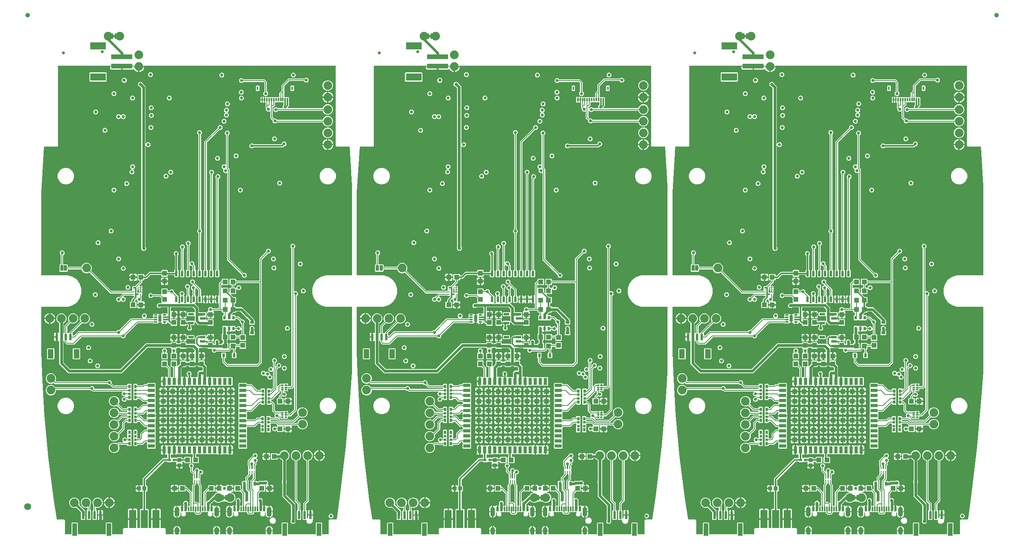
<source format=gtl>
G04 EAGLE Gerber RS-274X export*
G75*
%MOMM*%
%FSLAX34Y34*%
%LPD*%
%INTop Copper*%
%IPPOS*%
%AMOC8*
5,1,8,0,0,1.08239X$1,22.5*%
G01*
%ADD10C,0.635000*%
%ADD11R,1.000000X1.100000*%
%ADD12R,1.200000X0.550000*%
%ADD13R,0.900000X0.850000*%
%ADD14R,1.100000X1.000000*%
%ADD15R,0.600000X0.600000*%
%ADD16R,0.300000X1.000000*%
%ADD17R,0.600000X1.000000*%
%ADD18C,0.755600*%
%ADD19R,0.250000X0.610000*%
%ADD20R,0.250000X0.560000*%
%ADD21R,1.500000X4.000000*%
%ADD22R,4.600000X1.000000*%
%ADD23R,3.400000X1.600000*%
%ADD24C,1.879600*%
%ADD25R,0.600000X1.700000*%
%ADD26R,1.000000X2.700000*%
%ADD27R,0.630000X0.830000*%
%ADD28R,0.700000X0.300000*%
%ADD29R,0.800000X1.380000*%
%ADD30R,0.635000X1.270000*%
%ADD31R,1.200000X2.000000*%
%ADD32R,0.600000X1.350000*%
%ADD33R,0.600000X1.200000*%
%ADD34R,0.550000X0.800000*%
%ADD35R,0.550000X0.500000*%
%ADD36R,0.830000X0.630000*%
%ADD37R,0.275000X0.250000*%
%ADD38R,0.250000X0.275000*%
%ADD39R,0.850000X0.900000*%
%ADD40R,0.300000X0.800000*%
%ADD41R,0.400000X0.800000*%
%ADD42R,0.520000X0.300000*%
%ADD43R,0.800000X1.500000*%
%ADD44R,1.500000X0.800000*%
%ADD45R,1.100000X1.100000*%
%ADD46C,1.000000*%
%ADD47C,1.500000*%
%ADD48C,0.660400*%
%ADD49C,0.558800*%
%ADD50C,0.304800*%
%ADD51C,0.177800*%
%ADD52C,0.736600*%
%ADD53C,0.350519*%
%ADD54C,0.350000*%
%ADD55C,0.705600*%

G36*
X500216Y2540D02*
X500216Y2540D01*
X500222Y2545D01*
X500227Y2542D01*
X501284Y2912D01*
X501288Y2919D01*
X501294Y2917D01*
X502242Y3512D01*
X502245Y3520D01*
X502250Y3519D01*
X503042Y4311D01*
X503043Y4319D01*
X503049Y4320D01*
X503645Y5268D01*
X503644Y5276D01*
X503649Y5278D01*
X504019Y6334D01*
X504018Y6339D01*
X504020Y6341D01*
X504018Y6343D01*
X504022Y6345D01*
X504147Y7458D01*
X504145Y7461D01*
X504147Y7463D01*
X504147Y9464D01*
X506689Y9464D01*
X506689Y6716D01*
X506397Y5249D01*
X505958Y4188D01*
X505814Y3840D01*
X505803Y3796D01*
X505784Y3754D01*
X505775Y3677D01*
X505757Y3601D01*
X505762Y3555D01*
X505757Y3510D01*
X505773Y3433D01*
X505780Y3356D01*
X505799Y3314D01*
X505809Y3269D01*
X505849Y3202D01*
X505880Y3131D01*
X505912Y3098D01*
X505935Y3058D01*
X505994Y3008D01*
X506047Y2950D01*
X506087Y2928D01*
X506122Y2898D01*
X506194Y2869D01*
X506262Y2832D01*
X506308Y2824D01*
X506350Y2806D01*
X506486Y2791D01*
X506504Y2788D01*
X506509Y2789D01*
X506517Y2788D01*
X525428Y2788D01*
X525448Y2791D01*
X525467Y2789D01*
X525569Y2811D01*
X525671Y2828D01*
X525688Y2837D01*
X525708Y2841D01*
X525797Y2894D01*
X525888Y2943D01*
X525902Y2957D01*
X525919Y2967D01*
X525986Y3046D01*
X526058Y3121D01*
X526066Y3139D01*
X526079Y3154D01*
X526118Y3251D01*
X526161Y3344D01*
X526163Y3364D01*
X526171Y3382D01*
X526189Y3549D01*
X526189Y27120D01*
X527231Y28162D01*
X538705Y28162D01*
X539747Y27120D01*
X539747Y3549D01*
X539750Y3529D01*
X539748Y3510D01*
X539770Y3408D01*
X539786Y3306D01*
X539796Y3289D01*
X539800Y3269D01*
X539853Y3180D01*
X539902Y3089D01*
X539916Y3075D01*
X539926Y3058D01*
X540005Y2991D01*
X540080Y2920D01*
X540098Y2911D01*
X540113Y2898D01*
X540209Y2860D01*
X540303Y2816D01*
X540323Y2814D01*
X540341Y2806D01*
X540508Y2788D01*
X599928Y2788D01*
X599948Y2791D01*
X599967Y2789D01*
X600069Y2811D01*
X600171Y2828D01*
X600188Y2837D01*
X600208Y2841D01*
X600297Y2894D01*
X600388Y2943D01*
X600402Y2957D01*
X600419Y2967D01*
X600486Y3046D01*
X600558Y3121D01*
X600566Y3139D01*
X600579Y3154D01*
X600618Y3251D01*
X600661Y3344D01*
X600663Y3364D01*
X600671Y3382D01*
X600689Y3549D01*
X600689Y27120D01*
X601731Y28162D01*
X613205Y28162D01*
X614247Y27120D01*
X614247Y3549D01*
X614250Y3529D01*
X614248Y3510D01*
X614270Y3408D01*
X614286Y3306D01*
X614296Y3289D01*
X614300Y3269D01*
X614353Y3180D01*
X614402Y3089D01*
X614416Y3075D01*
X614426Y3058D01*
X614505Y2991D01*
X614580Y2920D01*
X614598Y2911D01*
X614613Y2898D01*
X614709Y2860D01*
X614803Y2816D01*
X614823Y2814D01*
X614841Y2806D01*
X615008Y2788D01*
X628062Y2788D01*
X628082Y2791D01*
X628101Y2789D01*
X628203Y2811D01*
X628305Y2828D01*
X628322Y2837D01*
X628342Y2841D01*
X628431Y2894D01*
X628522Y2943D01*
X628536Y2957D01*
X628553Y2967D01*
X628620Y3046D01*
X628692Y3121D01*
X628700Y3139D01*
X628713Y3154D01*
X628752Y3251D01*
X628795Y3344D01*
X628797Y3364D01*
X628805Y3382D01*
X628823Y3549D01*
X628823Y33901D01*
X630460Y35538D01*
X645530Y35538D01*
X645619Y35552D01*
X645708Y35559D01*
X645739Y35572D01*
X645773Y35578D01*
X645852Y35620D01*
X645935Y35654D01*
X645960Y35677D01*
X645990Y35693D01*
X646052Y35758D01*
X646119Y35817D01*
X646136Y35846D01*
X646160Y35871D01*
X646197Y35952D01*
X646242Y36030D01*
X646253Y36072D01*
X646263Y36094D01*
X646267Y36126D01*
X646284Y36192D01*
X653417Y86580D01*
X653417Y86587D01*
X653419Y86597D01*
X666139Y193745D01*
X666138Y193754D01*
X666141Y193767D01*
X675644Y301248D01*
X675643Y301255D01*
X675645Y301265D01*
X679182Y355008D01*
X679180Y355027D01*
X679183Y355058D01*
X679183Y497437D01*
X679180Y497457D01*
X679182Y497477D01*
X679160Y497578D01*
X679144Y497680D01*
X679134Y497698D01*
X679130Y497717D01*
X679077Y497806D01*
X679028Y497897D01*
X679014Y497911D01*
X679004Y497928D01*
X678925Y497995D01*
X678850Y498067D01*
X678832Y498075D01*
X678817Y498088D01*
X678721Y498127D01*
X678627Y498170D01*
X678607Y498173D01*
X678589Y498180D01*
X678422Y498198D01*
X621897Y498198D01*
X611489Y501580D01*
X602637Y508012D01*
X596205Y516865D01*
X592823Y527272D01*
X592823Y538215D01*
X596205Y548622D01*
X602637Y557474D01*
X611489Y563906D01*
X621897Y567288D01*
X678422Y567288D01*
X678442Y567291D01*
X678461Y567289D01*
X678563Y567311D01*
X678665Y567328D01*
X678682Y567337D01*
X678702Y567341D01*
X678791Y567394D01*
X678882Y567443D01*
X678896Y567457D01*
X678913Y567467D01*
X678980Y567546D01*
X679052Y567621D01*
X679060Y567639D01*
X679073Y567654D01*
X679112Y567751D01*
X679155Y567844D01*
X679157Y567864D01*
X679165Y567882D01*
X679183Y568049D01*
X679183Y761242D01*
X679181Y761258D01*
X679182Y761285D01*
X674299Y846731D01*
X674273Y846849D01*
X674247Y846967D01*
X674246Y846969D01*
X674246Y846971D01*
X674183Y847075D01*
X674121Y847178D01*
X674120Y847179D01*
X674119Y847181D01*
X674027Y847259D01*
X673934Y847338D01*
X673932Y847339D01*
X673931Y847340D01*
X673821Y847384D01*
X673706Y847430D01*
X673704Y847430D01*
X673702Y847431D01*
X673695Y847431D01*
X673539Y847448D01*
X645260Y847448D01*
X643623Y849086D01*
X643623Y1022743D01*
X643620Y1022763D01*
X643622Y1022783D01*
X643600Y1022884D01*
X643584Y1022986D01*
X643574Y1023004D01*
X643570Y1023023D01*
X643517Y1023112D01*
X643468Y1023203D01*
X643454Y1023217D01*
X643444Y1023234D01*
X643365Y1023301D01*
X643290Y1023373D01*
X643272Y1023381D01*
X643257Y1023394D01*
X643161Y1023433D01*
X643067Y1023476D01*
X643047Y1023479D01*
X643029Y1023486D01*
X642862Y1023504D01*
X227765Y1023504D01*
X227687Y1023492D01*
X227607Y1023488D01*
X227566Y1023472D01*
X227522Y1023465D01*
X227452Y1023428D01*
X227378Y1023399D01*
X227344Y1023370D01*
X227305Y1023350D01*
X227250Y1023292D01*
X227189Y1023241D01*
X227166Y1023203D01*
X227136Y1023171D01*
X227102Y1023099D01*
X227060Y1023031D01*
X227051Y1022988D01*
X227032Y1022948D01*
X227023Y1022869D01*
X227009Y1022806D01*
X215900Y1022806D01*
X215880Y1022803D01*
X215861Y1022805D01*
X215759Y1022783D01*
X215657Y1022767D01*
X215640Y1022757D01*
X215620Y1022753D01*
X215531Y1022700D01*
X215440Y1022652D01*
X215426Y1022637D01*
X215409Y1022627D01*
X215342Y1022548D01*
X215271Y1022473D01*
X215262Y1022455D01*
X215249Y1022440D01*
X215211Y1022344D01*
X215167Y1022250D01*
X215165Y1022230D01*
X215157Y1022212D01*
X215139Y1022045D01*
X215139Y1021282D01*
X215137Y1021282D01*
X215137Y1022045D01*
X215134Y1022065D01*
X215136Y1022085D01*
X215114Y1022186D01*
X215097Y1022288D01*
X215088Y1022305D01*
X215084Y1022325D01*
X215031Y1022414D01*
X214982Y1022505D01*
X214968Y1022519D01*
X214958Y1022536D01*
X214879Y1022603D01*
X214804Y1022675D01*
X214786Y1022683D01*
X214771Y1022696D01*
X214675Y1022735D01*
X214581Y1022778D01*
X214561Y1022780D01*
X214543Y1022788D01*
X214376Y1022806D01*
X203266Y1022806D01*
X203262Y1022826D01*
X203262Y1022870D01*
X203236Y1022945D01*
X203219Y1023023D01*
X203196Y1023061D01*
X203182Y1023103D01*
X203133Y1023166D01*
X203093Y1023234D01*
X203059Y1023263D01*
X203032Y1023298D01*
X202966Y1023342D01*
X202906Y1023394D01*
X202865Y1023411D01*
X202828Y1023435D01*
X202752Y1023456D01*
X202678Y1023486D01*
X202619Y1023492D01*
X202591Y1023500D01*
X202563Y1023499D01*
X202511Y1023504D01*
X179380Y1023504D01*
X179360Y1023501D01*
X179341Y1023503D01*
X179239Y1023481D01*
X179137Y1023465D01*
X179120Y1023455D01*
X179100Y1023451D01*
X179011Y1023398D01*
X178920Y1023350D01*
X178906Y1023335D01*
X178889Y1023325D01*
X178822Y1023246D01*
X178751Y1023171D01*
X178742Y1023153D01*
X178729Y1023138D01*
X178690Y1023042D01*
X178647Y1022948D01*
X178645Y1022928D01*
X178637Y1022910D01*
X178619Y1022743D01*
X178619Y1022742D01*
X178617Y1022742D01*
X178617Y1022743D01*
X178614Y1022763D01*
X178616Y1022783D01*
X178594Y1022884D01*
X178577Y1022986D01*
X178568Y1023004D01*
X178564Y1023023D01*
X178511Y1023112D01*
X178462Y1023203D01*
X178448Y1023217D01*
X178438Y1023234D01*
X178359Y1023301D01*
X178284Y1023373D01*
X178266Y1023381D01*
X178251Y1023394D01*
X178155Y1023433D01*
X178061Y1023476D01*
X178041Y1023479D01*
X178023Y1023486D01*
X177856Y1023504D01*
X40374Y1023504D01*
X40354Y1023501D01*
X40335Y1023503D01*
X40233Y1023481D01*
X40131Y1023465D01*
X40114Y1023455D01*
X40094Y1023451D01*
X40005Y1023398D01*
X39914Y1023350D01*
X39900Y1023335D01*
X39883Y1023325D01*
X39816Y1023246D01*
X39744Y1023171D01*
X39736Y1023153D01*
X39723Y1023138D01*
X39684Y1023042D01*
X39641Y1022948D01*
X39639Y1022928D01*
X39631Y1022910D01*
X39613Y1022743D01*
X39613Y849086D01*
X37976Y847448D01*
X9681Y847448D01*
X9564Y847429D01*
X9446Y847411D01*
X9442Y847409D01*
X9438Y847409D01*
X9334Y847353D01*
X9227Y847298D01*
X9224Y847295D01*
X9221Y847294D01*
X9141Y847209D01*
X9056Y847121D01*
X9054Y847118D01*
X9052Y847115D01*
X9002Y847008D01*
X8950Y846899D01*
X8949Y846895D01*
X8948Y846892D01*
X8947Y846880D01*
X8921Y846734D01*
X2784Y747310D01*
X2786Y747293D01*
X2783Y747264D01*
X2783Y568049D01*
X2786Y568029D01*
X2784Y568010D01*
X2806Y567908D01*
X2822Y567806D01*
X2832Y567789D01*
X2836Y567769D01*
X2889Y567680D01*
X2938Y567589D01*
X2952Y567575D01*
X2962Y567558D01*
X3041Y567491D01*
X3116Y567420D01*
X3134Y567411D01*
X3149Y567398D01*
X3245Y567360D01*
X3339Y567316D01*
X3359Y567314D01*
X3377Y567306D01*
X3544Y567288D01*
X61339Y567288D01*
X71747Y563906D01*
X80599Y557474D01*
X87031Y548622D01*
X90413Y538215D01*
X90413Y527272D01*
X87031Y516865D01*
X80599Y508012D01*
X71746Y501580D01*
X61339Y498198D01*
X3544Y498198D01*
X3524Y498195D01*
X3505Y498197D01*
X3403Y498175D01*
X3301Y498159D01*
X3284Y498149D01*
X3264Y498145D01*
X3175Y498092D01*
X3084Y498044D01*
X3070Y498029D01*
X3053Y498019D01*
X2986Y497940D01*
X2914Y497865D01*
X2906Y497847D01*
X2893Y497832D01*
X2854Y497736D01*
X2811Y497642D01*
X2809Y497622D01*
X2801Y497604D01*
X2783Y497437D01*
X2783Y400719D01*
X2784Y400709D01*
X2783Y400693D01*
X4318Y354590D01*
X4319Y354582D01*
X4318Y354570D01*
X9730Y262408D01*
X9733Y262398D01*
X9732Y262383D01*
X18260Y170457D01*
X18262Y170447D01*
X18263Y170431D01*
X29896Y78846D01*
X29898Y78839D01*
X29899Y78827D01*
X36419Y36184D01*
X36445Y36103D01*
X36463Y36019D01*
X36483Y35986D01*
X36495Y35950D01*
X36546Y35882D01*
X36590Y35808D01*
X36619Y35783D01*
X36642Y35753D01*
X36712Y35704D01*
X36777Y35648D01*
X36812Y35634D01*
X36843Y35612D01*
X36925Y35588D01*
X37005Y35556D01*
X37054Y35551D01*
X37080Y35543D01*
X37110Y35545D01*
X37171Y35538D01*
X52776Y35538D01*
X54413Y33901D01*
X54413Y3549D01*
X54416Y3529D01*
X54414Y3510D01*
X54436Y3408D01*
X54452Y3306D01*
X54462Y3289D01*
X54466Y3269D01*
X54519Y3180D01*
X54568Y3089D01*
X54582Y3075D01*
X54592Y3058D01*
X54671Y2991D01*
X54746Y2920D01*
X54764Y2911D01*
X54779Y2898D01*
X54875Y2860D01*
X54969Y2816D01*
X54989Y2814D01*
X55007Y2806D01*
X55174Y2788D01*
X68228Y2788D01*
X68248Y2791D01*
X68267Y2789D01*
X68369Y2811D01*
X68471Y2828D01*
X68488Y2837D01*
X68508Y2841D01*
X68597Y2894D01*
X68688Y2943D01*
X68702Y2957D01*
X68719Y2967D01*
X68786Y3046D01*
X68858Y3121D01*
X68866Y3139D01*
X68879Y3154D01*
X68918Y3251D01*
X68961Y3344D01*
X68963Y3364D01*
X68971Y3382D01*
X68989Y3549D01*
X68989Y27120D01*
X70031Y28162D01*
X81505Y28162D01*
X82547Y27120D01*
X82547Y3549D01*
X82550Y3529D01*
X82548Y3510D01*
X82570Y3408D01*
X82586Y3306D01*
X82596Y3289D01*
X82600Y3269D01*
X82653Y3180D01*
X82702Y3089D01*
X82716Y3075D01*
X82726Y3058D01*
X82805Y2991D01*
X82880Y2920D01*
X82898Y2911D01*
X82913Y2898D01*
X83009Y2860D01*
X83103Y2816D01*
X83123Y2814D01*
X83141Y2806D01*
X83308Y2788D01*
X142728Y2788D01*
X142748Y2791D01*
X142767Y2789D01*
X142869Y2811D01*
X142971Y2828D01*
X142988Y2837D01*
X143008Y2841D01*
X143097Y2894D01*
X143188Y2943D01*
X143202Y2957D01*
X143219Y2967D01*
X143286Y3046D01*
X143358Y3121D01*
X143366Y3139D01*
X143379Y3154D01*
X143418Y3251D01*
X143461Y3344D01*
X143463Y3364D01*
X143471Y3382D01*
X143489Y3549D01*
X143489Y27120D01*
X144531Y28162D01*
X156005Y28162D01*
X157047Y27120D01*
X157047Y3549D01*
X157050Y3529D01*
X157048Y3510D01*
X157070Y3408D01*
X157086Y3306D01*
X157096Y3289D01*
X157100Y3269D01*
X157153Y3180D01*
X157202Y3089D01*
X157216Y3075D01*
X157226Y3058D01*
X157305Y2991D01*
X157380Y2920D01*
X157398Y2911D01*
X157413Y2898D01*
X157509Y2860D01*
X157603Y2816D01*
X157623Y2814D01*
X157641Y2806D01*
X157808Y2788D01*
X180292Y2788D01*
X180312Y2791D01*
X180331Y2789D01*
X180433Y2811D01*
X180535Y2828D01*
X180552Y2837D01*
X180572Y2841D01*
X180661Y2894D01*
X180752Y2943D01*
X180766Y2957D01*
X180783Y2967D01*
X180850Y3046D01*
X180922Y3121D01*
X180930Y3139D01*
X180943Y3154D01*
X180982Y3251D01*
X181025Y3344D01*
X181027Y3364D01*
X181035Y3382D01*
X181053Y3549D01*
X181053Y14741D01*
X182690Y16378D01*
X191116Y16378D01*
X191136Y16381D01*
X191155Y16379D01*
X191257Y16401D01*
X191359Y16418D01*
X191376Y16427D01*
X191396Y16431D01*
X191485Y16484D01*
X191576Y16533D01*
X191590Y16547D01*
X191607Y16557D01*
X191674Y16636D01*
X191746Y16711D01*
X191754Y16729D01*
X191767Y16744D01*
X191806Y16841D01*
X191849Y16934D01*
X191851Y16954D01*
X191859Y16972D01*
X191877Y17139D01*
X191877Y34490D01*
X201156Y34490D01*
X201176Y34493D01*
X201195Y34491D01*
X201297Y34513D01*
X201399Y34530D01*
X201416Y34539D01*
X201436Y34543D01*
X201525Y34596D01*
X201616Y34645D01*
X201630Y34659D01*
X201647Y34669D01*
X201714Y34748D01*
X201785Y34823D01*
X201794Y34841D01*
X201807Y34856D01*
X201846Y34953D01*
X201889Y35046D01*
X201891Y35066D01*
X201899Y35085D01*
X201917Y35251D01*
X201917Y36014D01*
X201919Y36014D01*
X201919Y35251D01*
X201922Y35232D01*
X201920Y35212D01*
X201942Y35111D01*
X201959Y35008D01*
X201968Y34991D01*
X201972Y34971D01*
X202025Y34882D01*
X202074Y34791D01*
X202088Y34777D01*
X202098Y34760D01*
X202177Y34693D01*
X202252Y34622D01*
X202270Y34613D01*
X202285Y34600D01*
X202381Y34562D01*
X202475Y34518D01*
X202495Y34516D01*
X202513Y34508D01*
X202680Y34490D01*
X211959Y34490D01*
X211959Y17139D01*
X211962Y17119D01*
X211960Y17100D01*
X211982Y16998D01*
X211998Y16896D01*
X212008Y16879D01*
X212012Y16859D01*
X212065Y16770D01*
X212114Y16679D01*
X212128Y16665D01*
X212138Y16648D01*
X212217Y16581D01*
X212292Y16510D01*
X212310Y16501D01*
X212325Y16488D01*
X212421Y16450D01*
X212515Y16406D01*
X212535Y16404D01*
X212553Y16396D01*
X212720Y16378D01*
X217024Y16378D01*
X217044Y16381D01*
X217063Y16379D01*
X217165Y16401D01*
X217267Y16418D01*
X217284Y16427D01*
X217304Y16431D01*
X217393Y16484D01*
X217484Y16533D01*
X217498Y16547D01*
X217515Y16557D01*
X217582Y16636D01*
X217654Y16711D01*
X217662Y16729D01*
X217675Y16744D01*
X217714Y16841D01*
X217757Y16934D01*
X217759Y16954D01*
X217767Y16972D01*
X217785Y17139D01*
X217785Y56855D01*
X218976Y58046D01*
X222771Y58046D01*
X222791Y58049D01*
X222811Y58047D01*
X222912Y58069D01*
X223014Y58086D01*
X223032Y58095D01*
X223051Y58099D01*
X223140Y58152D01*
X223232Y58201D01*
X223245Y58215D01*
X223262Y58225D01*
X223330Y58304D01*
X223401Y58379D01*
X223409Y58397D01*
X223422Y58412D01*
X223461Y58509D01*
X223505Y58602D01*
X223507Y58622D01*
X223514Y58640D01*
X223533Y58807D01*
X223533Y95449D01*
X223529Y95469D01*
X223532Y95489D01*
X223510Y95590D01*
X223493Y95692D01*
X223484Y95710D01*
X223479Y95729D01*
X223426Y95818D01*
X223378Y95909D01*
X223363Y95923D01*
X223353Y95940D01*
X223274Y96007D01*
X223199Y96079D01*
X223181Y96087D01*
X223166Y96100D01*
X223070Y96139D01*
X222976Y96182D01*
X222957Y96185D01*
X222938Y96192D01*
X222771Y96210D01*
X222240Y96210D01*
X222204Y96230D01*
X222126Y96245D01*
X222049Y96269D01*
X222005Y96267D01*
X221962Y96275D01*
X221883Y96264D01*
X221803Y96262D01*
X221762Y96247D01*
X221719Y96241D01*
X221585Y96183D01*
X221572Y96178D01*
X221570Y96176D01*
X221565Y96174D01*
X221049Y95876D01*
X220402Y95702D01*
X217341Y95702D01*
X217341Y101981D01*
X217338Y102001D01*
X217340Y102021D01*
X217318Y102122D01*
X217301Y102224D01*
X217292Y102241D01*
X217288Y102261D01*
X217235Y102350D01*
X217186Y102441D01*
X217172Y102455D01*
X217162Y102472D01*
X217083Y102539D01*
X217008Y102611D01*
X216990Y102619D01*
X216975Y102632D01*
X216879Y102671D01*
X216785Y102714D01*
X216765Y102716D01*
X216747Y102724D01*
X216580Y102742D01*
X215817Y102742D01*
X215817Y102744D01*
X216580Y102744D01*
X216600Y102747D01*
X216619Y102745D01*
X216721Y102767D01*
X216823Y102784D01*
X216840Y102793D01*
X216860Y102797D01*
X216949Y102851D01*
X217040Y102899D01*
X217054Y102913D01*
X217071Y102924D01*
X217138Y103002D01*
X217209Y103077D01*
X217218Y103095D01*
X217231Y103110D01*
X217270Y103207D01*
X217313Y103300D01*
X217315Y103320D01*
X217323Y103339D01*
X217341Y103505D01*
X217341Y109784D01*
X220403Y109784D01*
X221049Y109611D01*
X221565Y109313D01*
X221606Y109297D01*
X221643Y109273D01*
X221720Y109254D01*
X221795Y109226D01*
X221839Y109224D01*
X221881Y109213D01*
X221961Y109220D01*
X222041Y109217D01*
X222083Y109229D01*
X222127Y109233D01*
X222200Y109264D01*
X222241Y109276D01*
X222771Y109276D01*
X222791Y109279D01*
X222811Y109277D01*
X222912Y109299D01*
X223014Y109316D01*
X223032Y109325D01*
X223051Y109329D01*
X223140Y109382D01*
X223232Y109431D01*
X223245Y109445D01*
X223262Y109455D01*
X223330Y109534D01*
X223401Y109609D01*
X223409Y109627D01*
X223422Y109642D01*
X223461Y109739D01*
X223505Y109832D01*
X223507Y109852D01*
X223514Y109870D01*
X223533Y110037D01*
X223533Y124591D01*
X225958Y127017D01*
X225977Y127031D01*
X267681Y168736D01*
X276601Y168736D01*
X276691Y168751D01*
X276782Y168758D01*
X276811Y168770D01*
X276843Y168776D01*
X276924Y168818D01*
X277008Y168854D01*
X277040Y168880D01*
X277061Y168891D01*
X277065Y168895D01*
X277084Y168915D01*
X277139Y168959D01*
X277492Y169312D01*
X277545Y169386D01*
X277605Y169456D01*
X277617Y169486D01*
X277636Y169512D01*
X277663Y169599D01*
X277697Y169684D01*
X277701Y169725D01*
X277708Y169747D01*
X277707Y169779D01*
X277715Y169851D01*
X277715Y176249D01*
X277712Y176269D01*
X277714Y176289D01*
X277692Y176390D01*
X277676Y176492D01*
X277666Y176510D01*
X277662Y176529D01*
X277609Y176618D01*
X277560Y176709D01*
X277546Y176723D01*
X277536Y176740D01*
X277457Y176807D01*
X277382Y176879D01*
X277364Y176887D01*
X277349Y176900D01*
X277253Y176939D01*
X277159Y176982D01*
X277139Y176985D01*
X277121Y176992D01*
X276954Y177010D01*
X276486Y177010D01*
X276416Y177032D01*
X276372Y177031D01*
X276329Y177039D01*
X276250Y177028D01*
X276170Y177026D01*
X276129Y177011D01*
X276085Y177004D01*
X275952Y176946D01*
X275939Y176941D01*
X275936Y176939D01*
X275931Y176937D01*
X275479Y176676D01*
X274832Y176502D01*
X272021Y176502D01*
X272021Y185781D01*
X272018Y185801D01*
X272020Y185821D01*
X271998Y185922D01*
X271981Y186024D01*
X271972Y186041D01*
X271968Y186061D01*
X271915Y186150D01*
X271866Y186241D01*
X271852Y186255D01*
X271842Y186272D01*
X271763Y186339D01*
X271688Y186411D01*
X271670Y186419D01*
X271655Y186432D01*
X271559Y186471D01*
X271465Y186514D01*
X271445Y186516D01*
X271427Y186524D01*
X271260Y186542D01*
X270497Y186542D01*
X270497Y186544D01*
X271260Y186544D01*
X271280Y186547D01*
X271299Y186545D01*
X271401Y186567D01*
X271503Y186584D01*
X271520Y186593D01*
X271540Y186597D01*
X271629Y186651D01*
X271720Y186699D01*
X271734Y186713D01*
X271751Y186724D01*
X271818Y186802D01*
X271889Y186877D01*
X271898Y186895D01*
X271911Y186910D01*
X271950Y187007D01*
X271993Y187100D01*
X271995Y187120D01*
X272003Y187139D01*
X272021Y187305D01*
X272021Y196584D01*
X274832Y196584D01*
X275479Y196411D01*
X275931Y196149D01*
X275973Y196134D01*
X276010Y196110D01*
X276087Y196091D01*
X276162Y196062D01*
X276206Y196061D01*
X276248Y196050D01*
X276328Y196056D01*
X276407Y196053D01*
X276450Y196066D01*
X276494Y196069D01*
X276509Y196076D01*
X286510Y196076D01*
X286580Y196054D01*
X286624Y196056D01*
X286667Y196048D01*
X286746Y196059D01*
X286826Y196061D01*
X286867Y196076D01*
X286911Y196082D01*
X287044Y196140D01*
X287057Y196145D01*
X287060Y196147D01*
X287065Y196149D01*
X287517Y196411D01*
X288164Y196584D01*
X290975Y196584D01*
X290975Y187305D01*
X290978Y187286D01*
X290976Y187266D01*
X290998Y187165D01*
X291015Y187063D01*
X291024Y187045D01*
X291028Y187025D01*
X291081Y186936D01*
X291130Y186845D01*
X291144Y186831D01*
X291154Y186814D01*
X291233Y186747D01*
X291308Y186676D01*
X291326Y186667D01*
X291341Y186654D01*
X291437Y186616D01*
X291531Y186572D01*
X291551Y186570D01*
X291569Y186563D01*
X291736Y186544D01*
X293260Y186544D01*
X293280Y186547D01*
X293299Y186545D01*
X293401Y186567D01*
X293503Y186584D01*
X293520Y186593D01*
X293540Y186597D01*
X293629Y186651D01*
X293720Y186699D01*
X293734Y186713D01*
X293751Y186724D01*
X293818Y186802D01*
X293889Y186877D01*
X293898Y186895D01*
X293911Y186910D01*
X293950Y187007D01*
X293993Y187100D01*
X293995Y187120D01*
X294003Y187139D01*
X294021Y187305D01*
X294021Y196584D01*
X296832Y196584D01*
X297479Y196411D01*
X298058Y196076D01*
X298089Y196045D01*
X298163Y195992D01*
X298233Y195932D01*
X298263Y195920D01*
X298289Y195901D01*
X298376Y195875D01*
X298461Y195840D01*
X298502Y195836D01*
X298524Y195829D01*
X298556Y195830D01*
X298628Y195822D01*
X308235Y195822D01*
X308460Y195597D01*
X308476Y195585D01*
X308488Y195570D01*
X308556Y195527D01*
X308593Y195495D01*
X308614Y195486D01*
X308659Y195453D01*
X308678Y195448D01*
X308695Y195437D01*
X308796Y195412D01*
X308810Y195407D01*
X308821Y195403D01*
X308826Y195402D01*
X308894Y195381D01*
X308914Y195382D01*
X308934Y195377D01*
X309037Y195385D01*
X309140Y195387D01*
X309159Y195394D01*
X309179Y195396D01*
X309241Y195422D01*
X309251Y195424D01*
X309275Y195437D01*
X309371Y195472D01*
X309387Y195484D01*
X309405Y195492D01*
X309455Y195532D01*
X309468Y195539D01*
X309482Y195554D01*
X309536Y195597D01*
X309761Y195822D01*
X319235Y195822D01*
X319460Y195597D01*
X319476Y195585D01*
X319488Y195570D01*
X319556Y195527D01*
X319593Y195495D01*
X319614Y195486D01*
X319659Y195453D01*
X319678Y195448D01*
X319695Y195437D01*
X319796Y195412D01*
X319810Y195407D01*
X319821Y195403D01*
X319826Y195402D01*
X319894Y195381D01*
X319914Y195382D01*
X319934Y195377D01*
X320037Y195385D01*
X320140Y195387D01*
X320159Y195394D01*
X320179Y195396D01*
X320241Y195422D01*
X320251Y195424D01*
X320275Y195437D01*
X320371Y195472D01*
X320387Y195484D01*
X320405Y195492D01*
X320455Y195532D01*
X320468Y195539D01*
X320482Y195554D01*
X320536Y195597D01*
X320761Y195822D01*
X330235Y195822D01*
X330460Y195597D01*
X330476Y195585D01*
X330488Y195570D01*
X330556Y195527D01*
X330593Y195495D01*
X330614Y195486D01*
X330659Y195453D01*
X330678Y195448D01*
X330695Y195437D01*
X330796Y195412D01*
X330810Y195407D01*
X330821Y195403D01*
X330826Y195402D01*
X330894Y195381D01*
X330914Y195382D01*
X330934Y195377D01*
X331037Y195385D01*
X331140Y195387D01*
X331159Y195394D01*
X331179Y195396D01*
X331241Y195422D01*
X331251Y195424D01*
X331275Y195437D01*
X331371Y195472D01*
X331387Y195484D01*
X331405Y195492D01*
X331455Y195532D01*
X331468Y195539D01*
X331482Y195554D01*
X331536Y195597D01*
X331761Y195822D01*
X341235Y195822D01*
X341460Y195597D01*
X341476Y195585D01*
X341488Y195570D01*
X341556Y195527D01*
X341593Y195495D01*
X341614Y195486D01*
X341659Y195453D01*
X341678Y195448D01*
X341695Y195437D01*
X341796Y195412D01*
X341810Y195407D01*
X341821Y195403D01*
X341826Y195402D01*
X341894Y195381D01*
X341914Y195382D01*
X341934Y195377D01*
X342037Y195385D01*
X342140Y195387D01*
X342159Y195394D01*
X342179Y195396D01*
X342241Y195422D01*
X342251Y195424D01*
X342275Y195437D01*
X342371Y195472D01*
X342387Y195484D01*
X342405Y195492D01*
X342455Y195532D01*
X342468Y195539D01*
X342482Y195554D01*
X342536Y195597D01*
X342761Y195822D01*
X352235Y195822D01*
X352460Y195597D01*
X352476Y195585D01*
X352488Y195570D01*
X352556Y195527D01*
X352593Y195495D01*
X352614Y195486D01*
X352659Y195453D01*
X352678Y195448D01*
X352695Y195437D01*
X352796Y195412D01*
X352810Y195407D01*
X352821Y195403D01*
X352826Y195402D01*
X352894Y195381D01*
X352914Y195382D01*
X352934Y195377D01*
X353037Y195385D01*
X353140Y195387D01*
X353159Y195394D01*
X353179Y195396D01*
X353241Y195422D01*
X353251Y195424D01*
X353275Y195437D01*
X353371Y195472D01*
X353387Y195484D01*
X353405Y195492D01*
X353455Y195532D01*
X353468Y195539D01*
X353482Y195554D01*
X353536Y195597D01*
X353761Y195822D01*
X363235Y195822D01*
X363460Y195597D01*
X363476Y195585D01*
X363488Y195570D01*
X363556Y195527D01*
X363593Y195495D01*
X363614Y195486D01*
X363659Y195453D01*
X363678Y195448D01*
X363695Y195437D01*
X363796Y195412D01*
X363810Y195407D01*
X363821Y195403D01*
X363826Y195402D01*
X363894Y195381D01*
X363914Y195382D01*
X363934Y195377D01*
X364037Y195385D01*
X364140Y195387D01*
X364159Y195394D01*
X364179Y195396D01*
X364241Y195422D01*
X364251Y195424D01*
X364275Y195437D01*
X364371Y195472D01*
X364387Y195484D01*
X364405Y195492D01*
X364455Y195532D01*
X364468Y195539D01*
X364482Y195554D01*
X364536Y195597D01*
X364761Y195822D01*
X374235Y195822D01*
X374460Y195597D01*
X374476Y195585D01*
X374488Y195570D01*
X374556Y195527D01*
X374593Y195495D01*
X374614Y195486D01*
X374659Y195453D01*
X374678Y195448D01*
X374695Y195437D01*
X374796Y195412D01*
X374810Y195407D01*
X374821Y195403D01*
X374826Y195402D01*
X374894Y195381D01*
X374914Y195382D01*
X374934Y195377D01*
X375037Y195385D01*
X375140Y195387D01*
X375159Y195394D01*
X375179Y195396D01*
X375241Y195422D01*
X375251Y195424D01*
X375275Y195437D01*
X375371Y195472D01*
X375387Y195484D01*
X375405Y195492D01*
X375455Y195532D01*
X375468Y195539D01*
X375482Y195554D01*
X375536Y195597D01*
X375761Y195822D01*
X385368Y195822D01*
X385458Y195837D01*
X385549Y195844D01*
X385579Y195856D01*
X385611Y195862D01*
X385692Y195904D01*
X385776Y195940D01*
X385808Y195966D01*
X385828Y195977D01*
X385851Y196000D01*
X385907Y196045D01*
X385938Y196076D01*
X386517Y196411D01*
X387164Y196584D01*
X389975Y196584D01*
X389975Y187305D01*
X389978Y187286D01*
X389976Y187266D01*
X389998Y187165D01*
X390015Y187063D01*
X390024Y187045D01*
X390028Y187025D01*
X390081Y186936D01*
X390130Y186845D01*
X390144Y186831D01*
X390154Y186814D01*
X390233Y186747D01*
X390308Y186676D01*
X390326Y186667D01*
X390341Y186654D01*
X390437Y186616D01*
X390531Y186572D01*
X390551Y186570D01*
X390569Y186563D01*
X390736Y186544D01*
X392260Y186544D01*
X392280Y186547D01*
X392299Y186545D01*
X392401Y186567D01*
X392503Y186584D01*
X392520Y186593D01*
X392540Y186597D01*
X392629Y186651D01*
X392720Y186699D01*
X392734Y186713D01*
X392751Y186724D01*
X392818Y186802D01*
X392889Y186877D01*
X392898Y186895D01*
X392911Y186910D01*
X392950Y187007D01*
X392993Y187100D01*
X392995Y187120D01*
X393003Y187139D01*
X393021Y187305D01*
X393021Y196584D01*
X395832Y196584D01*
X396479Y196411D01*
X397058Y196076D01*
X397089Y196045D01*
X397163Y195992D01*
X397233Y195932D01*
X397263Y195920D01*
X397289Y195901D01*
X397376Y195875D01*
X397461Y195840D01*
X397502Y195836D01*
X397524Y195829D01*
X397556Y195830D01*
X397628Y195822D01*
X407368Y195822D01*
X407458Y195837D01*
X407549Y195844D01*
X407579Y195856D01*
X407611Y195862D01*
X407692Y195904D01*
X407776Y195940D01*
X407808Y195966D01*
X407828Y195977D01*
X407851Y196000D01*
X407907Y196045D01*
X407938Y196076D01*
X408517Y196411D01*
X409164Y196584D01*
X411975Y196584D01*
X411975Y187305D01*
X411978Y187286D01*
X411976Y187266D01*
X411998Y187165D01*
X412015Y187063D01*
X412024Y187045D01*
X412028Y187025D01*
X412081Y186936D01*
X412130Y186845D01*
X412144Y186831D01*
X412154Y186814D01*
X412233Y186747D01*
X412308Y186676D01*
X412326Y186667D01*
X412341Y186654D01*
X412437Y186616D01*
X412531Y186572D01*
X412551Y186570D01*
X412569Y186563D01*
X412736Y186544D01*
X413499Y186544D01*
X413499Y186542D01*
X412736Y186542D01*
X412716Y186539D01*
X412697Y186541D01*
X412595Y186519D01*
X412493Y186503D01*
X412476Y186493D01*
X412456Y186489D01*
X412367Y186436D01*
X412276Y186388D01*
X412262Y186373D01*
X412245Y186363D01*
X412178Y186284D01*
X412107Y186209D01*
X412098Y186191D01*
X412085Y186176D01*
X412046Y186080D01*
X412003Y185986D01*
X412001Y185966D01*
X411993Y185948D01*
X411975Y185781D01*
X411975Y176502D01*
X409164Y176502D01*
X408517Y176676D01*
X407938Y177010D01*
X407907Y177041D01*
X407833Y177095D01*
X407763Y177154D01*
X407733Y177166D01*
X407707Y177185D01*
X407620Y177212D01*
X407535Y177246D01*
X407494Y177251D01*
X407472Y177257D01*
X407440Y177257D01*
X407368Y177264D01*
X397628Y177264D01*
X397538Y177250D01*
X397447Y177243D01*
X397417Y177230D01*
X397385Y177225D01*
X397304Y177182D01*
X397220Y177146D01*
X397188Y177121D01*
X397168Y177110D01*
X397145Y177086D01*
X397089Y177041D01*
X397058Y177010D01*
X396479Y176676D01*
X395832Y176502D01*
X393021Y176502D01*
X393021Y185781D01*
X393018Y185801D01*
X393020Y185821D01*
X392998Y185922D01*
X392981Y186024D01*
X392972Y186041D01*
X392968Y186061D01*
X392915Y186150D01*
X392866Y186241D01*
X392852Y186255D01*
X392842Y186272D01*
X392763Y186339D01*
X392688Y186411D01*
X392670Y186419D01*
X392655Y186432D01*
X392559Y186471D01*
X392465Y186514D01*
X392445Y186516D01*
X392427Y186524D01*
X392260Y186542D01*
X390736Y186542D01*
X390716Y186539D01*
X390697Y186541D01*
X390595Y186519D01*
X390493Y186503D01*
X390476Y186493D01*
X390456Y186489D01*
X390367Y186436D01*
X390276Y186388D01*
X390262Y186373D01*
X390245Y186363D01*
X390178Y186284D01*
X390107Y186209D01*
X390098Y186191D01*
X390085Y186176D01*
X390046Y186080D01*
X390003Y185986D01*
X390001Y185966D01*
X389993Y185948D01*
X389975Y185781D01*
X389975Y176502D01*
X387164Y176502D01*
X386517Y176676D01*
X385938Y177010D01*
X385907Y177041D01*
X385833Y177095D01*
X385763Y177154D01*
X385733Y177166D01*
X385707Y177185D01*
X385620Y177212D01*
X385535Y177246D01*
X385494Y177251D01*
X385472Y177257D01*
X385440Y177257D01*
X385368Y177264D01*
X375761Y177264D01*
X375536Y177489D01*
X375520Y177501D01*
X375508Y177517D01*
X375420Y177573D01*
X375337Y177633D01*
X375318Y177639D01*
X375301Y177650D01*
X375200Y177675D01*
X375101Y177705D01*
X375081Y177705D01*
X375062Y177710D01*
X374959Y177702D01*
X374856Y177699D01*
X374837Y177692D01*
X374817Y177691D01*
X374722Y177650D01*
X374625Y177614D01*
X374609Y177602D01*
X374591Y177594D01*
X374460Y177489D01*
X374235Y177264D01*
X364761Y177264D01*
X364536Y177489D01*
X364520Y177501D01*
X364508Y177517D01*
X364420Y177573D01*
X364337Y177633D01*
X364318Y177639D01*
X364301Y177650D01*
X364200Y177675D01*
X364101Y177705D01*
X364081Y177705D01*
X364062Y177710D01*
X363959Y177702D01*
X363856Y177699D01*
X363837Y177692D01*
X363817Y177691D01*
X363722Y177650D01*
X363625Y177614D01*
X363609Y177602D01*
X363591Y177594D01*
X363460Y177489D01*
X363235Y177264D01*
X353761Y177264D01*
X353536Y177489D01*
X353520Y177501D01*
X353508Y177517D01*
X353420Y177573D01*
X353337Y177633D01*
X353318Y177639D01*
X353301Y177650D01*
X353200Y177675D01*
X353101Y177705D01*
X353081Y177705D01*
X353062Y177710D01*
X352959Y177702D01*
X352856Y177699D01*
X352837Y177692D01*
X352817Y177691D01*
X352722Y177650D01*
X352625Y177614D01*
X352609Y177602D01*
X352591Y177594D01*
X352460Y177489D01*
X352235Y177264D01*
X342761Y177264D01*
X342536Y177489D01*
X342520Y177501D01*
X342508Y177517D01*
X342420Y177573D01*
X342337Y177633D01*
X342318Y177639D01*
X342301Y177650D01*
X342200Y177675D01*
X342101Y177705D01*
X342081Y177705D01*
X342062Y177710D01*
X341959Y177702D01*
X341856Y177699D01*
X341837Y177692D01*
X341817Y177691D01*
X341722Y177650D01*
X341625Y177614D01*
X341609Y177602D01*
X341591Y177594D01*
X341460Y177489D01*
X341235Y177264D01*
X340788Y177264D01*
X340768Y177261D01*
X340749Y177263D01*
X340647Y177241D01*
X340545Y177225D01*
X340528Y177215D01*
X340508Y177211D01*
X340419Y177158D01*
X340328Y177110D01*
X340314Y177095D01*
X340297Y177085D01*
X340230Y177006D01*
X340158Y176931D01*
X340150Y176913D01*
X340137Y176898D01*
X340098Y176802D01*
X340055Y176708D01*
X340053Y176688D01*
X340045Y176670D01*
X340027Y176503D01*
X340027Y172493D01*
X340030Y172473D01*
X340028Y172454D01*
X340050Y172352D01*
X340066Y172250D01*
X340076Y172233D01*
X340080Y172213D01*
X340133Y172124D01*
X340182Y172033D01*
X340196Y172019D01*
X340206Y172002D01*
X340285Y171935D01*
X340360Y171864D01*
X340378Y171855D01*
X340393Y171842D01*
X340489Y171804D01*
X340583Y171760D01*
X340603Y171758D01*
X340621Y171750D01*
X340788Y171732D01*
X344925Y171732D01*
X345967Y170690D01*
X345967Y159216D01*
X344925Y158174D01*
X333290Y158174D01*
X333219Y158163D01*
X333147Y158161D01*
X333098Y158143D01*
X333047Y158135D01*
X332984Y158101D01*
X332916Y158077D01*
X332876Y158044D01*
X332830Y158020D01*
X332780Y157968D01*
X332724Y157923D01*
X332696Y157879D01*
X332660Y157841D01*
X332630Y157776D01*
X332591Y157716D01*
X332579Y157665D01*
X332557Y157618D01*
X332549Y157547D01*
X332531Y157477D01*
X332535Y157425D01*
X332530Y157374D01*
X332545Y157304D01*
X332550Y157232D01*
X332571Y157184D01*
X332582Y157133D01*
X332619Y157072D01*
X332647Y157006D01*
X332691Y156950D01*
X332708Y156922D01*
X332726Y156907D01*
X332751Y156875D01*
X335269Y154358D01*
X335269Y150149D01*
X333079Y147959D01*
X333036Y147899D01*
X332993Y147853D01*
X332985Y147837D01*
X332966Y147815D01*
X332954Y147785D01*
X332935Y147759D01*
X332909Y147673D01*
X332889Y147630D01*
X332888Y147621D01*
X332874Y147587D01*
X332870Y147546D01*
X332863Y147524D01*
X332864Y147492D01*
X332856Y147420D01*
X332856Y142004D01*
X332870Y141913D01*
X332878Y141823D01*
X332890Y141793D01*
X332895Y141761D01*
X332938Y141680D01*
X332974Y141596D01*
X333000Y141564D01*
X333011Y141543D01*
X333034Y141521D01*
X333079Y141465D01*
X335438Y139106D01*
X335496Y139064D01*
X335548Y139015D01*
X335595Y138993D01*
X335637Y138963D01*
X335706Y138942D01*
X335771Y138911D01*
X335823Y138906D01*
X335873Y138890D01*
X335944Y138892D01*
X336015Y138884D01*
X336066Y138895D01*
X336118Y138897D01*
X336186Y138921D01*
X336256Y138936D01*
X336301Y138963D01*
X336349Y138981D01*
X336405Y139026D01*
X336467Y139063D01*
X336501Y139102D01*
X336541Y139135D01*
X336580Y139195D01*
X336627Y139250D01*
X336646Y139298D01*
X336674Y139342D01*
X336692Y139411D01*
X336719Y139478D01*
X336727Y139549D01*
X336735Y139580D01*
X336733Y139604D01*
X336737Y139644D01*
X336737Y143788D01*
X339713Y146764D01*
X343923Y146764D01*
X346899Y143788D01*
X346899Y143697D01*
X346910Y143626D01*
X346912Y143555D01*
X346930Y143506D01*
X346938Y143454D01*
X346972Y143391D01*
X346997Y143323D01*
X347029Y143283D01*
X347054Y143237D01*
X347105Y143188D01*
X347150Y143131D01*
X347194Y143103D01*
X347232Y143067D01*
X347297Y143037D01*
X347357Y142998D01*
X347408Y142986D01*
X347455Y142964D01*
X347526Y142956D01*
X347596Y142938D01*
X347648Y142942D01*
X347699Y142937D01*
X347770Y142952D01*
X347841Y142958D01*
X347889Y142978D01*
X347940Y142989D01*
X348001Y143026D01*
X348067Y143054D01*
X348123Y143099D01*
X348151Y143115D01*
X348166Y143133D01*
X348198Y143159D01*
X348404Y143364D01*
X352613Y143364D01*
X355589Y140388D01*
X355589Y136179D01*
X352613Y133202D01*
X350047Y133202D01*
X350027Y133199D01*
X350008Y133201D01*
X349906Y133179D01*
X349804Y133163D01*
X349787Y133153D01*
X349767Y133149D01*
X349678Y133096D01*
X349587Y133048D01*
X349573Y133033D01*
X349556Y133023D01*
X349489Y132944D01*
X349417Y132869D01*
X349409Y132851D01*
X349396Y132836D01*
X349357Y132740D01*
X349314Y132646D01*
X349312Y132626D01*
X349304Y132608D01*
X349286Y132441D01*
X349286Y131256D01*
X349300Y131166D01*
X349308Y131075D01*
X349320Y131046D01*
X349325Y131014D01*
X349368Y130933D01*
X349404Y130849D01*
X349430Y130817D01*
X349441Y130796D01*
X349464Y130774D01*
X349509Y130718D01*
X349647Y130580D01*
X349647Y123506D01*
X349422Y123281D01*
X349410Y123265D01*
X349395Y123253D01*
X349338Y123165D01*
X349278Y123082D01*
X349272Y123063D01*
X349262Y123046D01*
X349236Y122946D01*
X349206Y122847D01*
X349206Y122827D01*
X349202Y122807D01*
X349210Y122704D01*
X349212Y122601D01*
X349219Y122582D01*
X349221Y122562D01*
X349261Y122467D01*
X349297Y122370D01*
X349309Y122354D01*
X349317Y122336D01*
X349422Y122205D01*
X349647Y121980D01*
X349647Y114906D01*
X349509Y114768D01*
X349456Y114694D01*
X349396Y114625D01*
X349384Y114595D01*
X349365Y114569D01*
X349338Y114482D01*
X349304Y114397D01*
X349300Y114356D01*
X349293Y114334D01*
X349294Y114301D01*
X349286Y114230D01*
X349286Y113874D01*
X349300Y113783D01*
X349308Y113693D01*
X349320Y113663D01*
X349325Y113631D01*
X349368Y113550D01*
X349404Y113466D01*
X349430Y113434D01*
X349441Y113413D01*
X349464Y113391D01*
X349509Y113335D01*
X351906Y110938D01*
X351906Y65553D01*
X351909Y65533D01*
X351907Y65514D01*
X351929Y65412D01*
X351945Y65310D01*
X351955Y65293D01*
X351959Y65273D01*
X352012Y65184D01*
X352061Y65093D01*
X352075Y65079D01*
X352085Y65062D01*
X352164Y64995D01*
X352239Y64924D01*
X352257Y64915D01*
X352272Y64902D01*
X352368Y64864D01*
X352462Y64820D01*
X352482Y64818D01*
X352500Y64810D01*
X352667Y64792D01*
X355689Y64792D01*
X355709Y64795D01*
X355728Y64793D01*
X355830Y64815D01*
X355932Y64832D01*
X355949Y64841D01*
X355969Y64845D01*
X356058Y64898D01*
X356149Y64947D01*
X356163Y64961D01*
X356180Y64971D01*
X356247Y65050D01*
X356319Y65125D01*
X356327Y65143D01*
X356340Y65158D01*
X356379Y65255D01*
X356422Y65348D01*
X356424Y65368D01*
X356432Y65386D01*
X356450Y65553D01*
X356450Y95578D01*
X365616Y104744D01*
X365669Y104818D01*
X365729Y104888D01*
X365741Y104918D01*
X365760Y104944D01*
X365787Y105031D01*
X365821Y105116D01*
X365825Y105157D01*
X365832Y105179D01*
X365831Y105211D01*
X365839Y105283D01*
X365839Y108480D01*
X366881Y109522D01*
X379355Y109522D01*
X380397Y108480D01*
X380397Y97006D01*
X379355Y95964D01*
X366881Y95964D01*
X366170Y96676D01*
X366154Y96687D01*
X366141Y96703D01*
X366054Y96759D01*
X365970Y96819D01*
X365951Y96825D01*
X365934Y96836D01*
X365834Y96861D01*
X365735Y96892D01*
X365715Y96891D01*
X365696Y96896D01*
X365593Y96888D01*
X365489Y96885D01*
X365470Y96878D01*
X365451Y96877D01*
X365356Y96837D01*
X365258Y96801D01*
X365243Y96788D01*
X365224Y96781D01*
X365093Y96676D01*
X362009Y93591D01*
X361956Y93517D01*
X361896Y93448D01*
X361884Y93418D01*
X361865Y93391D01*
X361838Y93304D01*
X361804Y93220D01*
X361800Y93179D01*
X361793Y93156D01*
X361794Y93124D01*
X361786Y93053D01*
X361786Y74633D01*
X361797Y74562D01*
X361799Y74490D01*
X361817Y74441D01*
X361825Y74390D01*
X361859Y74327D01*
X361884Y74259D01*
X361916Y74219D01*
X361941Y74173D01*
X361993Y74123D01*
X362037Y74067D01*
X362081Y74039D01*
X362119Y74003D01*
X362184Y73973D01*
X362244Y73934D01*
X362295Y73922D01*
X362342Y73900D01*
X362413Y73892D01*
X362483Y73874D01*
X362535Y73878D01*
X362586Y73873D01*
X362657Y73888D01*
X362728Y73893D01*
X362776Y73914D01*
X362827Y73925D01*
X362888Y73962D01*
X362954Y73990D01*
X363010Y74035D01*
X363038Y74051D01*
X363053Y74069D01*
X363085Y74095D01*
X363924Y74933D01*
X365931Y75764D01*
X365986Y75799D01*
X366047Y75825D01*
X366111Y75877D01*
X366140Y75894D01*
X366152Y75909D01*
X366177Y75929D01*
X377564Y87316D01*
X378206Y87316D01*
X378321Y87335D01*
X378437Y87352D01*
X378442Y87355D01*
X378449Y87356D01*
X378551Y87410D01*
X378656Y87463D01*
X378660Y87468D01*
X378666Y87471D01*
X378746Y87555D01*
X378828Y87639D01*
X378832Y87646D01*
X378835Y87649D01*
X378843Y87666D01*
X378909Y87786D01*
X379443Y89074D01*
X382587Y92218D01*
X386255Y93738D01*
X386338Y93789D01*
X386424Y93835D01*
X386442Y93854D01*
X386464Y93867D01*
X386527Y93943D01*
X386594Y94013D01*
X386605Y94037D01*
X386621Y94057D01*
X386656Y94148D01*
X386697Y94236D01*
X386700Y94262D01*
X386709Y94287D01*
X386714Y94384D01*
X386724Y94481D01*
X386719Y94506D01*
X386720Y94532D01*
X386693Y94626D01*
X386672Y94721D01*
X386659Y94744D01*
X386651Y94769D01*
X386596Y94849D01*
X386546Y94932D01*
X386526Y94949D01*
X386511Y94971D01*
X386433Y95029D01*
X386359Y95092D01*
X386335Y95102D01*
X386314Y95117D01*
X386221Y95148D01*
X386131Y95184D01*
X386098Y95188D01*
X386080Y95194D01*
X386047Y95193D01*
X385964Y95202D01*
X384284Y95202D01*
X383637Y95376D01*
X383058Y95710D01*
X382585Y96183D01*
X382250Y96762D01*
X382077Y97409D01*
X382077Y101220D01*
X389356Y101220D01*
X389376Y101223D01*
X389395Y101221D01*
X389497Y101243D01*
X389599Y101260D01*
X389616Y101269D01*
X389636Y101273D01*
X389725Y101326D01*
X389816Y101375D01*
X389830Y101389D01*
X389847Y101399D01*
X389914Y101478D01*
X389985Y101553D01*
X389994Y101571D01*
X390007Y101586D01*
X390046Y101683D01*
X390089Y101776D01*
X390091Y101796D01*
X390099Y101815D01*
X390117Y101981D01*
X390117Y102744D01*
X390880Y102744D01*
X390900Y102747D01*
X390919Y102745D01*
X391021Y102767D01*
X391123Y102784D01*
X391140Y102793D01*
X391160Y102797D01*
X391249Y102851D01*
X391340Y102899D01*
X391354Y102913D01*
X391371Y102924D01*
X391438Y103002D01*
X391509Y103077D01*
X391518Y103095D01*
X391531Y103110D01*
X391570Y103207D01*
X391613Y103300D01*
X391615Y103320D01*
X391623Y103339D01*
X391641Y103505D01*
X391641Y110284D01*
X395952Y110284D01*
X396599Y110111D01*
X397178Y109776D01*
X397651Y109303D01*
X397986Y108724D01*
X398157Y108083D01*
X398197Y107996D01*
X398229Y107906D01*
X398247Y107884D01*
X398259Y107858D01*
X398323Y107789D01*
X398383Y107714D01*
X398407Y107699D01*
X398426Y107678D01*
X398510Y107633D01*
X398590Y107581D01*
X398617Y107574D01*
X398642Y107561D01*
X398736Y107544D01*
X398829Y107521D01*
X398857Y107523D01*
X398884Y107518D01*
X398979Y107533D01*
X399074Y107540D01*
X399100Y107551D01*
X399128Y107556D01*
X399212Y107599D01*
X399300Y107637D01*
X399328Y107659D01*
X399346Y107668D01*
X399369Y107692D01*
X399431Y107741D01*
X399514Y107824D01*
X403722Y107824D01*
X403805Y107741D01*
X403882Y107686D01*
X403956Y107625D01*
X403982Y107614D01*
X404005Y107598D01*
X404096Y107570D01*
X404185Y107535D01*
X404213Y107534D01*
X404240Y107525D01*
X404335Y107528D01*
X404430Y107523D01*
X404457Y107531D01*
X404486Y107532D01*
X404575Y107565D01*
X404667Y107591D01*
X404690Y107607D01*
X404717Y107616D01*
X404791Y107676D01*
X404870Y107730D01*
X404887Y107752D01*
X404909Y107770D01*
X404960Y107850D01*
X405018Y107926D01*
X405031Y107959D01*
X405042Y107977D01*
X405050Y108009D01*
X405079Y108083D01*
X405250Y108724D01*
X405585Y109303D01*
X406058Y109776D01*
X406637Y110111D01*
X407284Y110284D01*
X411595Y110284D01*
X411595Y103505D01*
X411598Y103486D01*
X411596Y103466D01*
X411618Y103365D01*
X411635Y103263D01*
X411644Y103245D01*
X411648Y103225D01*
X411701Y103136D01*
X411750Y103045D01*
X411764Y103031D01*
X411774Y103014D01*
X411853Y102947D01*
X411928Y102876D01*
X411946Y102867D01*
X411961Y102854D01*
X412057Y102816D01*
X412151Y102772D01*
X412171Y102770D01*
X412189Y102763D01*
X412356Y102744D01*
X413119Y102744D01*
X413119Y101981D01*
X413122Y101962D01*
X413120Y101942D01*
X413142Y101841D01*
X413159Y101738D01*
X413168Y101721D01*
X413172Y101701D01*
X413225Y101612D01*
X413274Y101521D01*
X413288Y101507D01*
X413298Y101490D01*
X413377Y101423D01*
X413452Y101352D01*
X413470Y101343D01*
X413485Y101330D01*
X413581Y101292D01*
X413675Y101248D01*
X413695Y101246D01*
X413713Y101238D01*
X413880Y101220D01*
X421159Y101220D01*
X421159Y97409D01*
X420986Y96762D01*
X420651Y96183D01*
X420178Y95710D01*
X419599Y95376D01*
X418952Y95202D01*
X417272Y95202D01*
X417176Y95187D01*
X417079Y95178D01*
X417055Y95167D01*
X417029Y95163D01*
X416943Y95117D01*
X416854Y95078D01*
X416835Y95060D01*
X416812Y95048D01*
X416745Y94977D01*
X416673Y94911D01*
X416660Y94888D01*
X416642Y94869D01*
X416601Y94781D01*
X416554Y94696D01*
X416550Y94670D01*
X416539Y94646D01*
X416528Y94550D01*
X416511Y94454D01*
X416515Y94428D01*
X416512Y94402D01*
X416532Y94307D01*
X416547Y94210D01*
X416558Y94187D01*
X416564Y94161D01*
X416614Y94078D01*
X416658Y93991D01*
X416677Y93973D01*
X416690Y93950D01*
X416764Y93887D01*
X416834Y93819D01*
X416862Y93803D01*
X416877Y93790D01*
X416908Y93778D01*
X416981Y93738D01*
X420649Y92218D01*
X423793Y89074D01*
X425495Y84966D01*
X425495Y80520D01*
X423793Y76412D01*
X420649Y73268D01*
X416541Y71566D01*
X412095Y71566D01*
X407987Y73268D01*
X406863Y74391D01*
X406789Y74445D01*
X406720Y74504D01*
X406690Y74516D01*
X406664Y74535D01*
X406577Y74562D01*
X406492Y74596D01*
X406451Y74601D01*
X406429Y74607D01*
X406396Y74607D01*
X406325Y74614D01*
X402786Y74614D01*
X402156Y75244D01*
X402140Y75256D01*
X402128Y75272D01*
X402040Y75328D01*
X401957Y75388D01*
X401938Y75394D01*
X401921Y75405D01*
X401820Y75430D01*
X401721Y75460D01*
X401702Y75460D01*
X401682Y75465D01*
X401579Y75457D01*
X401476Y75454D01*
X401457Y75447D01*
X401437Y75446D01*
X401342Y75405D01*
X401245Y75369D01*
X401229Y75357D01*
X401211Y75349D01*
X401080Y75244D01*
X400450Y74614D01*
X396911Y74614D01*
X396821Y74600D01*
X396730Y74593D01*
X396700Y74580D01*
X396668Y74575D01*
X396587Y74532D01*
X396504Y74496D01*
X396471Y74471D01*
X396451Y74460D01*
X396429Y74436D01*
X396373Y74391D01*
X395249Y73268D01*
X391141Y71566D01*
X386695Y71566D01*
X382587Y73268D01*
X380057Y75798D01*
X380040Y75810D01*
X380028Y75826D01*
X379941Y75882D01*
X379857Y75942D01*
X379838Y75948D01*
X379821Y75959D01*
X379721Y75984D01*
X379622Y76014D01*
X379602Y76014D01*
X379582Y76019D01*
X379480Y76011D01*
X379376Y76008D01*
X379357Y76001D01*
X379337Y75999D01*
X379242Y75959D01*
X379145Y75923D01*
X379129Y75911D01*
X379111Y75903D01*
X378980Y75798D01*
X372644Y69463D01*
X372606Y69410D01*
X372560Y69363D01*
X372520Y69290D01*
X372501Y69263D01*
X372495Y69244D01*
X372479Y69216D01*
X371648Y67209D01*
X371292Y66853D01*
X371250Y66795D01*
X371201Y66743D01*
X371179Y66696D01*
X371149Y66654D01*
X371128Y66585D01*
X371097Y66520D01*
X371092Y66468D01*
X371076Y66419D01*
X371078Y66347D01*
X371070Y66276D01*
X371081Y66225D01*
X371083Y66173D01*
X371107Y66105D01*
X371123Y66035D01*
X371149Y65991D01*
X371167Y65942D01*
X371212Y65886D01*
X371249Y65824D01*
X371288Y65790D01*
X371321Y65750D01*
X371381Y65711D01*
X371436Y65664D01*
X371484Y65645D01*
X371528Y65617D01*
X371597Y65599D01*
X371664Y65572D01*
X371735Y65564D01*
X371766Y65557D01*
X371790Y65558D01*
X371831Y65554D01*
X372369Y65554D01*
X372369Y58751D01*
X372372Y58732D01*
X372370Y58712D01*
X372392Y58611D01*
X372408Y58509D01*
X372418Y58491D01*
X372422Y58472D01*
X372475Y58383D01*
X372524Y58291D01*
X372538Y58278D01*
X372548Y58260D01*
X372627Y58193D01*
X372702Y58122D01*
X372720Y58114D01*
X372735Y58101D01*
X372831Y58062D01*
X372925Y58018D01*
X372945Y58016D01*
X372963Y58009D01*
X373130Y57990D01*
X374606Y57990D01*
X374626Y57993D01*
X374645Y57991D01*
X374747Y58013D01*
X374849Y58030D01*
X374866Y58039D01*
X374886Y58043D01*
X374975Y58097D01*
X375066Y58145D01*
X375080Y58159D01*
X375097Y58170D01*
X375164Y58248D01*
X375236Y58323D01*
X375244Y58341D01*
X375257Y58357D01*
X375296Y58453D01*
X375339Y58546D01*
X375341Y58566D01*
X375349Y58585D01*
X375367Y58751D01*
X375367Y65554D01*
X377202Y65554D01*
X377849Y65381D01*
X378428Y65046D01*
X378901Y64573D01*
X379170Y64107D01*
X379198Y64073D01*
X379219Y64033D01*
X379276Y63978D01*
X379326Y63917D01*
X379364Y63893D01*
X379396Y63862D01*
X379467Y63828D01*
X379534Y63786D01*
X379578Y63776D01*
X379618Y63757D01*
X379697Y63747D01*
X379773Y63729D01*
X379818Y63733D01*
X379863Y63728D01*
X379940Y63744D01*
X380018Y63751D01*
X380059Y63769D01*
X380103Y63778D01*
X380229Y63843D01*
X380244Y63849D01*
X380247Y63852D01*
X380252Y63855D01*
X381202Y64490D01*
X382584Y65062D01*
X383799Y65304D01*
X383799Y62700D01*
X383680Y62687D01*
X383674Y62681D01*
X383669Y62684D01*
X382612Y62315D01*
X382608Y62308D01*
X382602Y62310D01*
X381654Y61714D01*
X381651Y61706D01*
X381646Y61707D01*
X380854Y60915D01*
X380853Y60907D01*
X380847Y60907D01*
X380251Y59959D01*
X380252Y59953D01*
X380248Y59950D01*
X380248Y59949D01*
X380247Y59949D01*
X379877Y58892D01*
X379879Y58884D01*
X379874Y58881D01*
X379749Y57769D01*
X379751Y57765D01*
X379749Y57763D01*
X379749Y46763D01*
X379751Y46760D01*
X379749Y46758D01*
X379874Y45645D01*
X379880Y45639D01*
X379877Y45634D01*
X380247Y44578D01*
X380254Y44573D01*
X380251Y44568D01*
X380847Y43620D01*
X380855Y43617D01*
X380854Y43611D01*
X381646Y42819D01*
X381654Y42818D01*
X381654Y42812D01*
X382602Y42217D01*
X382611Y42217D01*
X382612Y42212D01*
X383669Y41842D01*
X383677Y41845D01*
X383680Y41840D01*
X383799Y41826D01*
X383799Y39222D01*
X382584Y39464D01*
X381202Y40036D01*
X379959Y40867D01*
X378902Y41924D01*
X378071Y43167D01*
X377499Y44549D01*
X377207Y46016D01*
X377207Y49711D01*
X377204Y49731D01*
X377206Y49751D01*
X377184Y49852D01*
X377167Y49954D01*
X377158Y49972D01*
X377154Y49991D01*
X377101Y50080D01*
X377052Y50171D01*
X377038Y50185D01*
X377028Y50202D01*
X376949Y50269D01*
X376874Y50341D01*
X376856Y50349D01*
X376841Y50362D01*
X376745Y50401D01*
X376651Y50444D01*
X376631Y50447D01*
X376613Y50454D01*
X376446Y50472D01*
X375958Y50472D01*
X375888Y50461D01*
X375816Y50459D01*
X375767Y50441D01*
X375715Y50433D01*
X375652Y50399D01*
X375585Y50375D01*
X375544Y50342D01*
X375498Y50318D01*
X375449Y50266D01*
X375393Y50221D01*
X375365Y50177D01*
X375329Y50139D01*
X375299Y50074D01*
X375260Y50014D01*
X375247Y49963D01*
X375225Y49916D01*
X375217Y49845D01*
X375200Y49775D01*
X375204Y49723D01*
X375198Y49672D01*
X375213Y49602D01*
X375219Y49530D01*
X375239Y49482D01*
X375250Y49431D01*
X375287Y49370D01*
X375315Y49304D01*
X375360Y49248D01*
X375376Y49220D01*
X375394Y49205D01*
X375420Y49173D01*
X375547Y49046D01*
X375547Y44880D01*
X372601Y41934D01*
X368435Y41934D01*
X365489Y44880D01*
X365489Y49046D01*
X366378Y49935D01*
X366420Y49993D01*
X366469Y50045D01*
X366491Y50092D01*
X366522Y50135D01*
X366543Y50203D01*
X366573Y50268D01*
X366579Y50320D01*
X366594Y50370D01*
X366592Y50441D01*
X366600Y50513D01*
X366589Y50564D01*
X366588Y50616D01*
X366563Y50683D01*
X366548Y50753D01*
X366521Y50798D01*
X366503Y50847D01*
X366458Y50903D01*
X366422Y50964D01*
X366382Y50998D01*
X366349Y51039D01*
X366289Y51077D01*
X366235Y51124D01*
X366186Y51144D01*
X366143Y51172D01*
X366073Y51189D01*
X366006Y51216D01*
X365935Y51224D01*
X365904Y51232D01*
X365881Y51230D01*
X365840Y51234D01*
X362379Y51234D01*
X362378Y51237D01*
X362291Y51293D01*
X362207Y51353D01*
X362188Y51359D01*
X362171Y51370D01*
X362071Y51395D01*
X361972Y51425D01*
X361952Y51425D01*
X361932Y51430D01*
X361829Y51422D01*
X361726Y51419D01*
X361707Y51412D01*
X361687Y51411D01*
X361592Y51370D01*
X361495Y51334D01*
X361479Y51322D01*
X361461Y51314D01*
X361361Y51234D01*
X352667Y51234D01*
X352647Y51231D01*
X352628Y51233D01*
X352526Y51211D01*
X352424Y51195D01*
X352407Y51185D01*
X352387Y51181D01*
X352298Y51128D01*
X352207Y51080D01*
X352193Y51065D01*
X352176Y51055D01*
X352109Y50976D01*
X352037Y50901D01*
X352029Y50883D01*
X352016Y50868D01*
X351977Y50772D01*
X351934Y50678D01*
X351932Y50658D01*
X351924Y50640D01*
X351906Y50473D01*
X351906Y49198D01*
X347803Y45095D01*
X340513Y45095D01*
X336450Y49158D01*
X336450Y50473D01*
X336447Y50493D01*
X336449Y50513D01*
X336427Y50614D01*
X336411Y50716D01*
X336401Y50734D01*
X336397Y50753D01*
X336344Y50842D01*
X336295Y50933D01*
X336281Y50947D01*
X336271Y50964D01*
X336192Y51031D01*
X336117Y51103D01*
X336099Y51111D01*
X336084Y51124D01*
X335988Y51163D01*
X335894Y51206D01*
X335874Y51209D01*
X335856Y51216D01*
X335689Y51234D01*
X321879Y51234D01*
X321878Y51237D01*
X321790Y51293D01*
X321707Y51353D01*
X321688Y51359D01*
X321671Y51370D01*
X321570Y51395D01*
X321471Y51425D01*
X321451Y51425D01*
X321432Y51430D01*
X321329Y51422D01*
X321226Y51419D01*
X321207Y51412D01*
X321187Y51411D01*
X321092Y51370D01*
X320995Y51334D01*
X320979Y51322D01*
X320961Y51314D01*
X320861Y51234D01*
X317396Y51234D01*
X317326Y51223D01*
X317254Y51221D01*
X317205Y51203D01*
X317153Y51195D01*
X317090Y51161D01*
X317023Y51137D01*
X316982Y51104D01*
X316936Y51080D01*
X316887Y51028D01*
X316831Y50983D01*
X316803Y50939D01*
X316767Y50901D01*
X316737Y50836D01*
X316698Y50776D01*
X316685Y50725D01*
X316663Y50678D01*
X316655Y50607D01*
X316638Y50537D01*
X316642Y50485D01*
X316636Y50434D01*
X316651Y50364D01*
X316657Y50292D01*
X316677Y50244D01*
X316688Y50193D01*
X316725Y50132D01*
X316753Y50066D01*
X316798Y50010D01*
X316814Y49982D01*
X316832Y49967D01*
X316858Y49935D01*
X317747Y49046D01*
X317747Y44880D01*
X314801Y41934D01*
X310635Y41934D01*
X307689Y44880D01*
X307689Y49046D01*
X307816Y49173D01*
X307858Y49231D01*
X307907Y49283D01*
X307929Y49330D01*
X307960Y49373D01*
X307981Y49441D01*
X308011Y49506D01*
X308017Y49558D01*
X308032Y49608D01*
X308030Y49679D01*
X308038Y49751D01*
X308027Y49802D01*
X308026Y49854D01*
X308001Y49921D01*
X307986Y49991D01*
X307959Y50036D01*
X307941Y50085D01*
X307896Y50141D01*
X307860Y50202D01*
X307820Y50236D01*
X307787Y50277D01*
X307727Y50315D01*
X307673Y50362D01*
X307624Y50382D01*
X307581Y50410D01*
X307511Y50427D01*
X307444Y50454D01*
X307373Y50462D01*
X307342Y50470D01*
X307319Y50468D01*
X307278Y50472D01*
X306790Y50472D01*
X306770Y50469D01*
X306751Y50471D01*
X306649Y50449D01*
X306547Y50433D01*
X306530Y50423D01*
X306510Y50419D01*
X306421Y50366D01*
X306330Y50318D01*
X306316Y50303D01*
X306299Y50293D01*
X306232Y50214D01*
X306160Y50139D01*
X306152Y50121D01*
X306139Y50106D01*
X306100Y50010D01*
X306057Y49916D01*
X306055Y49896D01*
X306047Y49878D01*
X306029Y49711D01*
X306029Y46016D01*
X305737Y44549D01*
X305307Y43510D01*
X305165Y43167D01*
X304486Y42152D01*
X304334Y41924D01*
X303277Y40867D01*
X302034Y40036D01*
X300652Y39464D01*
X299437Y39222D01*
X299437Y41826D01*
X299556Y41840D01*
X299562Y41845D01*
X299567Y41842D01*
X300624Y42212D01*
X300628Y42219D01*
X300634Y42217D01*
X301582Y42812D01*
X301585Y42820D01*
X301590Y42819D01*
X302382Y43611D01*
X302383Y43619D01*
X302389Y43620D01*
X302985Y44568D01*
X302984Y44576D01*
X302989Y44578D01*
X303359Y45634D01*
X303358Y45639D01*
X303360Y45641D01*
X303358Y45643D01*
X303362Y45645D01*
X303487Y46758D01*
X303485Y46761D01*
X303487Y46763D01*
X303487Y57763D01*
X303485Y57767D01*
X303487Y57769D01*
X303362Y58881D01*
X303356Y58887D01*
X303359Y58892D01*
X302989Y59949D01*
X302983Y59953D01*
X302985Y59959D01*
X302389Y60907D01*
X302381Y60910D01*
X302382Y60915D01*
X301590Y61707D01*
X301582Y61708D01*
X301582Y61714D01*
X300634Y62310D01*
X300625Y62309D01*
X300624Y62315D01*
X299567Y62684D01*
X299559Y62682D01*
X299556Y62687D01*
X299437Y62700D01*
X299437Y65304D01*
X300652Y65062D01*
X302034Y64490D01*
X302984Y63855D01*
X303025Y63836D01*
X303061Y63810D01*
X303136Y63786D01*
X303208Y63753D01*
X303252Y63749D01*
X303295Y63735D01*
X303374Y63736D01*
X303452Y63728D01*
X303496Y63738D01*
X303541Y63739D01*
X303615Y63765D01*
X303692Y63782D01*
X303731Y63806D01*
X303773Y63821D01*
X303835Y63869D01*
X303902Y63910D01*
X303931Y63945D01*
X303967Y63972D01*
X304050Y64086D01*
X304061Y64099D01*
X304062Y64102D01*
X304066Y64107D01*
X304335Y64573D01*
X304808Y65046D01*
X305387Y65381D01*
X306034Y65554D01*
X307869Y65554D01*
X307869Y58751D01*
X307872Y58732D01*
X307870Y58712D01*
X307892Y58611D01*
X307908Y58509D01*
X307918Y58491D01*
X307922Y58472D01*
X307975Y58383D01*
X308024Y58291D01*
X308038Y58278D01*
X308048Y58260D01*
X308127Y58193D01*
X308202Y58122D01*
X308220Y58114D01*
X308235Y58101D01*
X308331Y58062D01*
X308425Y58018D01*
X308445Y58016D01*
X308463Y58009D01*
X308630Y57990D01*
X310106Y57990D01*
X310126Y57993D01*
X310145Y57991D01*
X310247Y58013D01*
X310349Y58030D01*
X310366Y58039D01*
X310386Y58043D01*
X310475Y58097D01*
X310566Y58145D01*
X310580Y58159D01*
X310597Y58170D01*
X310664Y58248D01*
X310736Y58323D01*
X310744Y58341D01*
X310757Y58357D01*
X310796Y58453D01*
X310839Y58546D01*
X310841Y58566D01*
X310849Y58585D01*
X310867Y58751D01*
X310867Y65554D01*
X311784Y65554D01*
X311804Y65557D01*
X311823Y65555D01*
X311925Y65577D01*
X312027Y65594D01*
X312044Y65603D01*
X312064Y65607D01*
X312153Y65660D01*
X312244Y65709D01*
X312258Y65723D01*
X312275Y65733D01*
X312342Y65812D01*
X312414Y65887D01*
X312422Y65905D01*
X312435Y65920D01*
X312474Y66017D01*
X312517Y66110D01*
X312519Y66130D01*
X312527Y66148D01*
X312545Y66315D01*
X312545Y67812D01*
X312535Y67877D01*
X312534Y67943D01*
X312511Y68023D01*
X312506Y68055D01*
X312496Y68072D01*
X312487Y68104D01*
X312026Y69217D01*
X312026Y71390D01*
X312858Y73397D01*
X314394Y74933D01*
X316402Y75765D01*
X318574Y75765D01*
X320582Y74933D01*
X322118Y73397D01*
X322950Y71390D01*
X322950Y69217D01*
X322118Y67209D01*
X321914Y67005D01*
X321861Y66931D01*
X321801Y66861D01*
X321789Y66831D01*
X321770Y66805D01*
X321743Y66718D01*
X321709Y66633D01*
X321705Y66592D01*
X321698Y66570D01*
X321699Y66538D01*
X321691Y66467D01*
X321691Y65553D01*
X321694Y65533D01*
X321692Y65514D01*
X321714Y65412D01*
X321730Y65310D01*
X321740Y65293D01*
X321744Y65273D01*
X321797Y65184D01*
X321846Y65093D01*
X321860Y65079D01*
X321870Y65062D01*
X321949Y64995D01*
X322024Y64924D01*
X322042Y64915D01*
X322057Y64902D01*
X322153Y64864D01*
X322247Y64820D01*
X322267Y64818D01*
X322285Y64810D01*
X322452Y64792D01*
X325689Y64792D01*
X325709Y64795D01*
X325728Y64793D01*
X325830Y64815D01*
X325932Y64832D01*
X325949Y64841D01*
X325969Y64845D01*
X326058Y64898D01*
X326149Y64947D01*
X326163Y64961D01*
X326180Y64971D01*
X326247Y65050D01*
X326319Y65125D01*
X326327Y65143D01*
X326340Y65158D01*
X326379Y65255D01*
X326422Y65348D01*
X326424Y65368D01*
X326432Y65386D01*
X326450Y65553D01*
X326450Y91543D01*
X326436Y91633D01*
X326428Y91724D01*
X326416Y91754D01*
X326411Y91786D01*
X326368Y91866D01*
X326332Y91950D01*
X326306Y91982D01*
X326295Y92003D01*
X326272Y92025D01*
X326227Y92081D01*
X318696Y99612D01*
X318638Y99654D01*
X318586Y99703D01*
X318539Y99725D01*
X318497Y99756D01*
X318428Y99777D01*
X318363Y99807D01*
X318311Y99813D01*
X318261Y99828D01*
X318190Y99826D01*
X318119Y99834D01*
X318068Y99823D01*
X318016Y99822D01*
X317948Y99797D01*
X317878Y99782D01*
X317834Y99755D01*
X317785Y99737D01*
X317729Y99692D01*
X317667Y99656D01*
X317633Y99616D01*
X317593Y99584D01*
X317554Y99523D01*
X317507Y99469D01*
X317488Y99420D01*
X317460Y99377D01*
X317442Y99307D01*
X317415Y99241D01*
X317407Y99169D01*
X317399Y99138D01*
X317401Y99115D01*
X317397Y99074D01*
X317397Y97006D01*
X316355Y95964D01*
X303881Y95964D01*
X302839Y97006D01*
X302839Y108480D01*
X303881Y109522D01*
X316355Y109522D01*
X317397Y108480D01*
X317397Y106172D01*
X317400Y106152D01*
X317398Y106133D01*
X317420Y106031D01*
X317436Y105929D01*
X317446Y105912D01*
X317450Y105892D01*
X317503Y105803D01*
X317552Y105712D01*
X317566Y105698D01*
X317576Y105681D01*
X317655Y105614D01*
X317730Y105543D01*
X317748Y105534D01*
X317763Y105521D01*
X317859Y105483D01*
X317953Y105439D01*
X317973Y105437D01*
X317991Y105429D01*
X318158Y105411D01*
X320443Y105411D01*
X322229Y103625D01*
X330000Y95854D01*
X330151Y95703D01*
X330209Y95661D01*
X330261Y95612D01*
X330308Y95590D01*
X330350Y95560D01*
X330419Y95539D01*
X330484Y95508D01*
X330536Y95503D01*
X330585Y95487D01*
X330657Y95489D01*
X330728Y95481D01*
X330779Y95492D01*
X330831Y95494D01*
X330899Y95518D01*
X330969Y95533D01*
X331014Y95560D01*
X331062Y95578D01*
X331118Y95623D01*
X331180Y95660D01*
X331214Y95699D01*
X331254Y95732D01*
X331293Y95792D01*
X331340Y95847D01*
X331359Y95895D01*
X331387Y95939D01*
X331405Y96008D01*
X331432Y96075D01*
X331440Y96146D01*
X331448Y96177D01*
X331446Y96200D01*
X331450Y96241D01*
X331450Y110948D01*
X333727Y113225D01*
X333780Y113299D01*
X333840Y113369D01*
X333852Y113399D01*
X333871Y113425D01*
X333898Y113512D01*
X333932Y113597D01*
X333936Y113638D01*
X333943Y113660D01*
X333942Y113692D01*
X333950Y113764D01*
X333950Y114230D01*
X333936Y114320D01*
X333928Y114411D01*
X333916Y114441D01*
X333911Y114473D01*
X333868Y114553D01*
X333832Y114637D01*
X333806Y114670D01*
X333795Y114690D01*
X333772Y114712D01*
X333727Y114768D01*
X333589Y114906D01*
X333589Y122482D01*
X333591Y122484D01*
X333647Y122571D01*
X333708Y122655D01*
X333714Y122674D01*
X333724Y122690D01*
X333750Y122791D01*
X333780Y122890D01*
X333780Y122910D01*
X333784Y122929D01*
X333776Y123032D01*
X333774Y123136D01*
X333767Y123154D01*
X333765Y123174D01*
X333725Y123269D01*
X333689Y123367D01*
X333677Y123382D01*
X333669Y123400D01*
X333589Y123500D01*
X333589Y130580D01*
X333727Y130718D01*
X333780Y130792D01*
X333840Y130861D01*
X333852Y130892D01*
X333871Y130918D01*
X333898Y131005D01*
X333932Y131090D01*
X333936Y131131D01*
X333943Y131153D01*
X333942Y131185D01*
X333950Y131256D01*
X333950Y132733D01*
X333936Y132823D01*
X333928Y132914D01*
X333916Y132944D01*
X333911Y132976D01*
X333868Y133056D01*
X333832Y133140D01*
X333806Y133172D01*
X333795Y133193D01*
X333772Y133215D01*
X333727Y133271D01*
X327520Y139478D01*
X327520Y147420D01*
X327514Y147461D01*
X327514Y147465D01*
X327509Y147487D01*
X327506Y147510D01*
X327498Y147601D01*
X327486Y147631D01*
X327481Y147663D01*
X327465Y147693D01*
X327462Y147705D01*
X327435Y147750D01*
X327402Y147828D01*
X327376Y147860D01*
X327365Y147880D01*
X327346Y147899D01*
X327336Y147916D01*
X327321Y147929D01*
X327297Y147959D01*
X325107Y150149D01*
X325107Y154358D01*
X327625Y156875D01*
X327666Y156933D01*
X327716Y156985D01*
X327738Y157032D01*
X327768Y157075D01*
X327789Y157143D01*
X327819Y157208D01*
X327825Y157260D01*
X327840Y157310D01*
X327839Y157381D01*
X327846Y157453D01*
X327835Y157504D01*
X327834Y157556D01*
X327809Y157623D01*
X327794Y157693D01*
X327767Y157738D01*
X327750Y157787D01*
X327705Y157843D01*
X327668Y157904D01*
X327628Y157938D01*
X327596Y157979D01*
X327536Y158017D01*
X327481Y158064D01*
X327433Y158084D01*
X327389Y158112D01*
X327320Y158129D01*
X327253Y158156D01*
X327182Y158164D01*
X327150Y158172D01*
X327127Y158170D01*
X327086Y158174D01*
X315451Y158174D01*
X314409Y159216D01*
X314409Y160113D01*
X314406Y160133D01*
X314408Y160153D01*
X314386Y160254D01*
X314370Y160356D01*
X314360Y160374D01*
X314356Y160393D01*
X314303Y160482D01*
X314254Y160573D01*
X314240Y160587D01*
X314230Y160604D01*
X314151Y160671D01*
X314076Y160743D01*
X314058Y160751D01*
X314043Y160764D01*
X313947Y160803D01*
X313853Y160846D01*
X313833Y160849D01*
X313815Y160856D01*
X313648Y160874D01*
X310558Y160874D01*
X310538Y160871D01*
X310519Y160873D01*
X310417Y160851D01*
X310315Y160835D01*
X310298Y160825D01*
X310278Y160821D01*
X310189Y160768D01*
X310098Y160720D01*
X310084Y160705D01*
X310067Y160695D01*
X310000Y160616D01*
X309928Y160541D01*
X309920Y160523D01*
X309907Y160508D01*
X309868Y160412D01*
X309825Y160318D01*
X309823Y160298D01*
X309815Y160280D01*
X309797Y160113D01*
X309797Y159183D01*
X309811Y159093D01*
X309819Y159002D01*
X309831Y158972D01*
X309836Y158940D01*
X309879Y158859D01*
X309915Y158776D01*
X309941Y158743D01*
X309952Y158723D01*
X309975Y158701D01*
X310020Y158645D01*
X310051Y158613D01*
X310386Y158034D01*
X310559Y157388D01*
X310559Y154326D01*
X304280Y154326D01*
X304260Y154323D01*
X304241Y154325D01*
X304139Y154303D01*
X304037Y154287D01*
X304020Y154277D01*
X304000Y154273D01*
X303911Y154220D01*
X303820Y154172D01*
X303806Y154157D01*
X303789Y154147D01*
X303722Y154068D01*
X303651Y153993D01*
X303642Y153975D01*
X303629Y153960D01*
X303590Y153864D01*
X303547Y153770D01*
X303545Y153750D01*
X303537Y153732D01*
X303519Y153565D01*
X303519Y152802D01*
X303517Y152802D01*
X303517Y153565D01*
X303514Y153585D01*
X303516Y153605D01*
X303494Y153706D01*
X303477Y153808D01*
X303468Y153825D01*
X303464Y153845D01*
X303411Y153934D01*
X303362Y154025D01*
X303348Y154039D01*
X303338Y154056D01*
X303259Y154123D01*
X303184Y154195D01*
X303166Y154203D01*
X303151Y154216D01*
X303055Y154255D01*
X302961Y154298D01*
X302941Y154300D01*
X302923Y154308D01*
X302756Y154326D01*
X296477Y154326D01*
X296477Y157388D01*
X296650Y158034D01*
X296985Y158613D01*
X297016Y158645D01*
X297069Y158719D01*
X297129Y158788D01*
X297141Y158818D01*
X297160Y158844D01*
X297187Y158931D01*
X297221Y159016D01*
X297225Y159057D01*
X297232Y159079D01*
X297231Y159112D01*
X297239Y159183D01*
X297239Y159831D01*
X297228Y159902D01*
X297226Y159974D01*
X297208Y160023D01*
X297200Y160074D01*
X297166Y160137D01*
X297141Y160205D01*
X297109Y160245D01*
X297084Y160291D01*
X297033Y160341D01*
X296988Y160397D01*
X296944Y160425D01*
X296906Y160461D01*
X296841Y160491D01*
X296781Y160530D01*
X296730Y160542D01*
X296683Y160564D01*
X296612Y160572D01*
X296542Y160590D01*
X296490Y160586D01*
X296439Y160591D01*
X296368Y160576D01*
X296297Y160571D01*
X296249Y160550D01*
X296198Y160539D01*
X296137Y160502D01*
X296071Y160474D01*
X296015Y160429D01*
X295987Y160413D01*
X295972Y160395D01*
X295940Y160369D01*
X295745Y160174D01*
X288271Y160174D01*
X287726Y160720D01*
X287710Y160731D01*
X287697Y160747D01*
X287610Y160803D01*
X287526Y160863D01*
X287507Y160869D01*
X287490Y160880D01*
X287390Y160905D01*
X287291Y160936D01*
X287271Y160935D01*
X287252Y160940D01*
X287149Y160932D01*
X287045Y160929D01*
X287026Y160922D01*
X287007Y160921D01*
X286912Y160881D01*
X286814Y160845D01*
X286799Y160832D01*
X286780Y160825D01*
X286649Y160720D01*
X285850Y159920D01*
X278166Y159920D01*
X277139Y160947D01*
X277065Y161001D01*
X276996Y161060D01*
X276965Y161072D01*
X276939Y161091D01*
X276852Y161118D01*
X276767Y161152D01*
X276726Y161157D01*
X276704Y161163D01*
X276672Y161163D01*
X276601Y161170D01*
X271130Y161170D01*
X271040Y161156D01*
X270949Y161149D01*
X270919Y161136D01*
X270887Y161131D01*
X270807Y161088D01*
X270723Y161052D01*
X270691Y161027D01*
X270670Y161016D01*
X270648Y160992D01*
X270592Y160947D01*
X231326Y121682D01*
X231273Y121608D01*
X231214Y121538D01*
X231202Y121508D01*
X231183Y121482D01*
X231156Y121395D01*
X231122Y121310D01*
X231117Y121269D01*
X231110Y121247D01*
X231111Y121215D01*
X231103Y121144D01*
X231103Y110037D01*
X231107Y110017D01*
X231104Y109998D01*
X231126Y109896D01*
X231143Y109794D01*
X231152Y109777D01*
X231157Y109757D01*
X231210Y109668D01*
X231258Y109577D01*
X231273Y109563D01*
X231283Y109546D01*
X231362Y109479D01*
X231437Y109408D01*
X231455Y109399D01*
X231470Y109386D01*
X231566Y109348D01*
X231660Y109304D01*
X231679Y109302D01*
X231698Y109294D01*
X231865Y109276D01*
X232510Y109276D01*
X233701Y108085D01*
X233701Y97401D01*
X232510Y96210D01*
X231865Y96210D01*
X231845Y96207D01*
X231825Y96209D01*
X231724Y96187D01*
X231622Y96171D01*
X231604Y96161D01*
X231585Y96157D01*
X231496Y96104D01*
X231404Y96056D01*
X231391Y96041D01*
X231374Y96031D01*
X231306Y95952D01*
X231235Y95877D01*
X231227Y95859D01*
X231214Y95844D01*
X231175Y95748D01*
X231131Y95654D01*
X231129Y95634D01*
X231122Y95616D01*
X231103Y95449D01*
X231103Y58807D01*
X231107Y58787D01*
X231104Y58768D01*
X231126Y58666D01*
X231143Y58564D01*
X231152Y58547D01*
X231157Y58527D01*
X231210Y58438D01*
X231258Y58347D01*
X231273Y58333D01*
X231283Y58316D01*
X231362Y58249D01*
X231437Y58178D01*
X231455Y58169D01*
X231470Y58156D01*
X231566Y58118D01*
X231660Y58074D01*
X231679Y58072D01*
X231698Y58064D01*
X231865Y58046D01*
X235660Y58046D01*
X236851Y56855D01*
X236851Y17139D01*
X236854Y17119D01*
X236852Y17100D01*
X236874Y16998D01*
X236890Y16896D01*
X236900Y16879D01*
X236904Y16859D01*
X236957Y16770D01*
X237006Y16679D01*
X237020Y16665D01*
X237030Y16648D01*
X237109Y16581D01*
X237184Y16510D01*
X237202Y16501D01*
X237217Y16488D01*
X237313Y16450D01*
X237407Y16406D01*
X237427Y16404D01*
X237445Y16396D01*
X237612Y16378D01*
X241916Y16378D01*
X241936Y16381D01*
X241955Y16379D01*
X242057Y16401D01*
X242159Y16418D01*
X242176Y16427D01*
X242196Y16431D01*
X242285Y16484D01*
X242376Y16533D01*
X242390Y16547D01*
X242407Y16557D01*
X242474Y16636D01*
X242546Y16711D01*
X242554Y16729D01*
X242567Y16744D01*
X242606Y16841D01*
X242649Y16934D01*
X242651Y16954D01*
X242659Y16972D01*
X242677Y17139D01*
X242677Y34490D01*
X251956Y34490D01*
X251976Y34493D01*
X251995Y34491D01*
X252097Y34513D01*
X252199Y34530D01*
X252216Y34539D01*
X252236Y34543D01*
X252325Y34596D01*
X252416Y34645D01*
X252430Y34659D01*
X252447Y34669D01*
X252514Y34748D01*
X252585Y34823D01*
X252594Y34841D01*
X252607Y34856D01*
X252646Y34953D01*
X252689Y35046D01*
X252691Y35066D01*
X252699Y35085D01*
X252717Y35251D01*
X252717Y36014D01*
X252719Y36014D01*
X252719Y35251D01*
X252722Y35232D01*
X252720Y35212D01*
X252742Y35111D01*
X252759Y35008D01*
X252768Y34991D01*
X252772Y34971D01*
X252825Y34882D01*
X252874Y34791D01*
X252888Y34777D01*
X252898Y34760D01*
X252977Y34693D01*
X253052Y34622D01*
X253070Y34613D01*
X253085Y34600D01*
X253181Y34562D01*
X253275Y34518D01*
X253295Y34516D01*
X253313Y34508D01*
X253480Y34490D01*
X262759Y34490D01*
X262759Y17139D01*
X262762Y17119D01*
X262760Y17100D01*
X262782Y16998D01*
X262798Y16896D01*
X262808Y16879D01*
X262812Y16859D01*
X262865Y16770D01*
X262914Y16679D01*
X262928Y16665D01*
X262938Y16648D01*
X263017Y16581D01*
X263092Y16510D01*
X263110Y16501D01*
X263125Y16488D01*
X263221Y16450D01*
X263315Y16406D01*
X263335Y16404D01*
X263353Y16396D01*
X263520Y16378D01*
X272006Y16378D01*
X273643Y14741D01*
X273643Y3549D01*
X273646Y3529D01*
X273644Y3510D01*
X273666Y3408D01*
X273682Y3306D01*
X273692Y3289D01*
X273696Y3269D01*
X273749Y3180D01*
X273798Y3089D01*
X273812Y3075D01*
X273822Y3058D01*
X273901Y2991D01*
X273976Y2920D01*
X273994Y2911D01*
X274009Y2898D01*
X274105Y2860D01*
X274199Y2816D01*
X274219Y2814D01*
X274237Y2806D01*
X274404Y2788D01*
X291019Y2788D01*
X291064Y2795D01*
X291110Y2793D01*
X291185Y2815D01*
X291262Y2828D01*
X291302Y2849D01*
X291347Y2862D01*
X291411Y2906D01*
X291479Y2943D01*
X291511Y2976D01*
X291549Y3002D01*
X291595Y3065D01*
X291649Y3121D01*
X291668Y3163D01*
X291695Y3200D01*
X291719Y3274D01*
X291752Y3344D01*
X291757Y3390D01*
X291772Y3433D01*
X291771Y3511D01*
X291779Y3589D01*
X291770Y3633D01*
X291769Y3679D01*
X291731Y3811D01*
X291727Y3829D01*
X291725Y3833D01*
X291722Y3841D01*
X291139Y5249D01*
X290847Y6716D01*
X290847Y9464D01*
X293389Y9464D01*
X293389Y7463D01*
X293391Y7460D01*
X293389Y7458D01*
X293514Y6345D01*
X293520Y6339D01*
X293517Y6334D01*
X293887Y5278D01*
X293894Y5273D01*
X293891Y5268D01*
X294487Y4320D01*
X294495Y4317D01*
X294494Y4311D01*
X295286Y3519D01*
X295294Y3518D01*
X295294Y3512D01*
X296242Y2917D01*
X296251Y2917D01*
X296252Y2912D01*
X297309Y2542D01*
X297317Y2545D01*
X297320Y2540D01*
X298433Y2414D01*
X298440Y2418D01*
X298444Y2414D01*
X299556Y2540D01*
X299562Y2545D01*
X299567Y2542D01*
X300624Y2912D01*
X300628Y2919D01*
X300634Y2917D01*
X301582Y3512D01*
X301585Y3520D01*
X301590Y3519D01*
X302382Y4311D01*
X302383Y4319D01*
X302389Y4320D01*
X302985Y5268D01*
X302984Y5276D01*
X302989Y5278D01*
X303359Y6334D01*
X303358Y6339D01*
X303360Y6341D01*
X303358Y6343D01*
X303362Y6345D01*
X303487Y7458D01*
X303485Y7461D01*
X303487Y7463D01*
X303487Y9464D01*
X306029Y9464D01*
X306029Y6716D01*
X305737Y5249D01*
X305154Y3840D01*
X305143Y3796D01*
X305124Y3754D01*
X305115Y3677D01*
X305097Y3601D01*
X305102Y3555D01*
X305097Y3510D01*
X305113Y3433D01*
X305121Y3356D01*
X305139Y3314D01*
X305149Y3269D01*
X305189Y3202D01*
X305221Y3131D01*
X305252Y3098D01*
X305275Y3058D01*
X305334Y3008D01*
X305387Y2950D01*
X305427Y2928D01*
X305462Y2898D01*
X305534Y2869D01*
X305602Y2832D01*
X305648Y2824D01*
X305690Y2806D01*
X305826Y2791D01*
X305844Y2788D01*
X305849Y2789D01*
X305857Y2788D01*
X377379Y2788D01*
X377424Y2795D01*
X377470Y2793D01*
X377545Y2815D01*
X377622Y2828D01*
X377662Y2849D01*
X377707Y2862D01*
X377771Y2906D01*
X377839Y2943D01*
X377871Y2976D01*
X377909Y3002D01*
X377955Y3065D01*
X378009Y3121D01*
X378028Y3163D01*
X378055Y3200D01*
X378079Y3274D01*
X378112Y3344D01*
X378117Y3390D01*
X378132Y3433D01*
X378131Y3511D01*
X378139Y3589D01*
X378130Y3633D01*
X378129Y3679D01*
X378091Y3811D01*
X378087Y3829D01*
X378084Y3833D01*
X378082Y3841D01*
X377499Y5249D01*
X377207Y6716D01*
X377207Y9464D01*
X379749Y9464D01*
X379749Y7463D01*
X379751Y7460D01*
X379749Y7458D01*
X379874Y6345D01*
X379880Y6339D01*
X379877Y6334D01*
X380247Y5278D01*
X380254Y5273D01*
X380251Y5268D01*
X380847Y4320D01*
X380855Y4317D01*
X380854Y4311D01*
X381646Y3519D01*
X381654Y3518D01*
X381654Y3512D01*
X382602Y2917D01*
X382611Y2917D01*
X382612Y2912D01*
X383669Y2542D01*
X383677Y2545D01*
X383680Y2540D01*
X384793Y2414D01*
X384800Y2418D01*
X384804Y2414D01*
X385916Y2540D01*
X385922Y2545D01*
X385927Y2542D01*
X386984Y2912D01*
X386988Y2919D01*
X386994Y2917D01*
X387942Y3512D01*
X387945Y3520D01*
X387950Y3519D01*
X388742Y4311D01*
X388743Y4319D01*
X388749Y4320D01*
X389345Y5268D01*
X389344Y5276D01*
X389349Y5278D01*
X389719Y6334D01*
X389718Y6339D01*
X389720Y6341D01*
X389718Y6343D01*
X389722Y6345D01*
X389847Y7458D01*
X389845Y7461D01*
X389847Y7463D01*
X389847Y9464D01*
X392389Y9464D01*
X392389Y6716D01*
X392097Y5249D01*
X391648Y4166D01*
X391648Y4165D01*
X391514Y3841D01*
X391503Y3796D01*
X391484Y3754D01*
X391475Y3677D01*
X391457Y3601D01*
X391462Y3555D01*
X391457Y3510D01*
X391473Y3433D01*
X391480Y3356D01*
X391499Y3314D01*
X391509Y3269D01*
X391549Y3203D01*
X391580Y3131D01*
X391612Y3098D01*
X391635Y3058D01*
X391694Y3008D01*
X391747Y2950D01*
X391787Y2928D01*
X391822Y2898D01*
X391894Y2869D01*
X391962Y2832D01*
X392008Y2824D01*
X392050Y2806D01*
X392186Y2791D01*
X392204Y2788D01*
X392209Y2789D01*
X392217Y2788D01*
X405319Y2788D01*
X405364Y2795D01*
X405410Y2793D01*
X405485Y2815D01*
X405562Y2828D01*
X405602Y2849D01*
X405647Y2862D01*
X405711Y2906D01*
X405779Y2943D01*
X405811Y2976D01*
X405849Y3002D01*
X405895Y3065D01*
X405949Y3121D01*
X405968Y3163D01*
X405995Y3200D01*
X406019Y3274D01*
X406052Y3344D01*
X406057Y3390D01*
X406072Y3433D01*
X406071Y3511D01*
X406079Y3589D01*
X406070Y3633D01*
X406069Y3679D01*
X406031Y3811D01*
X406027Y3829D01*
X406025Y3833D01*
X406022Y3841D01*
X405439Y5249D01*
X405147Y6716D01*
X405147Y9464D01*
X407689Y9464D01*
X407689Y7463D01*
X407691Y7460D01*
X407689Y7458D01*
X407814Y6345D01*
X407820Y6339D01*
X407817Y6334D01*
X408187Y5278D01*
X408194Y5273D01*
X408191Y5268D01*
X408787Y4320D01*
X408795Y4317D01*
X408794Y4311D01*
X409586Y3519D01*
X409594Y3518D01*
X409594Y3512D01*
X410542Y2917D01*
X410551Y2917D01*
X410552Y2912D01*
X411609Y2542D01*
X411617Y2545D01*
X411620Y2540D01*
X412733Y2414D01*
X412740Y2418D01*
X412744Y2414D01*
X413856Y2540D01*
X413862Y2545D01*
X413867Y2542D01*
X414924Y2912D01*
X414928Y2919D01*
X414934Y2917D01*
X415882Y3512D01*
X415885Y3520D01*
X415890Y3519D01*
X416682Y4311D01*
X416683Y4319D01*
X416689Y4320D01*
X417285Y5268D01*
X417284Y5276D01*
X417289Y5278D01*
X417659Y6334D01*
X417658Y6339D01*
X417660Y6341D01*
X417658Y6343D01*
X417662Y6345D01*
X417787Y7458D01*
X417785Y7461D01*
X417787Y7463D01*
X417787Y9464D01*
X420329Y9464D01*
X420329Y6716D01*
X420037Y5249D01*
X419454Y3840D01*
X419443Y3796D01*
X419424Y3754D01*
X419415Y3677D01*
X419397Y3601D01*
X419402Y3555D01*
X419397Y3510D01*
X419413Y3433D01*
X419421Y3356D01*
X419439Y3314D01*
X419449Y3269D01*
X419489Y3202D01*
X419521Y3131D01*
X419552Y3098D01*
X419575Y3058D01*
X419634Y3008D01*
X419687Y2950D01*
X419727Y2928D01*
X419762Y2898D01*
X419834Y2869D01*
X419902Y2832D01*
X419948Y2824D01*
X419990Y2806D01*
X420126Y2791D01*
X420144Y2788D01*
X420149Y2789D01*
X420157Y2788D01*
X491679Y2788D01*
X491724Y2795D01*
X491770Y2793D01*
X491845Y2815D01*
X491922Y2828D01*
X491962Y2849D01*
X492007Y2862D01*
X492071Y2906D01*
X492139Y2943D01*
X492171Y2976D01*
X492209Y3002D01*
X492255Y3065D01*
X492309Y3121D01*
X492328Y3163D01*
X492355Y3200D01*
X492379Y3274D01*
X492412Y3344D01*
X492417Y3390D01*
X492432Y3433D01*
X492431Y3511D01*
X492439Y3589D01*
X492430Y3633D01*
X492429Y3679D01*
X492391Y3811D01*
X492387Y3829D01*
X492384Y3833D01*
X492382Y3841D01*
X491799Y5249D01*
X491507Y6716D01*
X491507Y9464D01*
X494049Y9464D01*
X494049Y7463D01*
X494051Y7460D01*
X494049Y7458D01*
X494174Y6345D01*
X494180Y6339D01*
X494177Y6334D01*
X494547Y5278D01*
X494554Y5273D01*
X494551Y5268D01*
X495147Y4320D01*
X495155Y4317D01*
X495154Y4311D01*
X495946Y3519D01*
X495954Y3518D01*
X495954Y3512D01*
X496902Y2917D01*
X496911Y2917D01*
X496912Y2912D01*
X497969Y2542D01*
X497977Y2545D01*
X497980Y2540D01*
X499093Y2414D01*
X499100Y2418D01*
X499104Y2414D01*
X500216Y2540D01*
G37*
G36*
X1187286Y2540D02*
X1187286Y2540D01*
X1187292Y2545D01*
X1187297Y2542D01*
X1188354Y2912D01*
X1188358Y2919D01*
X1188364Y2917D01*
X1189312Y3512D01*
X1189315Y3520D01*
X1189320Y3519D01*
X1190112Y4311D01*
X1190113Y4319D01*
X1190119Y4320D01*
X1190715Y5268D01*
X1190714Y5276D01*
X1190719Y5278D01*
X1191089Y6334D01*
X1191088Y6339D01*
X1191090Y6341D01*
X1191088Y6343D01*
X1191092Y6345D01*
X1191217Y7458D01*
X1191215Y7461D01*
X1191217Y7463D01*
X1191217Y9464D01*
X1193759Y9464D01*
X1193759Y6716D01*
X1193467Y5249D01*
X1193130Y4435D01*
X1192884Y3840D01*
X1192873Y3796D01*
X1192854Y3754D01*
X1192845Y3677D01*
X1192827Y3601D01*
X1192832Y3555D01*
X1192827Y3510D01*
X1192843Y3433D01*
X1192850Y3356D01*
X1192869Y3314D01*
X1192879Y3269D01*
X1192919Y3202D01*
X1192950Y3131D01*
X1192982Y3098D01*
X1193005Y3058D01*
X1193064Y3008D01*
X1193117Y2950D01*
X1193157Y2928D01*
X1193192Y2898D01*
X1193264Y2869D01*
X1193332Y2832D01*
X1193378Y2824D01*
X1193420Y2806D01*
X1193556Y2791D01*
X1193574Y2788D01*
X1193579Y2789D01*
X1193587Y2788D01*
X1212498Y2788D01*
X1212518Y2791D01*
X1212537Y2789D01*
X1212639Y2811D01*
X1212741Y2828D01*
X1212758Y2837D01*
X1212778Y2841D01*
X1212867Y2894D01*
X1212958Y2943D01*
X1212972Y2957D01*
X1212989Y2967D01*
X1213056Y3046D01*
X1213128Y3121D01*
X1213136Y3139D01*
X1213149Y3154D01*
X1213188Y3251D01*
X1213231Y3344D01*
X1213233Y3364D01*
X1213241Y3382D01*
X1213259Y3549D01*
X1213259Y27120D01*
X1214301Y28162D01*
X1225775Y28162D01*
X1226817Y27120D01*
X1226817Y3549D01*
X1226820Y3529D01*
X1226818Y3510D01*
X1226840Y3408D01*
X1226856Y3306D01*
X1226866Y3289D01*
X1226870Y3269D01*
X1226923Y3180D01*
X1226972Y3089D01*
X1226986Y3075D01*
X1226996Y3058D01*
X1227075Y2991D01*
X1227150Y2920D01*
X1227168Y2911D01*
X1227183Y2898D01*
X1227279Y2860D01*
X1227373Y2816D01*
X1227393Y2814D01*
X1227411Y2806D01*
X1227578Y2788D01*
X1286998Y2788D01*
X1287018Y2791D01*
X1287037Y2789D01*
X1287139Y2811D01*
X1287241Y2828D01*
X1287258Y2837D01*
X1287278Y2841D01*
X1287367Y2894D01*
X1287458Y2943D01*
X1287472Y2957D01*
X1287489Y2967D01*
X1287556Y3046D01*
X1287628Y3121D01*
X1287636Y3139D01*
X1287649Y3154D01*
X1287688Y3251D01*
X1287731Y3344D01*
X1287733Y3364D01*
X1287741Y3382D01*
X1287759Y3549D01*
X1287759Y27120D01*
X1288801Y28162D01*
X1300275Y28162D01*
X1301317Y27120D01*
X1301317Y3549D01*
X1301320Y3529D01*
X1301318Y3510D01*
X1301340Y3408D01*
X1301356Y3306D01*
X1301366Y3289D01*
X1301370Y3269D01*
X1301423Y3180D01*
X1301472Y3089D01*
X1301486Y3075D01*
X1301496Y3058D01*
X1301575Y2991D01*
X1301650Y2920D01*
X1301668Y2911D01*
X1301683Y2898D01*
X1301779Y2860D01*
X1301873Y2816D01*
X1301893Y2814D01*
X1301911Y2806D01*
X1302078Y2788D01*
X1315132Y2788D01*
X1315152Y2791D01*
X1315171Y2789D01*
X1315273Y2811D01*
X1315375Y2828D01*
X1315392Y2837D01*
X1315412Y2841D01*
X1315501Y2894D01*
X1315592Y2943D01*
X1315606Y2957D01*
X1315623Y2967D01*
X1315690Y3046D01*
X1315762Y3121D01*
X1315770Y3139D01*
X1315783Y3154D01*
X1315822Y3251D01*
X1315865Y3344D01*
X1315867Y3364D01*
X1315875Y3382D01*
X1315893Y3549D01*
X1315893Y33901D01*
X1317530Y35538D01*
X1332600Y35538D01*
X1332689Y35552D01*
X1332778Y35559D01*
X1332809Y35572D01*
X1332843Y35578D01*
X1332922Y35620D01*
X1333005Y35654D01*
X1333030Y35677D01*
X1333060Y35693D01*
X1333122Y35758D01*
X1333189Y35817D01*
X1333206Y35846D01*
X1333230Y35871D01*
X1333267Y35952D01*
X1333312Y36030D01*
X1333323Y36072D01*
X1333333Y36094D01*
X1333337Y36126D01*
X1333354Y36192D01*
X1340487Y86580D01*
X1340487Y86587D01*
X1340489Y86597D01*
X1353209Y193745D01*
X1353208Y193754D01*
X1353211Y193767D01*
X1362714Y301248D01*
X1362713Y301255D01*
X1362715Y301265D01*
X1366252Y355008D01*
X1366250Y355027D01*
X1366253Y355058D01*
X1366253Y497437D01*
X1366250Y497457D01*
X1366252Y497477D01*
X1366230Y497578D01*
X1366214Y497680D01*
X1366204Y497698D01*
X1366200Y497717D01*
X1366147Y497806D01*
X1366098Y497897D01*
X1366084Y497911D01*
X1366074Y497928D01*
X1365995Y497995D01*
X1365920Y498067D01*
X1365902Y498075D01*
X1365887Y498088D01*
X1365791Y498127D01*
X1365697Y498170D01*
X1365677Y498173D01*
X1365659Y498180D01*
X1365492Y498198D01*
X1308967Y498198D01*
X1298559Y501580D01*
X1289707Y508012D01*
X1283275Y516865D01*
X1279893Y527272D01*
X1279893Y538215D01*
X1283275Y548622D01*
X1289707Y557474D01*
X1298559Y563906D01*
X1308967Y567288D01*
X1365492Y567288D01*
X1365512Y567291D01*
X1365531Y567289D01*
X1365633Y567311D01*
X1365735Y567328D01*
X1365752Y567337D01*
X1365772Y567341D01*
X1365861Y567394D01*
X1365952Y567443D01*
X1365966Y567457D01*
X1365983Y567467D01*
X1366050Y567546D01*
X1366122Y567621D01*
X1366130Y567639D01*
X1366143Y567654D01*
X1366182Y567751D01*
X1366225Y567844D01*
X1366227Y567864D01*
X1366235Y567882D01*
X1366253Y568049D01*
X1366253Y761242D01*
X1366251Y761258D01*
X1366252Y761285D01*
X1361369Y846731D01*
X1361343Y846849D01*
X1361317Y846967D01*
X1361316Y846969D01*
X1361316Y846971D01*
X1361253Y847075D01*
X1361191Y847178D01*
X1361190Y847179D01*
X1361189Y847181D01*
X1361097Y847259D01*
X1361004Y847338D01*
X1361002Y847339D01*
X1361001Y847340D01*
X1360891Y847384D01*
X1360776Y847430D01*
X1360774Y847430D01*
X1360772Y847431D01*
X1360765Y847431D01*
X1360609Y847448D01*
X1332330Y847448D01*
X1330693Y849086D01*
X1330693Y1022743D01*
X1330690Y1022763D01*
X1330692Y1022783D01*
X1330670Y1022884D01*
X1330654Y1022986D01*
X1330644Y1023004D01*
X1330640Y1023023D01*
X1330587Y1023112D01*
X1330538Y1023203D01*
X1330524Y1023217D01*
X1330514Y1023234D01*
X1330435Y1023301D01*
X1330360Y1023373D01*
X1330342Y1023381D01*
X1330327Y1023394D01*
X1330231Y1023433D01*
X1330137Y1023476D01*
X1330117Y1023479D01*
X1330099Y1023486D01*
X1329932Y1023504D01*
X914835Y1023504D01*
X914757Y1023492D01*
X914677Y1023488D01*
X914636Y1023472D01*
X914592Y1023465D01*
X914522Y1023428D01*
X914448Y1023399D01*
X914414Y1023370D01*
X914375Y1023350D01*
X914320Y1023292D01*
X914259Y1023241D01*
X914236Y1023203D01*
X914206Y1023171D01*
X914172Y1023099D01*
X914130Y1023031D01*
X914121Y1022988D01*
X914102Y1022948D01*
X914093Y1022869D01*
X914079Y1022806D01*
X902970Y1022806D01*
X902950Y1022803D01*
X902931Y1022805D01*
X902829Y1022783D01*
X902727Y1022767D01*
X902710Y1022757D01*
X902690Y1022753D01*
X902601Y1022700D01*
X902510Y1022652D01*
X902496Y1022637D01*
X902479Y1022627D01*
X902412Y1022548D01*
X902341Y1022473D01*
X902332Y1022455D01*
X902319Y1022440D01*
X902281Y1022344D01*
X902237Y1022250D01*
X902235Y1022230D01*
X902227Y1022212D01*
X902209Y1022045D01*
X902209Y1021282D01*
X902207Y1021282D01*
X902207Y1022045D01*
X902204Y1022065D01*
X902206Y1022085D01*
X902184Y1022186D01*
X902167Y1022288D01*
X902158Y1022305D01*
X902154Y1022325D01*
X902101Y1022414D01*
X902052Y1022505D01*
X902038Y1022519D01*
X902028Y1022536D01*
X901949Y1022603D01*
X901874Y1022675D01*
X901856Y1022683D01*
X901841Y1022696D01*
X901745Y1022735D01*
X901651Y1022778D01*
X901631Y1022780D01*
X901613Y1022788D01*
X901446Y1022806D01*
X890336Y1022806D01*
X890332Y1022826D01*
X890332Y1022870D01*
X890306Y1022945D01*
X890289Y1023023D01*
X890266Y1023061D01*
X890252Y1023103D01*
X890203Y1023166D01*
X890163Y1023234D01*
X890129Y1023263D01*
X890102Y1023298D01*
X890036Y1023342D01*
X889976Y1023394D01*
X889935Y1023411D01*
X889898Y1023435D01*
X889822Y1023456D01*
X889748Y1023486D01*
X889689Y1023492D01*
X889661Y1023500D01*
X889633Y1023499D01*
X889581Y1023504D01*
X866450Y1023504D01*
X866430Y1023501D01*
X866411Y1023503D01*
X866309Y1023481D01*
X866207Y1023465D01*
X866190Y1023455D01*
X866170Y1023451D01*
X866081Y1023398D01*
X865990Y1023350D01*
X865976Y1023335D01*
X865959Y1023325D01*
X865892Y1023246D01*
X865821Y1023171D01*
X865812Y1023153D01*
X865799Y1023138D01*
X865760Y1023042D01*
X865717Y1022948D01*
X865715Y1022928D01*
X865707Y1022910D01*
X865689Y1022743D01*
X865689Y1022742D01*
X865687Y1022742D01*
X865687Y1022743D01*
X865684Y1022763D01*
X865686Y1022783D01*
X865664Y1022884D01*
X865647Y1022986D01*
X865638Y1023004D01*
X865634Y1023023D01*
X865581Y1023112D01*
X865532Y1023203D01*
X865518Y1023217D01*
X865508Y1023234D01*
X865429Y1023301D01*
X865354Y1023373D01*
X865336Y1023381D01*
X865321Y1023394D01*
X865225Y1023433D01*
X865131Y1023476D01*
X865111Y1023479D01*
X865093Y1023486D01*
X864926Y1023504D01*
X727444Y1023504D01*
X727424Y1023501D01*
X727405Y1023503D01*
X727303Y1023481D01*
X727201Y1023465D01*
X727184Y1023455D01*
X727164Y1023451D01*
X727075Y1023398D01*
X726984Y1023350D01*
X726970Y1023335D01*
X726953Y1023325D01*
X726886Y1023246D01*
X726814Y1023171D01*
X726806Y1023153D01*
X726793Y1023138D01*
X726754Y1023042D01*
X726711Y1022948D01*
X726709Y1022928D01*
X726701Y1022910D01*
X726683Y1022743D01*
X726683Y849086D01*
X725046Y847448D01*
X696751Y847448D01*
X696634Y847429D01*
X696516Y847411D01*
X696512Y847409D01*
X696508Y847409D01*
X696404Y847353D01*
X696297Y847298D01*
X696294Y847295D01*
X696291Y847294D01*
X696211Y847209D01*
X696126Y847121D01*
X696124Y847118D01*
X696122Y847115D01*
X696072Y847008D01*
X696020Y846899D01*
X696019Y846895D01*
X696018Y846892D01*
X696017Y846880D01*
X695991Y846734D01*
X689854Y747310D01*
X689856Y747293D01*
X689853Y747264D01*
X689853Y568049D01*
X689856Y568029D01*
X689854Y568010D01*
X689876Y567908D01*
X689892Y567806D01*
X689902Y567789D01*
X689906Y567769D01*
X689959Y567680D01*
X690008Y567589D01*
X690022Y567575D01*
X690032Y567558D01*
X690111Y567491D01*
X690186Y567420D01*
X690204Y567411D01*
X690219Y567398D01*
X690315Y567360D01*
X690409Y567316D01*
X690429Y567314D01*
X690447Y567306D01*
X690614Y567288D01*
X748409Y567288D01*
X758817Y563906D01*
X767669Y557474D01*
X774101Y548622D01*
X777483Y538215D01*
X777483Y527272D01*
X774101Y516865D01*
X767669Y508012D01*
X758817Y501580D01*
X748409Y498198D01*
X690614Y498198D01*
X690594Y498195D01*
X690575Y498197D01*
X690473Y498175D01*
X690371Y498159D01*
X690354Y498149D01*
X690334Y498145D01*
X690245Y498092D01*
X690154Y498044D01*
X690140Y498029D01*
X690123Y498019D01*
X690056Y497940D01*
X689984Y497865D01*
X689976Y497847D01*
X689963Y497832D01*
X689924Y497736D01*
X689881Y497642D01*
X689879Y497622D01*
X689871Y497604D01*
X689853Y497437D01*
X689853Y400719D01*
X689854Y400709D01*
X689853Y400693D01*
X691388Y354590D01*
X691389Y354582D01*
X691388Y354570D01*
X696800Y262408D01*
X696803Y262398D01*
X696802Y262383D01*
X705330Y170457D01*
X705332Y170447D01*
X705333Y170431D01*
X716966Y78846D01*
X716968Y78839D01*
X716969Y78827D01*
X723489Y36184D01*
X723515Y36103D01*
X723533Y36019D01*
X723553Y35986D01*
X723565Y35950D01*
X723616Y35882D01*
X723660Y35808D01*
X723689Y35783D01*
X723712Y35753D01*
X723782Y35704D01*
X723847Y35648D01*
X723882Y35634D01*
X723913Y35612D01*
X723995Y35588D01*
X724075Y35556D01*
X724124Y35551D01*
X724150Y35543D01*
X724180Y35545D01*
X724241Y35538D01*
X739846Y35538D01*
X741483Y33901D01*
X741483Y3549D01*
X741486Y3529D01*
X741484Y3510D01*
X741506Y3408D01*
X741522Y3306D01*
X741532Y3289D01*
X741536Y3269D01*
X741589Y3180D01*
X741638Y3089D01*
X741652Y3075D01*
X741662Y3058D01*
X741741Y2991D01*
X741816Y2920D01*
X741834Y2911D01*
X741849Y2898D01*
X741945Y2860D01*
X742039Y2816D01*
X742059Y2814D01*
X742077Y2806D01*
X742244Y2788D01*
X755298Y2788D01*
X755318Y2791D01*
X755337Y2789D01*
X755439Y2811D01*
X755541Y2828D01*
X755558Y2837D01*
X755578Y2841D01*
X755667Y2894D01*
X755758Y2943D01*
X755772Y2957D01*
X755789Y2967D01*
X755856Y3046D01*
X755928Y3121D01*
X755936Y3139D01*
X755949Y3154D01*
X755988Y3251D01*
X756031Y3344D01*
X756033Y3364D01*
X756041Y3382D01*
X756059Y3549D01*
X756059Y27120D01*
X757101Y28162D01*
X768575Y28162D01*
X769617Y27120D01*
X769617Y3549D01*
X769620Y3529D01*
X769618Y3510D01*
X769640Y3408D01*
X769656Y3306D01*
X769666Y3289D01*
X769670Y3269D01*
X769723Y3180D01*
X769772Y3089D01*
X769786Y3075D01*
X769796Y3058D01*
X769875Y2991D01*
X769950Y2920D01*
X769968Y2911D01*
X769983Y2898D01*
X770079Y2860D01*
X770173Y2816D01*
X770193Y2814D01*
X770211Y2806D01*
X770378Y2788D01*
X829798Y2788D01*
X829818Y2791D01*
X829837Y2789D01*
X829939Y2811D01*
X830041Y2828D01*
X830058Y2837D01*
X830078Y2841D01*
X830167Y2894D01*
X830258Y2943D01*
X830272Y2957D01*
X830289Y2967D01*
X830356Y3046D01*
X830428Y3121D01*
X830436Y3139D01*
X830449Y3154D01*
X830488Y3251D01*
X830531Y3344D01*
X830533Y3364D01*
X830541Y3382D01*
X830559Y3549D01*
X830559Y27120D01*
X831601Y28162D01*
X843075Y28162D01*
X844117Y27120D01*
X844117Y3549D01*
X844120Y3529D01*
X844118Y3510D01*
X844140Y3408D01*
X844156Y3306D01*
X844166Y3289D01*
X844170Y3269D01*
X844223Y3180D01*
X844272Y3089D01*
X844286Y3075D01*
X844296Y3058D01*
X844375Y2991D01*
X844450Y2920D01*
X844468Y2911D01*
X844483Y2898D01*
X844579Y2860D01*
X844673Y2816D01*
X844693Y2814D01*
X844711Y2806D01*
X844878Y2788D01*
X867362Y2788D01*
X867382Y2791D01*
X867401Y2789D01*
X867503Y2811D01*
X867605Y2828D01*
X867622Y2837D01*
X867642Y2841D01*
X867731Y2894D01*
X867822Y2943D01*
X867836Y2957D01*
X867853Y2967D01*
X867920Y3046D01*
X867992Y3121D01*
X868000Y3139D01*
X868013Y3154D01*
X868052Y3251D01*
X868095Y3344D01*
X868097Y3364D01*
X868105Y3382D01*
X868123Y3549D01*
X868123Y14741D01*
X869760Y16378D01*
X878186Y16378D01*
X878206Y16381D01*
X878225Y16379D01*
X878327Y16401D01*
X878429Y16418D01*
X878446Y16427D01*
X878466Y16431D01*
X878555Y16484D01*
X878646Y16533D01*
X878660Y16547D01*
X878677Y16557D01*
X878744Y16636D01*
X878816Y16711D01*
X878824Y16729D01*
X878837Y16744D01*
X878876Y16841D01*
X878919Y16934D01*
X878921Y16954D01*
X878929Y16972D01*
X878947Y17139D01*
X878947Y34490D01*
X888226Y34490D01*
X888246Y34493D01*
X888265Y34491D01*
X888367Y34513D01*
X888469Y34530D01*
X888486Y34539D01*
X888506Y34543D01*
X888595Y34596D01*
X888686Y34645D01*
X888700Y34659D01*
X888717Y34669D01*
X888784Y34748D01*
X888855Y34823D01*
X888864Y34841D01*
X888877Y34856D01*
X888916Y34953D01*
X888959Y35046D01*
X888961Y35066D01*
X888969Y35085D01*
X888987Y35251D01*
X888987Y36014D01*
X888989Y36014D01*
X888989Y35251D01*
X888992Y35232D01*
X888990Y35212D01*
X889012Y35111D01*
X889029Y35008D01*
X889038Y34991D01*
X889042Y34971D01*
X889095Y34882D01*
X889144Y34791D01*
X889158Y34777D01*
X889168Y34760D01*
X889247Y34693D01*
X889322Y34622D01*
X889340Y34613D01*
X889355Y34600D01*
X889451Y34562D01*
X889545Y34518D01*
X889565Y34516D01*
X889583Y34508D01*
X889750Y34490D01*
X899029Y34490D01*
X899029Y17139D01*
X899032Y17119D01*
X899030Y17100D01*
X899052Y16998D01*
X899068Y16896D01*
X899078Y16879D01*
X899082Y16859D01*
X899135Y16770D01*
X899184Y16679D01*
X899198Y16665D01*
X899208Y16648D01*
X899287Y16581D01*
X899362Y16510D01*
X899380Y16501D01*
X899395Y16488D01*
X899491Y16450D01*
X899585Y16406D01*
X899605Y16404D01*
X899623Y16396D01*
X899790Y16378D01*
X904094Y16378D01*
X904114Y16381D01*
X904133Y16379D01*
X904235Y16401D01*
X904337Y16418D01*
X904354Y16427D01*
X904374Y16431D01*
X904463Y16484D01*
X904554Y16533D01*
X904568Y16547D01*
X904585Y16557D01*
X904652Y16636D01*
X904724Y16711D01*
X904732Y16729D01*
X904745Y16744D01*
X904784Y16841D01*
X904827Y16934D01*
X904829Y16954D01*
X904837Y16972D01*
X904855Y17139D01*
X904855Y56855D01*
X906046Y58046D01*
X909841Y58046D01*
X909861Y58049D01*
X909881Y58047D01*
X909982Y58069D01*
X910084Y58086D01*
X910102Y58095D01*
X910121Y58099D01*
X910210Y58152D01*
X910302Y58201D01*
X910315Y58215D01*
X910332Y58225D01*
X910400Y58304D01*
X910471Y58379D01*
X910479Y58397D01*
X910492Y58412D01*
X910531Y58509D01*
X910575Y58602D01*
X910577Y58622D01*
X910584Y58640D01*
X910603Y58807D01*
X910603Y95449D01*
X910599Y95469D01*
X910602Y95489D01*
X910580Y95590D01*
X910563Y95692D01*
X910554Y95710D01*
X910549Y95729D01*
X910496Y95818D01*
X910448Y95909D01*
X910433Y95923D01*
X910423Y95940D01*
X910344Y96007D01*
X910269Y96079D01*
X910251Y96087D01*
X910236Y96100D01*
X910140Y96139D01*
X910046Y96182D01*
X910027Y96185D01*
X910008Y96192D01*
X909841Y96210D01*
X909310Y96210D01*
X909274Y96230D01*
X909196Y96245D01*
X909119Y96269D01*
X909075Y96267D01*
X909032Y96275D01*
X908953Y96264D01*
X908873Y96262D01*
X908832Y96247D01*
X908789Y96241D01*
X908655Y96183D01*
X908642Y96178D01*
X908640Y96176D01*
X908635Y96174D01*
X908119Y95876D01*
X907472Y95702D01*
X904411Y95702D01*
X904411Y101981D01*
X904408Y102001D01*
X904410Y102021D01*
X904388Y102122D01*
X904371Y102224D01*
X904362Y102241D01*
X904358Y102261D01*
X904305Y102350D01*
X904256Y102441D01*
X904242Y102455D01*
X904232Y102472D01*
X904153Y102539D01*
X904078Y102611D01*
X904060Y102619D01*
X904045Y102632D01*
X903949Y102671D01*
X903855Y102714D01*
X903835Y102716D01*
X903817Y102724D01*
X903650Y102742D01*
X902887Y102742D01*
X902887Y102744D01*
X903650Y102744D01*
X903670Y102747D01*
X903689Y102745D01*
X903791Y102767D01*
X903893Y102784D01*
X903910Y102793D01*
X903930Y102797D01*
X904019Y102851D01*
X904110Y102899D01*
X904124Y102913D01*
X904141Y102924D01*
X904208Y103002D01*
X904279Y103077D01*
X904288Y103095D01*
X904301Y103110D01*
X904340Y103207D01*
X904383Y103300D01*
X904385Y103320D01*
X904393Y103339D01*
X904411Y103505D01*
X904411Y109784D01*
X907473Y109784D01*
X908119Y109611D01*
X908635Y109313D01*
X908676Y109297D01*
X908713Y109273D01*
X908790Y109254D01*
X908865Y109226D01*
X908909Y109224D01*
X908951Y109213D01*
X909031Y109220D01*
X909111Y109217D01*
X909153Y109229D01*
X909197Y109233D01*
X909270Y109264D01*
X909311Y109276D01*
X909841Y109276D01*
X909861Y109279D01*
X909881Y109277D01*
X909982Y109299D01*
X910084Y109316D01*
X910102Y109325D01*
X910121Y109329D01*
X910210Y109382D01*
X910302Y109431D01*
X910315Y109445D01*
X910332Y109455D01*
X910400Y109534D01*
X910471Y109609D01*
X910479Y109627D01*
X910492Y109642D01*
X910531Y109739D01*
X910575Y109832D01*
X910577Y109852D01*
X910584Y109870D01*
X910603Y110037D01*
X910603Y124591D01*
X913028Y127017D01*
X913047Y127031D01*
X954751Y168736D01*
X963671Y168736D01*
X963761Y168751D01*
X963852Y168758D01*
X963881Y168770D01*
X963913Y168776D01*
X963994Y168818D01*
X964078Y168854D01*
X964110Y168880D01*
X964131Y168891D01*
X964135Y168895D01*
X964154Y168915D01*
X964209Y168959D01*
X964562Y169312D01*
X964615Y169386D01*
X964675Y169456D01*
X964687Y169486D01*
X964706Y169512D01*
X964733Y169599D01*
X964767Y169684D01*
X964771Y169725D01*
X964778Y169747D01*
X964777Y169779D01*
X964785Y169850D01*
X964785Y176249D01*
X964782Y176269D01*
X964784Y176289D01*
X964762Y176390D01*
X964746Y176492D01*
X964736Y176510D01*
X964732Y176529D01*
X964679Y176618D01*
X964630Y176709D01*
X964616Y176723D01*
X964606Y176740D01*
X964527Y176807D01*
X964452Y176879D01*
X964434Y176887D01*
X964419Y176900D01*
X964323Y176939D01*
X964229Y176982D01*
X964209Y176985D01*
X964191Y176992D01*
X964024Y177010D01*
X963556Y177010D01*
X963486Y177032D01*
X963442Y177031D01*
X963399Y177039D01*
X963320Y177028D01*
X963240Y177026D01*
X963199Y177011D01*
X963155Y177004D01*
X963022Y176946D01*
X963009Y176941D01*
X963006Y176939D01*
X963001Y176937D01*
X962549Y176676D01*
X961902Y176502D01*
X959091Y176502D01*
X959091Y185781D01*
X959088Y185801D01*
X959090Y185821D01*
X959068Y185922D01*
X959051Y186024D01*
X959042Y186041D01*
X959038Y186061D01*
X958985Y186150D01*
X958936Y186241D01*
X958922Y186255D01*
X958912Y186272D01*
X958833Y186339D01*
X958758Y186411D01*
X958740Y186419D01*
X958725Y186432D01*
X958629Y186471D01*
X958535Y186514D01*
X958515Y186516D01*
X958497Y186524D01*
X958330Y186542D01*
X957567Y186542D01*
X957567Y186544D01*
X958330Y186544D01*
X958350Y186547D01*
X958369Y186545D01*
X958471Y186567D01*
X958573Y186584D01*
X958590Y186593D01*
X958610Y186597D01*
X958699Y186651D01*
X958790Y186699D01*
X958804Y186713D01*
X958821Y186724D01*
X958888Y186802D01*
X958959Y186877D01*
X958968Y186895D01*
X958981Y186910D01*
X959020Y187007D01*
X959063Y187100D01*
X959065Y187120D01*
X959073Y187139D01*
X959091Y187305D01*
X959091Y196584D01*
X961902Y196584D01*
X962549Y196411D01*
X963001Y196149D01*
X963043Y196134D01*
X963080Y196110D01*
X963157Y196091D01*
X963232Y196062D01*
X963276Y196061D01*
X963318Y196050D01*
X963398Y196056D01*
X963477Y196053D01*
X963520Y196066D01*
X963564Y196069D01*
X963579Y196076D01*
X973580Y196076D01*
X973650Y196054D01*
X973694Y196056D01*
X973737Y196048D01*
X973816Y196059D01*
X973896Y196061D01*
X973937Y196076D01*
X973981Y196082D01*
X974114Y196140D01*
X974127Y196145D01*
X974130Y196147D01*
X974135Y196149D01*
X974587Y196411D01*
X975234Y196584D01*
X978045Y196584D01*
X978045Y187305D01*
X978048Y187286D01*
X978046Y187266D01*
X978068Y187165D01*
X978085Y187063D01*
X978094Y187045D01*
X978098Y187025D01*
X978151Y186936D01*
X978200Y186845D01*
X978214Y186831D01*
X978224Y186814D01*
X978303Y186747D01*
X978378Y186676D01*
X978396Y186667D01*
X978411Y186654D01*
X978507Y186616D01*
X978601Y186572D01*
X978621Y186570D01*
X978639Y186563D01*
X978806Y186544D01*
X980330Y186544D01*
X980350Y186547D01*
X980369Y186545D01*
X980471Y186567D01*
X980573Y186584D01*
X980590Y186593D01*
X980610Y186597D01*
X980699Y186651D01*
X980790Y186699D01*
X980804Y186713D01*
X980821Y186724D01*
X980888Y186802D01*
X980959Y186877D01*
X980968Y186895D01*
X980981Y186910D01*
X981020Y187007D01*
X981063Y187100D01*
X981065Y187120D01*
X981073Y187139D01*
X981091Y187305D01*
X981091Y196584D01*
X983902Y196584D01*
X984549Y196411D01*
X985128Y196076D01*
X985159Y196045D01*
X985233Y195992D01*
X985303Y195932D01*
X985333Y195920D01*
X985359Y195901D01*
X985446Y195875D01*
X985531Y195840D01*
X985572Y195836D01*
X985594Y195829D01*
X985626Y195830D01*
X985698Y195822D01*
X995305Y195822D01*
X995530Y195597D01*
X995546Y195585D01*
X995558Y195570D01*
X995626Y195527D01*
X995663Y195495D01*
X995684Y195486D01*
X995729Y195453D01*
X995748Y195448D01*
X995765Y195437D01*
X995866Y195412D01*
X995880Y195407D01*
X995891Y195403D01*
X995896Y195402D01*
X995964Y195381D01*
X995984Y195382D01*
X996004Y195377D01*
X996107Y195385D01*
X996210Y195387D01*
X996229Y195394D01*
X996249Y195396D01*
X996311Y195422D01*
X996321Y195424D01*
X996345Y195437D01*
X996441Y195472D01*
X996457Y195484D01*
X996475Y195492D01*
X996525Y195532D01*
X996538Y195539D01*
X996552Y195554D01*
X996606Y195597D01*
X996831Y195822D01*
X1006305Y195822D01*
X1006530Y195597D01*
X1006546Y195585D01*
X1006558Y195570D01*
X1006626Y195527D01*
X1006663Y195495D01*
X1006684Y195486D01*
X1006729Y195453D01*
X1006748Y195448D01*
X1006765Y195437D01*
X1006866Y195412D01*
X1006880Y195407D01*
X1006891Y195403D01*
X1006896Y195402D01*
X1006964Y195381D01*
X1006984Y195382D01*
X1007004Y195377D01*
X1007107Y195385D01*
X1007210Y195387D01*
X1007229Y195394D01*
X1007249Y195396D01*
X1007311Y195422D01*
X1007321Y195424D01*
X1007345Y195437D01*
X1007441Y195472D01*
X1007457Y195484D01*
X1007475Y195492D01*
X1007525Y195532D01*
X1007538Y195539D01*
X1007552Y195554D01*
X1007606Y195597D01*
X1007831Y195822D01*
X1017305Y195822D01*
X1017530Y195597D01*
X1017546Y195585D01*
X1017558Y195570D01*
X1017626Y195527D01*
X1017663Y195495D01*
X1017684Y195486D01*
X1017729Y195453D01*
X1017748Y195448D01*
X1017765Y195437D01*
X1017866Y195412D01*
X1017880Y195407D01*
X1017891Y195403D01*
X1017896Y195402D01*
X1017964Y195381D01*
X1017984Y195382D01*
X1018004Y195377D01*
X1018107Y195385D01*
X1018210Y195387D01*
X1018229Y195394D01*
X1018249Y195396D01*
X1018311Y195422D01*
X1018321Y195424D01*
X1018345Y195437D01*
X1018441Y195472D01*
X1018457Y195484D01*
X1018475Y195492D01*
X1018525Y195532D01*
X1018538Y195539D01*
X1018552Y195554D01*
X1018606Y195597D01*
X1018831Y195822D01*
X1028305Y195822D01*
X1028530Y195597D01*
X1028546Y195585D01*
X1028558Y195570D01*
X1028626Y195527D01*
X1028663Y195495D01*
X1028684Y195486D01*
X1028729Y195453D01*
X1028748Y195448D01*
X1028765Y195437D01*
X1028866Y195412D01*
X1028880Y195407D01*
X1028891Y195403D01*
X1028896Y195402D01*
X1028964Y195381D01*
X1028984Y195382D01*
X1029004Y195377D01*
X1029107Y195385D01*
X1029210Y195387D01*
X1029229Y195394D01*
X1029249Y195396D01*
X1029311Y195422D01*
X1029321Y195424D01*
X1029345Y195437D01*
X1029441Y195472D01*
X1029457Y195484D01*
X1029475Y195492D01*
X1029525Y195532D01*
X1029538Y195539D01*
X1029552Y195554D01*
X1029606Y195597D01*
X1029831Y195822D01*
X1039305Y195822D01*
X1039530Y195597D01*
X1039546Y195585D01*
X1039558Y195570D01*
X1039626Y195527D01*
X1039663Y195495D01*
X1039684Y195486D01*
X1039729Y195453D01*
X1039748Y195448D01*
X1039765Y195437D01*
X1039866Y195412D01*
X1039880Y195407D01*
X1039891Y195403D01*
X1039896Y195402D01*
X1039964Y195381D01*
X1039984Y195382D01*
X1040004Y195377D01*
X1040107Y195385D01*
X1040210Y195387D01*
X1040229Y195394D01*
X1040249Y195396D01*
X1040311Y195422D01*
X1040321Y195424D01*
X1040345Y195437D01*
X1040441Y195472D01*
X1040457Y195484D01*
X1040475Y195492D01*
X1040525Y195532D01*
X1040538Y195539D01*
X1040552Y195554D01*
X1040606Y195597D01*
X1040831Y195822D01*
X1050305Y195822D01*
X1050530Y195597D01*
X1050546Y195585D01*
X1050558Y195570D01*
X1050626Y195527D01*
X1050663Y195495D01*
X1050684Y195486D01*
X1050729Y195453D01*
X1050748Y195448D01*
X1050765Y195437D01*
X1050866Y195412D01*
X1050880Y195407D01*
X1050891Y195403D01*
X1050896Y195402D01*
X1050964Y195381D01*
X1050984Y195382D01*
X1051004Y195377D01*
X1051107Y195385D01*
X1051210Y195387D01*
X1051229Y195394D01*
X1051249Y195396D01*
X1051311Y195422D01*
X1051321Y195424D01*
X1051345Y195437D01*
X1051441Y195472D01*
X1051457Y195484D01*
X1051475Y195492D01*
X1051525Y195532D01*
X1051538Y195539D01*
X1051552Y195554D01*
X1051606Y195597D01*
X1051831Y195822D01*
X1061305Y195822D01*
X1061530Y195597D01*
X1061546Y195585D01*
X1061558Y195570D01*
X1061626Y195527D01*
X1061663Y195495D01*
X1061684Y195486D01*
X1061729Y195453D01*
X1061748Y195448D01*
X1061765Y195437D01*
X1061866Y195412D01*
X1061880Y195407D01*
X1061891Y195403D01*
X1061896Y195402D01*
X1061964Y195381D01*
X1061984Y195382D01*
X1062004Y195377D01*
X1062107Y195385D01*
X1062210Y195387D01*
X1062229Y195394D01*
X1062249Y195396D01*
X1062311Y195422D01*
X1062321Y195424D01*
X1062345Y195437D01*
X1062441Y195472D01*
X1062457Y195484D01*
X1062475Y195492D01*
X1062525Y195532D01*
X1062538Y195539D01*
X1062552Y195554D01*
X1062606Y195597D01*
X1062831Y195822D01*
X1072438Y195822D01*
X1072528Y195837D01*
X1072619Y195844D01*
X1072649Y195856D01*
X1072681Y195862D01*
X1072762Y195904D01*
X1072846Y195940D01*
X1072878Y195966D01*
X1072898Y195977D01*
X1072921Y196000D01*
X1072977Y196045D01*
X1073008Y196076D01*
X1073587Y196411D01*
X1074234Y196584D01*
X1077045Y196584D01*
X1077045Y187305D01*
X1077048Y187286D01*
X1077046Y187266D01*
X1077068Y187165D01*
X1077085Y187063D01*
X1077094Y187045D01*
X1077098Y187025D01*
X1077151Y186936D01*
X1077200Y186845D01*
X1077214Y186831D01*
X1077224Y186814D01*
X1077303Y186747D01*
X1077378Y186676D01*
X1077396Y186667D01*
X1077411Y186654D01*
X1077507Y186616D01*
X1077601Y186572D01*
X1077621Y186570D01*
X1077639Y186563D01*
X1077806Y186544D01*
X1079330Y186544D01*
X1079350Y186547D01*
X1079369Y186545D01*
X1079471Y186567D01*
X1079573Y186584D01*
X1079590Y186593D01*
X1079610Y186597D01*
X1079699Y186651D01*
X1079790Y186699D01*
X1079804Y186713D01*
X1079821Y186724D01*
X1079888Y186802D01*
X1079959Y186877D01*
X1079968Y186895D01*
X1079981Y186910D01*
X1080020Y187007D01*
X1080063Y187100D01*
X1080065Y187120D01*
X1080073Y187139D01*
X1080091Y187305D01*
X1080091Y196584D01*
X1082902Y196584D01*
X1083549Y196411D01*
X1084128Y196076D01*
X1084159Y196045D01*
X1084233Y195992D01*
X1084303Y195932D01*
X1084333Y195920D01*
X1084359Y195901D01*
X1084446Y195875D01*
X1084531Y195840D01*
X1084572Y195836D01*
X1084594Y195829D01*
X1084626Y195830D01*
X1084698Y195822D01*
X1094438Y195822D01*
X1094528Y195837D01*
X1094619Y195844D01*
X1094649Y195856D01*
X1094681Y195862D01*
X1094762Y195904D01*
X1094846Y195940D01*
X1094878Y195966D01*
X1094898Y195977D01*
X1094921Y196000D01*
X1094977Y196045D01*
X1095008Y196076D01*
X1095587Y196411D01*
X1096234Y196584D01*
X1099045Y196584D01*
X1099045Y187305D01*
X1099048Y187286D01*
X1099046Y187266D01*
X1099068Y187165D01*
X1099085Y187063D01*
X1099094Y187045D01*
X1099098Y187025D01*
X1099151Y186936D01*
X1099200Y186845D01*
X1099214Y186831D01*
X1099224Y186814D01*
X1099303Y186747D01*
X1099378Y186676D01*
X1099396Y186667D01*
X1099411Y186654D01*
X1099507Y186616D01*
X1099601Y186572D01*
X1099621Y186570D01*
X1099639Y186563D01*
X1099806Y186544D01*
X1100569Y186544D01*
X1100569Y186542D01*
X1099806Y186542D01*
X1099786Y186539D01*
X1099767Y186541D01*
X1099665Y186519D01*
X1099563Y186503D01*
X1099546Y186493D01*
X1099526Y186489D01*
X1099437Y186436D01*
X1099346Y186388D01*
X1099332Y186373D01*
X1099315Y186363D01*
X1099248Y186284D01*
X1099177Y186209D01*
X1099168Y186191D01*
X1099155Y186176D01*
X1099116Y186080D01*
X1099073Y185986D01*
X1099071Y185966D01*
X1099063Y185948D01*
X1099045Y185781D01*
X1099045Y176502D01*
X1096234Y176502D01*
X1095587Y176676D01*
X1095008Y177010D01*
X1094977Y177041D01*
X1094903Y177095D01*
X1094833Y177154D01*
X1094803Y177166D01*
X1094777Y177185D01*
X1094690Y177212D01*
X1094605Y177246D01*
X1094564Y177251D01*
X1094542Y177257D01*
X1094510Y177257D01*
X1094438Y177264D01*
X1084698Y177264D01*
X1084608Y177250D01*
X1084517Y177243D01*
X1084487Y177230D01*
X1084455Y177225D01*
X1084374Y177182D01*
X1084290Y177146D01*
X1084258Y177121D01*
X1084238Y177110D01*
X1084215Y177086D01*
X1084159Y177041D01*
X1084128Y177010D01*
X1083549Y176676D01*
X1082902Y176502D01*
X1080091Y176502D01*
X1080091Y185781D01*
X1080088Y185801D01*
X1080090Y185821D01*
X1080068Y185922D01*
X1080051Y186024D01*
X1080042Y186041D01*
X1080038Y186061D01*
X1079985Y186150D01*
X1079936Y186241D01*
X1079922Y186255D01*
X1079912Y186272D01*
X1079833Y186339D01*
X1079758Y186411D01*
X1079740Y186419D01*
X1079725Y186432D01*
X1079629Y186471D01*
X1079535Y186514D01*
X1079515Y186516D01*
X1079497Y186524D01*
X1079330Y186542D01*
X1077806Y186542D01*
X1077786Y186539D01*
X1077767Y186541D01*
X1077665Y186519D01*
X1077563Y186503D01*
X1077546Y186493D01*
X1077526Y186489D01*
X1077437Y186436D01*
X1077346Y186388D01*
X1077332Y186373D01*
X1077315Y186363D01*
X1077248Y186284D01*
X1077177Y186209D01*
X1077168Y186191D01*
X1077155Y186176D01*
X1077116Y186080D01*
X1077073Y185986D01*
X1077071Y185966D01*
X1077063Y185948D01*
X1077045Y185781D01*
X1077045Y176502D01*
X1074234Y176502D01*
X1073587Y176676D01*
X1073008Y177010D01*
X1072977Y177041D01*
X1072903Y177095D01*
X1072833Y177154D01*
X1072803Y177166D01*
X1072777Y177185D01*
X1072690Y177212D01*
X1072605Y177246D01*
X1072564Y177251D01*
X1072542Y177257D01*
X1072510Y177257D01*
X1072438Y177264D01*
X1062831Y177264D01*
X1062606Y177489D01*
X1062590Y177501D01*
X1062578Y177517D01*
X1062490Y177573D01*
X1062407Y177633D01*
X1062388Y177639D01*
X1062371Y177650D01*
X1062270Y177675D01*
X1062171Y177705D01*
X1062151Y177705D01*
X1062132Y177710D01*
X1062029Y177702D01*
X1061926Y177699D01*
X1061907Y177692D01*
X1061887Y177691D01*
X1061792Y177650D01*
X1061695Y177614D01*
X1061679Y177602D01*
X1061661Y177594D01*
X1061530Y177489D01*
X1061305Y177264D01*
X1051831Y177264D01*
X1051606Y177489D01*
X1051590Y177501D01*
X1051578Y177517D01*
X1051490Y177573D01*
X1051407Y177633D01*
X1051388Y177639D01*
X1051371Y177650D01*
X1051270Y177675D01*
X1051171Y177705D01*
X1051151Y177705D01*
X1051132Y177710D01*
X1051029Y177702D01*
X1050926Y177699D01*
X1050907Y177692D01*
X1050887Y177691D01*
X1050792Y177650D01*
X1050695Y177614D01*
X1050679Y177602D01*
X1050661Y177594D01*
X1050530Y177489D01*
X1050305Y177264D01*
X1040831Y177264D01*
X1040606Y177489D01*
X1040590Y177501D01*
X1040578Y177517D01*
X1040490Y177573D01*
X1040407Y177633D01*
X1040388Y177639D01*
X1040371Y177650D01*
X1040270Y177675D01*
X1040171Y177705D01*
X1040151Y177705D01*
X1040132Y177710D01*
X1040029Y177702D01*
X1039926Y177699D01*
X1039907Y177692D01*
X1039887Y177691D01*
X1039792Y177650D01*
X1039695Y177614D01*
X1039679Y177602D01*
X1039661Y177594D01*
X1039530Y177489D01*
X1039305Y177264D01*
X1029831Y177264D01*
X1029606Y177489D01*
X1029590Y177501D01*
X1029578Y177517D01*
X1029490Y177573D01*
X1029407Y177633D01*
X1029388Y177639D01*
X1029371Y177650D01*
X1029270Y177675D01*
X1029171Y177705D01*
X1029151Y177705D01*
X1029132Y177710D01*
X1029029Y177702D01*
X1028926Y177699D01*
X1028907Y177692D01*
X1028887Y177691D01*
X1028792Y177650D01*
X1028695Y177614D01*
X1028679Y177602D01*
X1028661Y177594D01*
X1028530Y177489D01*
X1028305Y177264D01*
X1027858Y177264D01*
X1027838Y177261D01*
X1027819Y177263D01*
X1027717Y177241D01*
X1027615Y177225D01*
X1027598Y177215D01*
X1027578Y177211D01*
X1027489Y177158D01*
X1027398Y177110D01*
X1027384Y177095D01*
X1027367Y177085D01*
X1027300Y177006D01*
X1027228Y176931D01*
X1027220Y176913D01*
X1027207Y176898D01*
X1027168Y176802D01*
X1027125Y176708D01*
X1027123Y176688D01*
X1027115Y176670D01*
X1027097Y176503D01*
X1027097Y172493D01*
X1027100Y172473D01*
X1027098Y172454D01*
X1027120Y172352D01*
X1027136Y172250D01*
X1027146Y172233D01*
X1027150Y172213D01*
X1027203Y172124D01*
X1027252Y172033D01*
X1027266Y172019D01*
X1027276Y172002D01*
X1027355Y171935D01*
X1027430Y171864D01*
X1027448Y171855D01*
X1027463Y171842D01*
X1027559Y171804D01*
X1027653Y171760D01*
X1027673Y171758D01*
X1027691Y171750D01*
X1027858Y171732D01*
X1031995Y171732D01*
X1033037Y170690D01*
X1033037Y159216D01*
X1031995Y158174D01*
X1020360Y158174D01*
X1020289Y158163D01*
X1020217Y158161D01*
X1020168Y158143D01*
X1020117Y158135D01*
X1020054Y158101D01*
X1019986Y158077D01*
X1019946Y158044D01*
X1019900Y158020D01*
X1019850Y157968D01*
X1019794Y157923D01*
X1019766Y157879D01*
X1019730Y157841D01*
X1019700Y157776D01*
X1019661Y157716D01*
X1019649Y157665D01*
X1019627Y157618D01*
X1019619Y157547D01*
X1019601Y157477D01*
X1019605Y157425D01*
X1019600Y157374D01*
X1019615Y157304D01*
X1019620Y157232D01*
X1019641Y157184D01*
X1019652Y157133D01*
X1019689Y157072D01*
X1019717Y157006D01*
X1019761Y156950D01*
X1019778Y156922D01*
X1019796Y156907D01*
X1019821Y156875D01*
X1022339Y154358D01*
X1022339Y150149D01*
X1020149Y147959D01*
X1020106Y147899D01*
X1020063Y147853D01*
X1020055Y147837D01*
X1020036Y147815D01*
X1020024Y147785D01*
X1020005Y147759D01*
X1019979Y147673D01*
X1019959Y147630D01*
X1019958Y147621D01*
X1019944Y147587D01*
X1019940Y147546D01*
X1019933Y147524D01*
X1019934Y147492D01*
X1019926Y147420D01*
X1019926Y142004D01*
X1019940Y141913D01*
X1019948Y141823D01*
X1019960Y141793D01*
X1019965Y141761D01*
X1020008Y141680D01*
X1020044Y141596D01*
X1020070Y141564D01*
X1020081Y141543D01*
X1020104Y141521D01*
X1020149Y141465D01*
X1022508Y139106D01*
X1022566Y139064D01*
X1022618Y139015D01*
X1022665Y138993D01*
X1022707Y138963D01*
X1022776Y138942D01*
X1022841Y138911D01*
X1022893Y138906D01*
X1022943Y138890D01*
X1023014Y138892D01*
X1023085Y138884D01*
X1023136Y138895D01*
X1023188Y138897D01*
X1023256Y138921D01*
X1023326Y138936D01*
X1023371Y138963D01*
X1023419Y138981D01*
X1023475Y139026D01*
X1023537Y139063D01*
X1023571Y139102D01*
X1023611Y139135D01*
X1023650Y139195D01*
X1023697Y139250D01*
X1023716Y139298D01*
X1023744Y139342D01*
X1023762Y139411D01*
X1023789Y139478D01*
X1023797Y139549D01*
X1023805Y139580D01*
X1023803Y139604D01*
X1023807Y139644D01*
X1023807Y143788D01*
X1026783Y146764D01*
X1030993Y146764D01*
X1033969Y143788D01*
X1033969Y143697D01*
X1033980Y143626D01*
X1033982Y143555D01*
X1034000Y143506D01*
X1034008Y143454D01*
X1034042Y143391D01*
X1034067Y143323D01*
X1034099Y143283D01*
X1034124Y143237D01*
X1034175Y143188D01*
X1034220Y143131D01*
X1034264Y143103D01*
X1034302Y143067D01*
X1034367Y143037D01*
X1034427Y142998D01*
X1034478Y142986D01*
X1034525Y142964D01*
X1034596Y142956D01*
X1034666Y142938D01*
X1034718Y142942D01*
X1034769Y142937D01*
X1034840Y142952D01*
X1034911Y142958D01*
X1034959Y142978D01*
X1035010Y142989D01*
X1035071Y143026D01*
X1035137Y143054D01*
X1035193Y143099D01*
X1035221Y143115D01*
X1035236Y143133D01*
X1035268Y143159D01*
X1035474Y143364D01*
X1039683Y143364D01*
X1042659Y140388D01*
X1042659Y136179D01*
X1039683Y133202D01*
X1037117Y133202D01*
X1037097Y133199D01*
X1037078Y133201D01*
X1036976Y133179D01*
X1036874Y133163D01*
X1036857Y133153D01*
X1036837Y133149D01*
X1036748Y133096D01*
X1036657Y133048D01*
X1036643Y133033D01*
X1036626Y133023D01*
X1036559Y132944D01*
X1036487Y132869D01*
X1036479Y132851D01*
X1036466Y132836D01*
X1036427Y132740D01*
X1036384Y132646D01*
X1036382Y132626D01*
X1036374Y132608D01*
X1036356Y132441D01*
X1036356Y131256D01*
X1036370Y131166D01*
X1036378Y131075D01*
X1036390Y131046D01*
X1036395Y131014D01*
X1036438Y130933D01*
X1036474Y130849D01*
X1036500Y130817D01*
X1036511Y130796D01*
X1036534Y130774D01*
X1036579Y130718D01*
X1036717Y130580D01*
X1036717Y123506D01*
X1036492Y123281D01*
X1036480Y123265D01*
X1036465Y123253D01*
X1036408Y123165D01*
X1036348Y123082D01*
X1036342Y123063D01*
X1036332Y123046D01*
X1036306Y122946D01*
X1036276Y122847D01*
X1036276Y122827D01*
X1036272Y122807D01*
X1036280Y122704D01*
X1036282Y122601D01*
X1036289Y122582D01*
X1036291Y122562D01*
X1036331Y122467D01*
X1036367Y122370D01*
X1036379Y122354D01*
X1036387Y122336D01*
X1036492Y122205D01*
X1036717Y121980D01*
X1036717Y114906D01*
X1036579Y114768D01*
X1036526Y114694D01*
X1036466Y114625D01*
X1036454Y114595D01*
X1036435Y114569D01*
X1036408Y114482D01*
X1036374Y114397D01*
X1036370Y114356D01*
X1036363Y114334D01*
X1036364Y114301D01*
X1036356Y114230D01*
X1036356Y113874D01*
X1036370Y113783D01*
X1036378Y113693D01*
X1036390Y113663D01*
X1036395Y113631D01*
X1036438Y113550D01*
X1036474Y113466D01*
X1036500Y113434D01*
X1036511Y113413D01*
X1036534Y113391D01*
X1036579Y113335D01*
X1038976Y110938D01*
X1038976Y65553D01*
X1038979Y65533D01*
X1038977Y65514D01*
X1038999Y65412D01*
X1039015Y65310D01*
X1039025Y65293D01*
X1039029Y65273D01*
X1039082Y65184D01*
X1039131Y65093D01*
X1039145Y65079D01*
X1039155Y65062D01*
X1039234Y64995D01*
X1039309Y64924D01*
X1039327Y64915D01*
X1039342Y64902D01*
X1039438Y64864D01*
X1039532Y64820D01*
X1039552Y64818D01*
X1039570Y64810D01*
X1039737Y64792D01*
X1042759Y64792D01*
X1042779Y64795D01*
X1042798Y64793D01*
X1042900Y64815D01*
X1043002Y64832D01*
X1043019Y64841D01*
X1043039Y64845D01*
X1043128Y64898D01*
X1043219Y64947D01*
X1043233Y64961D01*
X1043250Y64971D01*
X1043317Y65050D01*
X1043389Y65125D01*
X1043397Y65143D01*
X1043410Y65158D01*
X1043449Y65255D01*
X1043492Y65348D01*
X1043494Y65368D01*
X1043502Y65386D01*
X1043520Y65553D01*
X1043520Y95578D01*
X1052686Y104744D01*
X1052739Y104818D01*
X1052799Y104888D01*
X1052811Y104918D01*
X1052830Y104944D01*
X1052857Y105031D01*
X1052891Y105116D01*
X1052895Y105157D01*
X1052902Y105179D01*
X1052901Y105211D01*
X1052909Y105282D01*
X1052909Y108480D01*
X1053951Y109522D01*
X1066425Y109522D01*
X1067467Y108480D01*
X1067467Y97006D01*
X1066425Y95964D01*
X1053951Y95964D01*
X1053240Y96676D01*
X1053224Y96687D01*
X1053211Y96703D01*
X1053124Y96759D01*
X1053040Y96819D01*
X1053021Y96825D01*
X1053004Y96836D01*
X1052904Y96861D01*
X1052805Y96892D01*
X1052785Y96891D01*
X1052766Y96896D01*
X1052663Y96888D01*
X1052559Y96885D01*
X1052540Y96878D01*
X1052521Y96877D01*
X1052426Y96837D01*
X1052328Y96801D01*
X1052313Y96788D01*
X1052294Y96781D01*
X1052163Y96676D01*
X1049079Y93591D01*
X1049026Y93517D01*
X1048966Y93448D01*
X1048954Y93418D01*
X1048935Y93391D01*
X1048908Y93304D01*
X1048874Y93220D01*
X1048870Y93179D01*
X1048863Y93156D01*
X1048864Y93124D01*
X1048856Y93053D01*
X1048856Y74633D01*
X1048867Y74562D01*
X1048869Y74490D01*
X1048887Y74441D01*
X1048895Y74390D01*
X1048929Y74327D01*
X1048954Y74259D01*
X1048986Y74219D01*
X1049011Y74173D01*
X1049063Y74123D01*
X1049107Y74067D01*
X1049151Y74039D01*
X1049189Y74003D01*
X1049254Y73973D01*
X1049314Y73934D01*
X1049365Y73922D01*
X1049412Y73900D01*
X1049483Y73892D01*
X1049553Y73874D01*
X1049605Y73878D01*
X1049656Y73873D01*
X1049727Y73888D01*
X1049798Y73893D01*
X1049846Y73914D01*
X1049897Y73925D01*
X1049958Y73962D01*
X1050024Y73990D01*
X1050080Y74035D01*
X1050108Y74051D01*
X1050123Y74069D01*
X1050155Y74095D01*
X1050994Y74933D01*
X1053000Y75764D01*
X1053056Y75799D01*
X1053116Y75825D01*
X1053181Y75877D01*
X1053210Y75894D01*
X1053222Y75909D01*
X1053247Y75929D01*
X1064634Y87316D01*
X1065276Y87316D01*
X1065391Y87335D01*
X1065507Y87352D01*
X1065512Y87355D01*
X1065519Y87356D01*
X1065621Y87410D01*
X1065726Y87463D01*
X1065730Y87468D01*
X1065736Y87471D01*
X1065816Y87555D01*
X1065898Y87639D01*
X1065902Y87646D01*
X1065905Y87649D01*
X1065913Y87666D01*
X1065979Y87786D01*
X1066513Y89074D01*
X1069657Y92218D01*
X1073325Y93738D01*
X1073408Y93789D01*
X1073494Y93835D01*
X1073512Y93854D01*
X1073534Y93868D01*
X1073597Y93943D01*
X1073664Y94013D01*
X1073675Y94037D01*
X1073691Y94057D01*
X1073726Y94148D01*
X1073767Y94236D01*
X1073770Y94262D01*
X1073779Y94287D01*
X1073784Y94384D01*
X1073794Y94481D01*
X1073789Y94506D01*
X1073790Y94532D01*
X1073763Y94626D01*
X1073742Y94721D01*
X1073729Y94744D01*
X1073721Y94769D01*
X1073666Y94849D01*
X1073616Y94932D01*
X1073596Y94949D01*
X1073581Y94971D01*
X1073503Y95029D01*
X1073429Y95092D01*
X1073405Y95102D01*
X1073384Y95117D01*
X1073291Y95148D01*
X1073201Y95184D01*
X1073168Y95188D01*
X1073150Y95194D01*
X1073117Y95193D01*
X1073034Y95202D01*
X1071354Y95202D01*
X1070707Y95376D01*
X1070128Y95710D01*
X1069655Y96183D01*
X1069320Y96762D01*
X1069147Y97409D01*
X1069147Y101220D01*
X1076426Y101220D01*
X1076446Y101223D01*
X1076465Y101221D01*
X1076567Y101243D01*
X1076669Y101260D01*
X1076686Y101269D01*
X1076706Y101273D01*
X1076795Y101326D01*
X1076886Y101375D01*
X1076900Y101389D01*
X1076917Y101399D01*
X1076984Y101478D01*
X1077055Y101553D01*
X1077064Y101571D01*
X1077077Y101586D01*
X1077116Y101683D01*
X1077159Y101776D01*
X1077161Y101796D01*
X1077169Y101815D01*
X1077187Y101981D01*
X1077187Y102744D01*
X1077950Y102744D01*
X1077970Y102747D01*
X1077989Y102745D01*
X1078091Y102767D01*
X1078193Y102784D01*
X1078210Y102793D01*
X1078230Y102797D01*
X1078319Y102851D01*
X1078410Y102899D01*
X1078424Y102913D01*
X1078441Y102924D01*
X1078508Y103002D01*
X1078579Y103077D01*
X1078588Y103095D01*
X1078601Y103110D01*
X1078640Y103207D01*
X1078683Y103300D01*
X1078685Y103320D01*
X1078693Y103339D01*
X1078711Y103505D01*
X1078711Y110284D01*
X1083022Y110284D01*
X1083669Y110111D01*
X1084248Y109776D01*
X1084721Y109303D01*
X1085056Y108724D01*
X1085227Y108083D01*
X1085267Y107996D01*
X1085299Y107906D01*
X1085317Y107884D01*
X1085329Y107858D01*
X1085393Y107789D01*
X1085453Y107714D01*
X1085477Y107699D01*
X1085496Y107678D01*
X1085580Y107633D01*
X1085660Y107581D01*
X1085687Y107574D01*
X1085712Y107561D01*
X1085806Y107544D01*
X1085899Y107521D01*
X1085927Y107523D01*
X1085954Y107518D01*
X1086049Y107533D01*
X1086144Y107540D01*
X1086170Y107551D01*
X1086198Y107556D01*
X1086282Y107599D01*
X1086370Y107637D01*
X1086398Y107659D01*
X1086416Y107668D01*
X1086439Y107692D01*
X1086501Y107741D01*
X1086584Y107824D01*
X1090792Y107824D01*
X1090875Y107741D01*
X1090952Y107686D01*
X1091026Y107625D01*
X1091052Y107614D01*
X1091075Y107598D01*
X1091166Y107570D01*
X1091255Y107535D01*
X1091283Y107534D01*
X1091310Y107525D01*
X1091405Y107528D01*
X1091500Y107523D01*
X1091527Y107531D01*
X1091556Y107532D01*
X1091645Y107565D01*
X1091737Y107591D01*
X1091760Y107607D01*
X1091787Y107616D01*
X1091861Y107676D01*
X1091940Y107730D01*
X1091957Y107752D01*
X1091979Y107770D01*
X1092030Y107850D01*
X1092088Y107926D01*
X1092101Y107959D01*
X1092112Y107977D01*
X1092120Y108009D01*
X1092149Y108083D01*
X1092320Y108724D01*
X1092655Y109303D01*
X1093128Y109776D01*
X1093707Y110111D01*
X1094354Y110284D01*
X1098665Y110284D01*
X1098665Y103505D01*
X1098668Y103486D01*
X1098666Y103466D01*
X1098688Y103365D01*
X1098705Y103263D01*
X1098714Y103245D01*
X1098718Y103225D01*
X1098771Y103136D01*
X1098820Y103045D01*
X1098834Y103031D01*
X1098844Y103014D01*
X1098923Y102947D01*
X1098998Y102876D01*
X1099016Y102867D01*
X1099031Y102854D01*
X1099127Y102816D01*
X1099221Y102772D01*
X1099241Y102770D01*
X1099259Y102763D01*
X1099426Y102744D01*
X1100189Y102744D01*
X1100189Y101981D01*
X1100192Y101962D01*
X1100190Y101942D01*
X1100212Y101841D01*
X1100229Y101738D01*
X1100238Y101721D01*
X1100242Y101701D01*
X1100295Y101612D01*
X1100344Y101521D01*
X1100358Y101507D01*
X1100368Y101490D01*
X1100447Y101423D01*
X1100522Y101352D01*
X1100540Y101343D01*
X1100555Y101330D01*
X1100651Y101292D01*
X1100745Y101248D01*
X1100765Y101246D01*
X1100783Y101238D01*
X1100950Y101220D01*
X1108229Y101220D01*
X1108229Y97409D01*
X1108056Y96762D01*
X1107721Y96183D01*
X1107248Y95710D01*
X1106669Y95376D01*
X1106022Y95202D01*
X1104342Y95202D01*
X1104246Y95187D01*
X1104149Y95178D01*
X1104125Y95167D01*
X1104099Y95163D01*
X1104013Y95117D01*
X1103924Y95078D01*
X1103905Y95060D01*
X1103882Y95048D01*
X1103815Y94977D01*
X1103743Y94911D01*
X1103730Y94888D01*
X1103712Y94869D01*
X1103671Y94781D01*
X1103624Y94696D01*
X1103620Y94670D01*
X1103609Y94646D01*
X1103598Y94550D01*
X1103581Y94454D01*
X1103585Y94428D01*
X1103582Y94402D01*
X1103602Y94307D01*
X1103617Y94210D01*
X1103628Y94187D01*
X1103634Y94161D01*
X1103684Y94078D01*
X1103728Y93991D01*
X1103747Y93973D01*
X1103760Y93950D01*
X1103834Y93887D01*
X1103904Y93819D01*
X1103932Y93803D01*
X1103947Y93790D01*
X1103978Y93778D01*
X1104051Y93738D01*
X1107719Y92218D01*
X1110863Y89074D01*
X1112565Y84966D01*
X1112565Y80520D01*
X1110863Y76412D01*
X1107719Y73268D01*
X1103611Y71566D01*
X1099165Y71566D01*
X1095057Y73268D01*
X1093933Y74391D01*
X1093859Y74445D01*
X1093790Y74504D01*
X1093760Y74516D01*
X1093734Y74535D01*
X1093647Y74562D01*
X1093562Y74596D01*
X1093521Y74601D01*
X1093499Y74607D01*
X1093466Y74607D01*
X1093395Y74614D01*
X1089856Y74614D01*
X1089226Y75244D01*
X1089210Y75256D01*
X1089198Y75272D01*
X1089110Y75328D01*
X1089027Y75388D01*
X1089008Y75394D01*
X1088991Y75405D01*
X1088890Y75430D01*
X1088791Y75460D01*
X1088772Y75460D01*
X1088752Y75465D01*
X1088649Y75457D01*
X1088546Y75454D01*
X1088527Y75447D01*
X1088507Y75446D01*
X1088412Y75405D01*
X1088315Y75369D01*
X1088299Y75357D01*
X1088281Y75349D01*
X1088150Y75244D01*
X1087520Y74614D01*
X1083981Y74614D01*
X1083891Y74600D01*
X1083800Y74593D01*
X1083770Y74580D01*
X1083738Y74575D01*
X1083657Y74532D01*
X1083574Y74496D01*
X1083541Y74471D01*
X1083521Y74460D01*
X1083499Y74436D01*
X1083443Y74391D01*
X1082319Y73268D01*
X1078211Y71566D01*
X1073765Y71566D01*
X1069657Y73268D01*
X1067127Y75798D01*
X1067110Y75810D01*
X1067098Y75826D01*
X1067011Y75882D01*
X1066927Y75942D01*
X1066908Y75948D01*
X1066891Y75959D01*
X1066791Y75984D01*
X1066692Y76014D01*
X1066672Y76014D01*
X1066652Y76019D01*
X1066550Y76011D01*
X1066446Y76008D01*
X1066427Y76001D01*
X1066407Y75999D01*
X1066312Y75959D01*
X1066215Y75923D01*
X1066199Y75911D01*
X1066181Y75903D01*
X1066050Y75798D01*
X1059714Y69463D01*
X1059676Y69410D01*
X1059630Y69363D01*
X1059590Y69290D01*
X1059571Y69263D01*
X1059565Y69244D01*
X1059549Y69216D01*
X1058718Y67209D01*
X1058362Y66853D01*
X1058320Y66795D01*
X1058271Y66743D01*
X1058249Y66696D01*
X1058219Y66654D01*
X1058198Y66585D01*
X1058167Y66520D01*
X1058162Y66468D01*
X1058146Y66419D01*
X1058148Y66347D01*
X1058140Y66276D01*
X1058151Y66225D01*
X1058153Y66173D01*
X1058177Y66105D01*
X1058193Y66035D01*
X1058219Y65991D01*
X1058237Y65942D01*
X1058282Y65886D01*
X1058319Y65824D01*
X1058358Y65790D01*
X1058391Y65750D01*
X1058451Y65711D01*
X1058506Y65664D01*
X1058554Y65645D01*
X1058598Y65617D01*
X1058667Y65599D01*
X1058734Y65572D01*
X1058805Y65564D01*
X1058836Y65557D01*
X1058860Y65558D01*
X1058901Y65554D01*
X1059439Y65554D01*
X1059439Y58751D01*
X1059442Y58732D01*
X1059440Y58712D01*
X1059462Y58611D01*
X1059478Y58509D01*
X1059488Y58491D01*
X1059492Y58472D01*
X1059545Y58383D01*
X1059594Y58291D01*
X1059608Y58278D01*
X1059618Y58260D01*
X1059697Y58193D01*
X1059772Y58122D01*
X1059790Y58114D01*
X1059805Y58101D01*
X1059901Y58062D01*
X1059995Y58018D01*
X1060015Y58016D01*
X1060033Y58009D01*
X1060200Y57990D01*
X1061676Y57990D01*
X1061696Y57993D01*
X1061715Y57991D01*
X1061817Y58013D01*
X1061919Y58030D01*
X1061936Y58039D01*
X1061956Y58043D01*
X1062045Y58097D01*
X1062136Y58145D01*
X1062150Y58159D01*
X1062167Y58170D01*
X1062234Y58248D01*
X1062306Y58323D01*
X1062314Y58341D01*
X1062327Y58357D01*
X1062366Y58453D01*
X1062409Y58546D01*
X1062411Y58566D01*
X1062419Y58585D01*
X1062437Y58751D01*
X1062437Y65554D01*
X1064272Y65554D01*
X1064919Y65381D01*
X1065498Y65046D01*
X1065971Y64573D01*
X1066240Y64107D01*
X1066268Y64073D01*
X1066289Y64033D01*
X1066346Y63978D01*
X1066396Y63917D01*
X1066434Y63893D01*
X1066466Y63862D01*
X1066537Y63828D01*
X1066604Y63786D01*
X1066648Y63776D01*
X1066688Y63757D01*
X1066767Y63747D01*
X1066843Y63729D01*
X1066888Y63733D01*
X1066933Y63728D01*
X1067010Y63744D01*
X1067088Y63751D01*
X1067129Y63769D01*
X1067173Y63778D01*
X1067299Y63843D01*
X1067314Y63849D01*
X1067317Y63852D01*
X1067322Y63855D01*
X1068272Y64490D01*
X1069654Y65062D01*
X1070869Y65304D01*
X1070869Y62700D01*
X1070750Y62687D01*
X1070744Y62681D01*
X1070739Y62684D01*
X1069682Y62315D01*
X1069678Y62308D01*
X1069672Y62310D01*
X1068724Y61714D01*
X1068721Y61706D01*
X1068716Y61707D01*
X1067924Y60915D01*
X1067923Y60907D01*
X1067917Y60907D01*
X1067321Y59959D01*
X1067322Y59953D01*
X1067318Y59950D01*
X1067318Y59949D01*
X1067317Y59949D01*
X1066947Y58892D01*
X1066949Y58884D01*
X1066944Y58881D01*
X1066819Y57769D01*
X1066821Y57765D01*
X1066819Y57763D01*
X1066819Y46763D01*
X1066821Y46760D01*
X1066819Y46758D01*
X1066944Y45645D01*
X1066950Y45639D01*
X1066947Y45634D01*
X1067317Y44578D01*
X1067324Y44573D01*
X1067321Y44568D01*
X1067917Y43620D01*
X1067925Y43617D01*
X1067924Y43611D01*
X1068716Y42819D01*
X1068724Y42818D01*
X1068724Y42812D01*
X1069672Y42217D01*
X1069681Y42217D01*
X1069682Y42212D01*
X1070739Y41842D01*
X1070747Y41845D01*
X1070750Y41840D01*
X1070869Y41826D01*
X1070869Y39222D01*
X1069654Y39464D01*
X1068635Y39886D01*
X1068272Y40036D01*
X1067272Y40705D01*
X1067029Y40867D01*
X1065972Y41924D01*
X1065141Y43167D01*
X1064569Y44549D01*
X1064277Y46016D01*
X1064277Y49711D01*
X1064274Y49731D01*
X1064276Y49751D01*
X1064254Y49852D01*
X1064237Y49954D01*
X1064228Y49972D01*
X1064224Y49991D01*
X1064171Y50080D01*
X1064122Y50171D01*
X1064108Y50185D01*
X1064098Y50202D01*
X1064019Y50269D01*
X1063944Y50341D01*
X1063926Y50349D01*
X1063911Y50362D01*
X1063815Y50401D01*
X1063721Y50444D01*
X1063701Y50447D01*
X1063683Y50454D01*
X1063516Y50472D01*
X1063028Y50472D01*
X1062958Y50461D01*
X1062886Y50459D01*
X1062837Y50441D01*
X1062785Y50433D01*
X1062722Y50399D01*
X1062655Y50375D01*
X1062614Y50342D01*
X1062568Y50318D01*
X1062519Y50266D01*
X1062463Y50221D01*
X1062435Y50177D01*
X1062399Y50139D01*
X1062369Y50074D01*
X1062330Y50014D01*
X1062317Y49963D01*
X1062295Y49916D01*
X1062287Y49845D01*
X1062270Y49775D01*
X1062274Y49723D01*
X1062268Y49672D01*
X1062283Y49602D01*
X1062289Y49530D01*
X1062309Y49482D01*
X1062320Y49431D01*
X1062357Y49370D01*
X1062385Y49304D01*
X1062430Y49248D01*
X1062446Y49220D01*
X1062464Y49205D01*
X1062490Y49173D01*
X1062617Y49046D01*
X1062617Y44880D01*
X1059671Y41934D01*
X1055505Y41934D01*
X1052559Y44880D01*
X1052559Y49046D01*
X1053448Y49935D01*
X1053490Y49993D01*
X1053539Y50045D01*
X1053561Y50092D01*
X1053592Y50135D01*
X1053613Y50203D01*
X1053643Y50268D01*
X1053649Y50320D01*
X1053664Y50370D01*
X1053662Y50441D01*
X1053670Y50513D01*
X1053659Y50564D01*
X1053658Y50616D01*
X1053633Y50683D01*
X1053618Y50753D01*
X1053591Y50798D01*
X1053573Y50847D01*
X1053528Y50903D01*
X1053492Y50964D01*
X1053452Y50998D01*
X1053419Y51039D01*
X1053359Y51077D01*
X1053305Y51124D01*
X1053256Y51144D01*
X1053213Y51172D01*
X1053143Y51189D01*
X1053076Y51216D01*
X1053005Y51224D01*
X1052974Y51232D01*
X1052951Y51230D01*
X1052910Y51234D01*
X1049449Y51234D01*
X1049448Y51237D01*
X1049361Y51293D01*
X1049277Y51353D01*
X1049258Y51359D01*
X1049241Y51370D01*
X1049141Y51395D01*
X1049042Y51425D01*
X1049022Y51425D01*
X1049002Y51430D01*
X1048899Y51422D01*
X1048796Y51419D01*
X1048777Y51412D01*
X1048757Y51411D01*
X1048662Y51370D01*
X1048565Y51334D01*
X1048549Y51322D01*
X1048531Y51314D01*
X1048431Y51234D01*
X1039737Y51234D01*
X1039717Y51231D01*
X1039698Y51233D01*
X1039596Y51211D01*
X1039494Y51195D01*
X1039477Y51185D01*
X1039457Y51181D01*
X1039368Y51128D01*
X1039277Y51080D01*
X1039263Y51065D01*
X1039246Y51055D01*
X1039179Y50976D01*
X1039107Y50901D01*
X1039099Y50883D01*
X1039086Y50868D01*
X1039047Y50772D01*
X1039004Y50678D01*
X1039002Y50658D01*
X1038994Y50640D01*
X1038976Y50473D01*
X1038976Y49198D01*
X1034873Y45095D01*
X1027583Y45095D01*
X1023520Y49158D01*
X1023520Y50473D01*
X1023517Y50493D01*
X1023519Y50513D01*
X1023497Y50614D01*
X1023481Y50716D01*
X1023471Y50734D01*
X1023467Y50753D01*
X1023414Y50842D01*
X1023365Y50933D01*
X1023351Y50947D01*
X1023341Y50964D01*
X1023262Y51031D01*
X1023187Y51103D01*
X1023169Y51111D01*
X1023154Y51124D01*
X1023058Y51163D01*
X1022964Y51206D01*
X1022944Y51209D01*
X1022926Y51216D01*
X1022759Y51234D01*
X1008949Y51234D01*
X1008948Y51237D01*
X1008860Y51293D01*
X1008777Y51353D01*
X1008758Y51359D01*
X1008741Y51370D01*
X1008640Y51395D01*
X1008541Y51425D01*
X1008521Y51425D01*
X1008502Y51430D01*
X1008399Y51422D01*
X1008296Y51419D01*
X1008277Y51412D01*
X1008257Y51411D01*
X1008162Y51370D01*
X1008065Y51334D01*
X1008049Y51322D01*
X1008031Y51314D01*
X1007931Y51234D01*
X1004466Y51234D01*
X1004396Y51223D01*
X1004324Y51221D01*
X1004275Y51203D01*
X1004223Y51195D01*
X1004160Y51161D01*
X1004093Y51137D01*
X1004052Y51104D01*
X1004006Y51080D01*
X1003957Y51028D01*
X1003901Y50983D01*
X1003873Y50939D01*
X1003837Y50901D01*
X1003807Y50836D01*
X1003768Y50776D01*
X1003755Y50725D01*
X1003733Y50678D01*
X1003725Y50607D01*
X1003708Y50537D01*
X1003712Y50485D01*
X1003706Y50434D01*
X1003721Y50364D01*
X1003727Y50292D01*
X1003747Y50244D01*
X1003758Y50193D01*
X1003795Y50132D01*
X1003823Y50066D01*
X1003868Y50010D01*
X1003884Y49982D01*
X1003902Y49967D01*
X1003928Y49935D01*
X1004817Y49046D01*
X1004817Y44880D01*
X1001871Y41934D01*
X997705Y41934D01*
X994759Y44880D01*
X994759Y49046D01*
X994886Y49173D01*
X994928Y49231D01*
X994977Y49283D01*
X994999Y49330D01*
X995030Y49373D01*
X995051Y49441D01*
X995081Y49506D01*
X995087Y49558D01*
X995102Y49608D01*
X995100Y49679D01*
X995108Y49751D01*
X995097Y49802D01*
X995096Y49854D01*
X995071Y49921D01*
X995056Y49991D01*
X995029Y50036D01*
X995011Y50085D01*
X994966Y50141D01*
X994930Y50202D01*
X994890Y50236D01*
X994857Y50277D01*
X994797Y50315D01*
X994743Y50362D01*
X994694Y50382D01*
X994651Y50410D01*
X994581Y50427D01*
X994514Y50454D01*
X994443Y50462D01*
X994412Y50470D01*
X994389Y50468D01*
X994348Y50472D01*
X993860Y50472D01*
X993840Y50469D01*
X993821Y50471D01*
X993719Y50449D01*
X993617Y50433D01*
X993600Y50423D01*
X993580Y50419D01*
X993491Y50366D01*
X993400Y50318D01*
X993386Y50303D01*
X993369Y50293D01*
X993302Y50214D01*
X993230Y50139D01*
X993222Y50121D01*
X993209Y50106D01*
X993170Y50010D01*
X993127Y49916D01*
X993125Y49896D01*
X993117Y49878D01*
X993099Y49711D01*
X993099Y46016D01*
X992807Y44549D01*
X992476Y43749D01*
X992235Y43167D01*
X991685Y42344D01*
X991404Y41924D01*
X990347Y40867D01*
X989104Y40036D01*
X987722Y39464D01*
X986507Y39222D01*
X986507Y41826D01*
X986626Y41840D01*
X986632Y41845D01*
X986637Y41842D01*
X987694Y42212D01*
X987698Y42219D01*
X987704Y42217D01*
X988652Y42812D01*
X988655Y42820D01*
X988660Y42819D01*
X989452Y43611D01*
X989453Y43619D01*
X989459Y43620D01*
X990055Y44568D01*
X990054Y44576D01*
X990059Y44578D01*
X990429Y45634D01*
X990428Y45639D01*
X990430Y45641D01*
X990428Y45643D01*
X990432Y45645D01*
X990557Y46758D01*
X990555Y46761D01*
X990557Y46763D01*
X990557Y57763D01*
X990555Y57767D01*
X990557Y57769D01*
X990432Y58881D01*
X990426Y58887D01*
X990429Y58892D01*
X990059Y59949D01*
X990053Y59953D01*
X990055Y59959D01*
X989459Y60907D01*
X989451Y60910D01*
X989452Y60915D01*
X988660Y61707D01*
X988652Y61708D01*
X988652Y61714D01*
X987704Y62310D01*
X987695Y62309D01*
X987694Y62315D01*
X986637Y62684D01*
X986629Y62682D01*
X986626Y62687D01*
X986507Y62700D01*
X986507Y65304D01*
X987722Y65062D01*
X989104Y64490D01*
X990054Y63855D01*
X990095Y63837D01*
X990131Y63810D01*
X990206Y63786D01*
X990278Y63753D01*
X990322Y63749D01*
X990365Y63735D01*
X990444Y63736D01*
X990522Y63728D01*
X990566Y63738D01*
X990611Y63739D01*
X990685Y63765D01*
X990762Y63782D01*
X990801Y63806D01*
X990843Y63821D01*
X990905Y63869D01*
X990972Y63910D01*
X991001Y63945D01*
X991037Y63972D01*
X991120Y64086D01*
X991131Y64098D01*
X991132Y64102D01*
X991136Y64107D01*
X991405Y64573D01*
X991878Y65046D01*
X992457Y65381D01*
X993104Y65554D01*
X994939Y65554D01*
X994939Y58751D01*
X994942Y58732D01*
X994940Y58712D01*
X994962Y58611D01*
X994978Y58509D01*
X994988Y58491D01*
X994992Y58472D01*
X995045Y58383D01*
X995094Y58291D01*
X995108Y58278D01*
X995118Y58260D01*
X995197Y58193D01*
X995272Y58122D01*
X995290Y58114D01*
X995305Y58101D01*
X995401Y58062D01*
X995495Y58018D01*
X995515Y58016D01*
X995533Y58009D01*
X995700Y57990D01*
X997176Y57990D01*
X997196Y57993D01*
X997215Y57991D01*
X997317Y58013D01*
X997419Y58030D01*
X997436Y58039D01*
X997456Y58043D01*
X997545Y58097D01*
X997636Y58145D01*
X997650Y58159D01*
X997667Y58170D01*
X997734Y58248D01*
X997806Y58323D01*
X997814Y58341D01*
X997827Y58357D01*
X997866Y58453D01*
X997909Y58546D01*
X997911Y58566D01*
X997919Y58585D01*
X997937Y58751D01*
X997937Y65554D01*
X998854Y65554D01*
X998874Y65557D01*
X998893Y65555D01*
X998995Y65577D01*
X999097Y65594D01*
X999114Y65603D01*
X999134Y65607D01*
X999223Y65660D01*
X999314Y65709D01*
X999328Y65723D01*
X999345Y65733D01*
X999412Y65812D01*
X999484Y65887D01*
X999492Y65905D01*
X999505Y65920D01*
X999544Y66017D01*
X999587Y66110D01*
X999589Y66130D01*
X999597Y66148D01*
X999615Y66315D01*
X999615Y67812D01*
X999605Y67877D01*
X999604Y67943D01*
X999581Y68023D01*
X999576Y68055D01*
X999566Y68072D01*
X999557Y68104D01*
X999096Y69217D01*
X999096Y71390D01*
X999928Y73397D01*
X1001464Y74933D01*
X1003472Y75765D01*
X1005644Y75765D01*
X1007652Y74933D01*
X1009188Y73397D01*
X1010020Y71390D01*
X1010020Y69217D01*
X1009188Y67209D01*
X1008984Y67005D01*
X1008931Y66931D01*
X1008871Y66861D01*
X1008859Y66831D01*
X1008840Y66805D01*
X1008813Y66718D01*
X1008779Y66633D01*
X1008775Y66592D01*
X1008768Y66570D01*
X1008769Y66538D01*
X1008761Y66467D01*
X1008761Y65553D01*
X1008764Y65533D01*
X1008762Y65514D01*
X1008784Y65412D01*
X1008800Y65310D01*
X1008810Y65293D01*
X1008814Y65273D01*
X1008867Y65184D01*
X1008916Y65093D01*
X1008930Y65079D01*
X1008940Y65062D01*
X1009019Y64995D01*
X1009094Y64924D01*
X1009112Y64915D01*
X1009127Y64902D01*
X1009223Y64864D01*
X1009317Y64820D01*
X1009337Y64818D01*
X1009355Y64810D01*
X1009522Y64792D01*
X1012759Y64792D01*
X1012779Y64795D01*
X1012798Y64793D01*
X1012900Y64815D01*
X1013002Y64832D01*
X1013019Y64841D01*
X1013039Y64845D01*
X1013128Y64898D01*
X1013219Y64947D01*
X1013233Y64961D01*
X1013250Y64971D01*
X1013317Y65050D01*
X1013389Y65125D01*
X1013397Y65143D01*
X1013410Y65158D01*
X1013449Y65255D01*
X1013492Y65348D01*
X1013494Y65368D01*
X1013502Y65386D01*
X1013520Y65553D01*
X1013520Y91543D01*
X1013506Y91633D01*
X1013498Y91724D01*
X1013486Y91754D01*
X1013481Y91786D01*
X1013438Y91866D01*
X1013402Y91950D01*
X1013376Y91982D01*
X1013365Y92003D01*
X1013342Y92025D01*
X1013297Y92081D01*
X1005766Y99612D01*
X1005708Y99654D01*
X1005656Y99703D01*
X1005609Y99725D01*
X1005567Y99756D01*
X1005498Y99777D01*
X1005433Y99807D01*
X1005381Y99813D01*
X1005331Y99828D01*
X1005260Y99826D01*
X1005189Y99834D01*
X1005138Y99823D01*
X1005086Y99822D01*
X1005018Y99797D01*
X1004948Y99782D01*
X1004903Y99755D01*
X1004855Y99737D01*
X1004799Y99692D01*
X1004737Y99656D01*
X1004703Y99616D01*
X1004663Y99584D01*
X1004624Y99523D01*
X1004577Y99469D01*
X1004558Y99420D01*
X1004530Y99377D01*
X1004512Y99307D01*
X1004485Y99241D01*
X1004477Y99169D01*
X1004469Y99138D01*
X1004471Y99115D01*
X1004467Y99074D01*
X1004467Y97006D01*
X1003425Y95964D01*
X990951Y95964D01*
X989909Y97006D01*
X989909Y108480D01*
X990951Y109522D01*
X1003425Y109522D01*
X1004467Y108480D01*
X1004467Y106172D01*
X1004470Y106152D01*
X1004468Y106133D01*
X1004490Y106031D01*
X1004506Y105929D01*
X1004516Y105912D01*
X1004520Y105892D01*
X1004573Y105803D01*
X1004622Y105712D01*
X1004636Y105698D01*
X1004646Y105681D01*
X1004725Y105614D01*
X1004800Y105543D01*
X1004818Y105534D01*
X1004833Y105521D01*
X1004929Y105483D01*
X1005023Y105439D01*
X1005043Y105437D01*
X1005061Y105429D01*
X1005228Y105411D01*
X1007513Y105411D01*
X1017221Y95703D01*
X1017279Y95661D01*
X1017331Y95612D01*
X1017378Y95590D01*
X1017420Y95560D01*
X1017489Y95539D01*
X1017554Y95508D01*
X1017606Y95503D01*
X1017656Y95487D01*
X1017727Y95489D01*
X1017798Y95481D01*
X1017849Y95492D01*
X1017901Y95494D01*
X1017969Y95518D01*
X1018039Y95533D01*
X1018084Y95560D01*
X1018132Y95578D01*
X1018188Y95623D01*
X1018250Y95660D01*
X1018284Y95699D01*
X1018324Y95732D01*
X1018363Y95792D01*
X1018410Y95847D01*
X1018429Y95895D01*
X1018457Y95939D01*
X1018475Y96008D01*
X1018502Y96075D01*
X1018510Y96146D01*
X1018518Y96177D01*
X1018516Y96201D01*
X1018520Y96241D01*
X1018520Y110948D01*
X1020797Y113225D01*
X1020850Y113299D01*
X1020910Y113369D01*
X1020922Y113399D01*
X1020941Y113425D01*
X1020968Y113512D01*
X1021002Y113597D01*
X1021006Y113638D01*
X1021013Y113660D01*
X1021012Y113692D01*
X1021020Y113764D01*
X1021020Y114230D01*
X1021006Y114320D01*
X1020998Y114411D01*
X1020986Y114441D01*
X1020981Y114473D01*
X1020938Y114554D01*
X1020902Y114637D01*
X1020876Y114670D01*
X1020865Y114690D01*
X1020842Y114712D01*
X1020797Y114768D01*
X1020659Y114906D01*
X1020659Y122482D01*
X1020661Y122484D01*
X1020717Y122571D01*
X1020778Y122655D01*
X1020784Y122674D01*
X1020794Y122690D01*
X1020820Y122791D01*
X1020850Y122890D01*
X1020850Y122910D01*
X1020854Y122929D01*
X1020846Y123032D01*
X1020844Y123136D01*
X1020837Y123154D01*
X1020835Y123174D01*
X1020795Y123269D01*
X1020759Y123367D01*
X1020747Y123382D01*
X1020739Y123400D01*
X1020659Y123500D01*
X1020659Y130580D01*
X1020797Y130718D01*
X1020850Y130792D01*
X1020910Y130861D01*
X1020922Y130892D01*
X1020941Y130918D01*
X1020968Y131005D01*
X1021002Y131090D01*
X1021006Y131131D01*
X1021013Y131153D01*
X1021012Y131185D01*
X1021020Y131256D01*
X1021020Y132733D01*
X1021006Y132823D01*
X1020998Y132914D01*
X1020986Y132944D01*
X1020981Y132976D01*
X1020938Y133056D01*
X1020902Y133140D01*
X1020876Y133172D01*
X1020865Y133193D01*
X1020842Y133215D01*
X1020797Y133271D01*
X1014590Y139478D01*
X1014590Y147420D01*
X1014584Y147461D01*
X1014584Y147465D01*
X1014579Y147487D01*
X1014576Y147510D01*
X1014568Y147601D01*
X1014556Y147631D01*
X1014551Y147663D01*
X1014535Y147693D01*
X1014532Y147705D01*
X1014505Y147750D01*
X1014472Y147828D01*
X1014446Y147860D01*
X1014435Y147880D01*
X1014416Y147899D01*
X1014406Y147916D01*
X1014391Y147929D01*
X1014367Y147959D01*
X1012177Y150149D01*
X1012177Y154358D01*
X1014695Y156875D01*
X1014736Y156933D01*
X1014786Y156985D01*
X1014808Y157032D01*
X1014838Y157075D01*
X1014859Y157143D01*
X1014889Y157208D01*
X1014895Y157260D01*
X1014910Y157310D01*
X1014909Y157381D01*
X1014916Y157453D01*
X1014905Y157504D01*
X1014904Y157556D01*
X1014879Y157623D01*
X1014864Y157693D01*
X1014837Y157738D01*
X1014820Y157787D01*
X1014775Y157843D01*
X1014738Y157904D01*
X1014698Y157938D01*
X1014666Y157979D01*
X1014606Y158017D01*
X1014551Y158064D01*
X1014503Y158084D01*
X1014459Y158112D01*
X1014390Y158129D01*
X1014323Y158156D01*
X1014252Y158164D01*
X1014220Y158172D01*
X1014197Y158170D01*
X1014156Y158174D01*
X1002521Y158174D01*
X1001479Y159216D01*
X1001479Y160113D01*
X1001476Y160133D01*
X1001478Y160153D01*
X1001456Y160254D01*
X1001440Y160356D01*
X1001430Y160374D01*
X1001426Y160393D01*
X1001373Y160482D01*
X1001324Y160573D01*
X1001310Y160587D01*
X1001300Y160604D01*
X1001221Y160671D01*
X1001146Y160743D01*
X1001128Y160751D01*
X1001113Y160764D01*
X1001017Y160803D01*
X1000923Y160846D01*
X1000903Y160849D01*
X1000885Y160856D01*
X1000718Y160874D01*
X997628Y160874D01*
X997608Y160871D01*
X997589Y160873D01*
X997487Y160851D01*
X997385Y160835D01*
X997368Y160825D01*
X997348Y160821D01*
X997259Y160768D01*
X997168Y160720D01*
X997154Y160705D01*
X997137Y160695D01*
X997070Y160616D01*
X996998Y160541D01*
X996990Y160523D01*
X996977Y160508D01*
X996938Y160412D01*
X996895Y160318D01*
X996893Y160298D01*
X996885Y160280D01*
X996867Y160113D01*
X996867Y159183D01*
X996881Y159093D01*
X996889Y159002D01*
X996901Y158972D01*
X996906Y158940D01*
X996949Y158859D01*
X996985Y158776D01*
X997011Y158743D01*
X997022Y158723D01*
X997045Y158701D01*
X997090Y158645D01*
X997121Y158613D01*
X997456Y158034D01*
X997629Y157388D01*
X997629Y154326D01*
X991350Y154326D01*
X991330Y154323D01*
X991311Y154325D01*
X991209Y154303D01*
X991107Y154287D01*
X991090Y154277D01*
X991070Y154273D01*
X990981Y154220D01*
X990890Y154172D01*
X990876Y154157D01*
X990859Y154147D01*
X990792Y154068D01*
X990721Y153993D01*
X990712Y153975D01*
X990699Y153960D01*
X990660Y153864D01*
X990617Y153770D01*
X990615Y153750D01*
X990607Y153732D01*
X990589Y153565D01*
X990589Y152802D01*
X990587Y152802D01*
X990587Y153565D01*
X990584Y153585D01*
X990586Y153605D01*
X990564Y153706D01*
X990547Y153808D01*
X990538Y153825D01*
X990534Y153845D01*
X990481Y153934D01*
X990432Y154025D01*
X990418Y154039D01*
X990408Y154056D01*
X990329Y154123D01*
X990254Y154195D01*
X990236Y154203D01*
X990221Y154216D01*
X990125Y154255D01*
X990031Y154298D01*
X990011Y154300D01*
X989993Y154308D01*
X989826Y154326D01*
X983547Y154326D01*
X983547Y157388D01*
X983720Y158034D01*
X984055Y158613D01*
X984086Y158645D01*
X984139Y158719D01*
X984199Y158788D01*
X984211Y158818D01*
X984230Y158844D01*
X984257Y158931D01*
X984291Y159016D01*
X984295Y159057D01*
X984302Y159079D01*
X984301Y159112D01*
X984309Y159183D01*
X984309Y159831D01*
X984298Y159902D01*
X984296Y159974D01*
X984278Y160023D01*
X984270Y160074D01*
X984236Y160137D01*
X984211Y160205D01*
X984179Y160245D01*
X984154Y160291D01*
X984103Y160341D01*
X984058Y160397D01*
X984014Y160425D01*
X983976Y160461D01*
X983911Y160491D01*
X983851Y160530D01*
X983800Y160542D01*
X983753Y160564D01*
X983682Y160572D01*
X983612Y160590D01*
X983560Y160586D01*
X983509Y160591D01*
X983438Y160576D01*
X983367Y160571D01*
X983319Y160550D01*
X983268Y160539D01*
X983207Y160502D01*
X983141Y160474D01*
X983085Y160429D01*
X983057Y160413D01*
X983042Y160395D01*
X983010Y160369D01*
X982815Y160174D01*
X975341Y160174D01*
X974796Y160720D01*
X974780Y160731D01*
X974767Y160747D01*
X974680Y160803D01*
X974596Y160863D01*
X974577Y160869D01*
X974560Y160880D01*
X974460Y160905D01*
X974361Y160936D01*
X974341Y160935D01*
X974322Y160940D01*
X974219Y160932D01*
X974115Y160929D01*
X974096Y160922D01*
X974077Y160921D01*
X973982Y160881D01*
X973884Y160845D01*
X973869Y160832D01*
X973850Y160825D01*
X973719Y160720D01*
X972920Y159920D01*
X965236Y159920D01*
X964209Y160947D01*
X964135Y161001D01*
X964066Y161060D01*
X964035Y161072D01*
X964009Y161091D01*
X963922Y161118D01*
X963837Y161152D01*
X963796Y161157D01*
X963774Y161163D01*
X963742Y161163D01*
X963671Y161170D01*
X958200Y161170D01*
X958110Y161156D01*
X958019Y161149D01*
X957989Y161136D01*
X957957Y161131D01*
X957877Y161088D01*
X957793Y161052D01*
X957761Y161027D01*
X957740Y161016D01*
X957718Y160992D01*
X957662Y160947D01*
X918396Y121682D01*
X918343Y121608D01*
X918284Y121538D01*
X918272Y121508D01*
X918253Y121482D01*
X918226Y121395D01*
X918192Y121310D01*
X918187Y121269D01*
X918180Y121247D01*
X918181Y121215D01*
X918173Y121144D01*
X918173Y110037D01*
X918177Y110017D01*
X918174Y109998D01*
X918196Y109896D01*
X918213Y109794D01*
X918222Y109777D01*
X918227Y109757D01*
X918280Y109668D01*
X918328Y109577D01*
X918343Y109563D01*
X918353Y109546D01*
X918432Y109479D01*
X918507Y109408D01*
X918525Y109399D01*
X918540Y109386D01*
X918636Y109348D01*
X918730Y109304D01*
X918749Y109302D01*
X918768Y109294D01*
X918935Y109276D01*
X919580Y109276D01*
X920771Y108085D01*
X920771Y97401D01*
X919580Y96210D01*
X918935Y96210D01*
X918915Y96207D01*
X918895Y96209D01*
X918794Y96187D01*
X918692Y96171D01*
X918674Y96161D01*
X918655Y96157D01*
X918566Y96104D01*
X918474Y96056D01*
X918461Y96041D01*
X918444Y96031D01*
X918376Y95952D01*
X918305Y95877D01*
X918297Y95859D01*
X918284Y95844D01*
X918245Y95748D01*
X918201Y95654D01*
X918199Y95634D01*
X918192Y95616D01*
X918173Y95449D01*
X918173Y58807D01*
X918177Y58787D01*
X918174Y58768D01*
X918196Y58666D01*
X918213Y58564D01*
X918222Y58547D01*
X918227Y58527D01*
X918280Y58438D01*
X918328Y58347D01*
X918343Y58333D01*
X918353Y58316D01*
X918432Y58249D01*
X918507Y58178D01*
X918525Y58169D01*
X918540Y58156D01*
X918636Y58118D01*
X918730Y58074D01*
X918749Y58072D01*
X918768Y58064D01*
X918935Y58046D01*
X922730Y58046D01*
X923921Y56855D01*
X923921Y17139D01*
X923924Y17119D01*
X923922Y17100D01*
X923944Y16998D01*
X923960Y16896D01*
X923970Y16879D01*
X923974Y16859D01*
X924027Y16770D01*
X924076Y16679D01*
X924090Y16665D01*
X924100Y16648D01*
X924179Y16581D01*
X924254Y16510D01*
X924272Y16501D01*
X924287Y16488D01*
X924383Y16450D01*
X924477Y16406D01*
X924497Y16404D01*
X924515Y16396D01*
X924682Y16378D01*
X928986Y16378D01*
X929006Y16381D01*
X929025Y16379D01*
X929127Y16401D01*
X929229Y16418D01*
X929246Y16427D01*
X929266Y16431D01*
X929355Y16484D01*
X929446Y16533D01*
X929460Y16547D01*
X929477Y16557D01*
X929544Y16636D01*
X929616Y16711D01*
X929624Y16729D01*
X929637Y16744D01*
X929676Y16841D01*
X929719Y16934D01*
X929721Y16954D01*
X929729Y16972D01*
X929747Y17139D01*
X929747Y34490D01*
X939026Y34490D01*
X939046Y34493D01*
X939065Y34491D01*
X939167Y34513D01*
X939269Y34530D01*
X939286Y34539D01*
X939306Y34543D01*
X939395Y34596D01*
X939486Y34645D01*
X939500Y34659D01*
X939517Y34669D01*
X939584Y34748D01*
X939655Y34823D01*
X939664Y34841D01*
X939677Y34856D01*
X939716Y34953D01*
X939759Y35046D01*
X939761Y35066D01*
X939769Y35085D01*
X939787Y35251D01*
X939787Y36014D01*
X939789Y36014D01*
X939789Y35251D01*
X939792Y35232D01*
X939790Y35212D01*
X939812Y35111D01*
X939829Y35008D01*
X939838Y34991D01*
X939842Y34971D01*
X939895Y34882D01*
X939944Y34791D01*
X939958Y34777D01*
X939968Y34760D01*
X940047Y34693D01*
X940122Y34622D01*
X940140Y34613D01*
X940155Y34600D01*
X940251Y34562D01*
X940345Y34518D01*
X940365Y34516D01*
X940383Y34508D01*
X940550Y34490D01*
X949829Y34490D01*
X949829Y17139D01*
X949832Y17119D01*
X949830Y17100D01*
X949852Y16998D01*
X949868Y16896D01*
X949878Y16879D01*
X949882Y16859D01*
X949935Y16770D01*
X949984Y16679D01*
X949998Y16665D01*
X950008Y16648D01*
X950087Y16581D01*
X950162Y16510D01*
X950180Y16501D01*
X950195Y16488D01*
X950291Y16450D01*
X950385Y16406D01*
X950405Y16404D01*
X950423Y16396D01*
X950590Y16378D01*
X959076Y16378D01*
X960713Y14741D01*
X960713Y3549D01*
X960716Y3529D01*
X960714Y3510D01*
X960736Y3408D01*
X960752Y3306D01*
X960762Y3289D01*
X960766Y3269D01*
X960819Y3180D01*
X960868Y3089D01*
X960882Y3075D01*
X960892Y3058D01*
X960971Y2991D01*
X961046Y2920D01*
X961064Y2911D01*
X961079Y2898D01*
X961175Y2860D01*
X961269Y2816D01*
X961289Y2814D01*
X961307Y2806D01*
X961474Y2788D01*
X978089Y2788D01*
X978134Y2795D01*
X978180Y2793D01*
X978255Y2815D01*
X978332Y2828D01*
X978372Y2849D01*
X978417Y2862D01*
X978481Y2906D01*
X978549Y2943D01*
X978581Y2976D01*
X978619Y3002D01*
X978665Y3065D01*
X978719Y3121D01*
X978738Y3163D01*
X978765Y3200D01*
X978789Y3274D01*
X978822Y3344D01*
X978827Y3390D01*
X978842Y3433D01*
X978841Y3511D01*
X978849Y3589D01*
X978840Y3633D01*
X978839Y3679D01*
X978801Y3811D01*
X978797Y3829D01*
X978795Y3833D01*
X978792Y3841D01*
X978209Y5249D01*
X977917Y6716D01*
X977917Y9464D01*
X980459Y9464D01*
X980459Y7463D01*
X980461Y7460D01*
X980459Y7458D01*
X980584Y6345D01*
X980590Y6339D01*
X980587Y6334D01*
X980957Y5278D01*
X980964Y5273D01*
X980961Y5268D01*
X981557Y4320D01*
X981565Y4317D01*
X981564Y4311D01*
X982356Y3519D01*
X982364Y3518D01*
X982364Y3512D01*
X983312Y2917D01*
X983321Y2917D01*
X983322Y2912D01*
X984379Y2542D01*
X984387Y2545D01*
X984390Y2540D01*
X985503Y2414D01*
X985510Y2418D01*
X985514Y2414D01*
X986626Y2540D01*
X986632Y2545D01*
X986637Y2542D01*
X987694Y2912D01*
X987698Y2919D01*
X987704Y2917D01*
X988652Y3512D01*
X988655Y3520D01*
X988660Y3519D01*
X989452Y4311D01*
X989453Y4319D01*
X989459Y4320D01*
X990055Y5268D01*
X990054Y5276D01*
X990059Y5278D01*
X990429Y6334D01*
X990428Y6339D01*
X990430Y6341D01*
X990428Y6343D01*
X990432Y6345D01*
X990557Y7458D01*
X990555Y7461D01*
X990557Y7463D01*
X990557Y9464D01*
X993099Y9464D01*
X993099Y6716D01*
X992807Y5249D01*
X992224Y3840D01*
X992213Y3796D01*
X992194Y3754D01*
X992185Y3677D01*
X992167Y3601D01*
X992172Y3555D01*
X992167Y3510D01*
X992183Y3433D01*
X992191Y3356D01*
X992209Y3314D01*
X992219Y3269D01*
X992259Y3202D01*
X992291Y3131D01*
X992322Y3098D01*
X992345Y3058D01*
X992404Y3008D01*
X992457Y2950D01*
X992497Y2928D01*
X992532Y2898D01*
X992604Y2869D01*
X992672Y2832D01*
X992718Y2824D01*
X992760Y2806D01*
X992896Y2791D01*
X992914Y2788D01*
X992919Y2789D01*
X992927Y2788D01*
X1064449Y2788D01*
X1064494Y2795D01*
X1064540Y2793D01*
X1064615Y2815D01*
X1064692Y2828D01*
X1064732Y2849D01*
X1064777Y2862D01*
X1064841Y2906D01*
X1064909Y2943D01*
X1064941Y2976D01*
X1064979Y3002D01*
X1065025Y3065D01*
X1065079Y3121D01*
X1065098Y3163D01*
X1065125Y3200D01*
X1065149Y3274D01*
X1065182Y3344D01*
X1065187Y3390D01*
X1065202Y3433D01*
X1065201Y3511D01*
X1065209Y3589D01*
X1065200Y3633D01*
X1065199Y3679D01*
X1065161Y3811D01*
X1065157Y3829D01*
X1065154Y3833D01*
X1065152Y3841D01*
X1064569Y5249D01*
X1064277Y6716D01*
X1064277Y9464D01*
X1066819Y9464D01*
X1066819Y7463D01*
X1066821Y7460D01*
X1066819Y7458D01*
X1066944Y6345D01*
X1066950Y6339D01*
X1066947Y6334D01*
X1067317Y5278D01*
X1067324Y5273D01*
X1067321Y5268D01*
X1067917Y4320D01*
X1067925Y4317D01*
X1067924Y4311D01*
X1068716Y3519D01*
X1068724Y3518D01*
X1068724Y3512D01*
X1069672Y2917D01*
X1069681Y2917D01*
X1069682Y2912D01*
X1070739Y2542D01*
X1070747Y2545D01*
X1070750Y2540D01*
X1071863Y2414D01*
X1071870Y2418D01*
X1071874Y2414D01*
X1072986Y2540D01*
X1072992Y2545D01*
X1072997Y2542D01*
X1074054Y2912D01*
X1074058Y2919D01*
X1074064Y2917D01*
X1075012Y3512D01*
X1075015Y3520D01*
X1075020Y3519D01*
X1075812Y4311D01*
X1075813Y4319D01*
X1075819Y4320D01*
X1076415Y5268D01*
X1076414Y5276D01*
X1076419Y5278D01*
X1076789Y6334D01*
X1076788Y6339D01*
X1076790Y6341D01*
X1076788Y6343D01*
X1076792Y6345D01*
X1076917Y7458D01*
X1076915Y7461D01*
X1076917Y7463D01*
X1076917Y9464D01*
X1079459Y9464D01*
X1079459Y6716D01*
X1079167Y5249D01*
X1078824Y4421D01*
X1078584Y3840D01*
X1078573Y3796D01*
X1078554Y3754D01*
X1078545Y3677D01*
X1078527Y3601D01*
X1078532Y3555D01*
X1078527Y3510D01*
X1078543Y3433D01*
X1078550Y3356D01*
X1078569Y3314D01*
X1078579Y3269D01*
X1078619Y3202D01*
X1078650Y3131D01*
X1078682Y3098D01*
X1078705Y3058D01*
X1078764Y3008D01*
X1078817Y2950D01*
X1078857Y2928D01*
X1078892Y2898D01*
X1078964Y2869D01*
X1079032Y2832D01*
X1079078Y2824D01*
X1079120Y2806D01*
X1079256Y2791D01*
X1079274Y2788D01*
X1079279Y2789D01*
X1079287Y2788D01*
X1092389Y2788D01*
X1092434Y2795D01*
X1092480Y2793D01*
X1092555Y2815D01*
X1092632Y2828D01*
X1092672Y2849D01*
X1092717Y2862D01*
X1092781Y2906D01*
X1092849Y2943D01*
X1092881Y2976D01*
X1092919Y3002D01*
X1092965Y3065D01*
X1093019Y3121D01*
X1093038Y3163D01*
X1093065Y3200D01*
X1093089Y3274D01*
X1093122Y3344D01*
X1093127Y3390D01*
X1093142Y3433D01*
X1093141Y3511D01*
X1093149Y3589D01*
X1093140Y3633D01*
X1093139Y3679D01*
X1093101Y3811D01*
X1093097Y3829D01*
X1093095Y3833D01*
X1093092Y3841D01*
X1092509Y5249D01*
X1092217Y6716D01*
X1092217Y9464D01*
X1094759Y9464D01*
X1094759Y7463D01*
X1094761Y7460D01*
X1094759Y7458D01*
X1094884Y6345D01*
X1094890Y6339D01*
X1094887Y6334D01*
X1095257Y5278D01*
X1095264Y5273D01*
X1095261Y5268D01*
X1095857Y4320D01*
X1095865Y4317D01*
X1095864Y4311D01*
X1096656Y3519D01*
X1096664Y3518D01*
X1096664Y3512D01*
X1097612Y2917D01*
X1097621Y2917D01*
X1097622Y2912D01*
X1098679Y2542D01*
X1098687Y2545D01*
X1098690Y2540D01*
X1099803Y2414D01*
X1099810Y2418D01*
X1099814Y2414D01*
X1100926Y2540D01*
X1100932Y2545D01*
X1100937Y2542D01*
X1101994Y2912D01*
X1101998Y2919D01*
X1102004Y2917D01*
X1102952Y3512D01*
X1102955Y3520D01*
X1102960Y3519D01*
X1103752Y4311D01*
X1103753Y4319D01*
X1103759Y4320D01*
X1104355Y5268D01*
X1104354Y5276D01*
X1104359Y5278D01*
X1104729Y6334D01*
X1104728Y6339D01*
X1104730Y6341D01*
X1104728Y6343D01*
X1104732Y6345D01*
X1104857Y7458D01*
X1104855Y7461D01*
X1104857Y7463D01*
X1104857Y9464D01*
X1107399Y9464D01*
X1107399Y6716D01*
X1107107Y5249D01*
X1106524Y3840D01*
X1106513Y3796D01*
X1106494Y3754D01*
X1106485Y3677D01*
X1106467Y3601D01*
X1106472Y3555D01*
X1106467Y3510D01*
X1106483Y3433D01*
X1106491Y3356D01*
X1106509Y3314D01*
X1106519Y3269D01*
X1106559Y3202D01*
X1106591Y3131D01*
X1106622Y3098D01*
X1106645Y3058D01*
X1106704Y3008D01*
X1106757Y2950D01*
X1106797Y2928D01*
X1106832Y2898D01*
X1106904Y2869D01*
X1106972Y2832D01*
X1107018Y2824D01*
X1107060Y2806D01*
X1107196Y2791D01*
X1107214Y2788D01*
X1107219Y2789D01*
X1107227Y2788D01*
X1178749Y2788D01*
X1178794Y2795D01*
X1178840Y2793D01*
X1178915Y2815D01*
X1178992Y2828D01*
X1179032Y2849D01*
X1179077Y2862D01*
X1179141Y2906D01*
X1179209Y2943D01*
X1179241Y2976D01*
X1179279Y3002D01*
X1179325Y3065D01*
X1179379Y3121D01*
X1179398Y3163D01*
X1179425Y3200D01*
X1179449Y3274D01*
X1179482Y3344D01*
X1179487Y3390D01*
X1179502Y3433D01*
X1179501Y3511D01*
X1179509Y3589D01*
X1179500Y3633D01*
X1179499Y3679D01*
X1179461Y3811D01*
X1179457Y3829D01*
X1179454Y3833D01*
X1179452Y3841D01*
X1178869Y5249D01*
X1178577Y6716D01*
X1178577Y9464D01*
X1181119Y9464D01*
X1181119Y7463D01*
X1181121Y7460D01*
X1181119Y7458D01*
X1181244Y6345D01*
X1181250Y6339D01*
X1181247Y6334D01*
X1181617Y5278D01*
X1181624Y5273D01*
X1181621Y5268D01*
X1182217Y4320D01*
X1182225Y4317D01*
X1182224Y4311D01*
X1183016Y3519D01*
X1183024Y3518D01*
X1183024Y3512D01*
X1183972Y2917D01*
X1183981Y2917D01*
X1183982Y2912D01*
X1185039Y2542D01*
X1185047Y2545D01*
X1185050Y2540D01*
X1186163Y2414D01*
X1186170Y2418D01*
X1186174Y2414D01*
X1187286Y2540D01*
G37*
G36*
X1874356Y2540D02*
X1874356Y2540D01*
X1874362Y2545D01*
X1874367Y2542D01*
X1875424Y2912D01*
X1875428Y2919D01*
X1875434Y2917D01*
X1876382Y3512D01*
X1876385Y3520D01*
X1876390Y3519D01*
X1877182Y4311D01*
X1877183Y4319D01*
X1877189Y4320D01*
X1877785Y5268D01*
X1877784Y5276D01*
X1877789Y5278D01*
X1878159Y6334D01*
X1878158Y6339D01*
X1878160Y6341D01*
X1878158Y6343D01*
X1878162Y6345D01*
X1878287Y7458D01*
X1878285Y7461D01*
X1878287Y7463D01*
X1878287Y9464D01*
X1880829Y9464D01*
X1880829Y6716D01*
X1880537Y5249D01*
X1880007Y3969D01*
X1879954Y3840D01*
X1879943Y3796D01*
X1879924Y3754D01*
X1879915Y3677D01*
X1879897Y3601D01*
X1879902Y3555D01*
X1879897Y3510D01*
X1879913Y3433D01*
X1879920Y3356D01*
X1879939Y3314D01*
X1879949Y3269D01*
X1879989Y3202D01*
X1880020Y3131D01*
X1880052Y3098D01*
X1880075Y3058D01*
X1880134Y3008D01*
X1880187Y2950D01*
X1880227Y2928D01*
X1880262Y2898D01*
X1880334Y2869D01*
X1880402Y2832D01*
X1880448Y2824D01*
X1880490Y2806D01*
X1880626Y2791D01*
X1880644Y2788D01*
X1880649Y2789D01*
X1880657Y2788D01*
X1899568Y2788D01*
X1899588Y2791D01*
X1899607Y2789D01*
X1899709Y2811D01*
X1899811Y2828D01*
X1899828Y2837D01*
X1899848Y2841D01*
X1899937Y2894D01*
X1900028Y2943D01*
X1900042Y2957D01*
X1900059Y2967D01*
X1900126Y3046D01*
X1900198Y3121D01*
X1900206Y3139D01*
X1900219Y3154D01*
X1900258Y3251D01*
X1900301Y3344D01*
X1900303Y3364D01*
X1900311Y3382D01*
X1900329Y3549D01*
X1900329Y27120D01*
X1901371Y28162D01*
X1912845Y28162D01*
X1913887Y27120D01*
X1913887Y3549D01*
X1913890Y3529D01*
X1913888Y3510D01*
X1913910Y3408D01*
X1913926Y3306D01*
X1913936Y3289D01*
X1913940Y3269D01*
X1913993Y3180D01*
X1914042Y3089D01*
X1914056Y3075D01*
X1914066Y3058D01*
X1914145Y2991D01*
X1914220Y2920D01*
X1914238Y2911D01*
X1914253Y2898D01*
X1914349Y2860D01*
X1914443Y2816D01*
X1914463Y2814D01*
X1914481Y2806D01*
X1914648Y2788D01*
X1974068Y2788D01*
X1974088Y2791D01*
X1974107Y2789D01*
X1974209Y2811D01*
X1974311Y2828D01*
X1974328Y2837D01*
X1974348Y2841D01*
X1974437Y2894D01*
X1974528Y2943D01*
X1974542Y2957D01*
X1974559Y2967D01*
X1974626Y3046D01*
X1974698Y3121D01*
X1974706Y3139D01*
X1974719Y3154D01*
X1974758Y3251D01*
X1974801Y3344D01*
X1974803Y3364D01*
X1974811Y3382D01*
X1974829Y3549D01*
X1974829Y27120D01*
X1975871Y28162D01*
X1987345Y28162D01*
X1988387Y27120D01*
X1988387Y3549D01*
X1988390Y3529D01*
X1988388Y3510D01*
X1988410Y3408D01*
X1988426Y3306D01*
X1988436Y3289D01*
X1988440Y3269D01*
X1988493Y3180D01*
X1988542Y3089D01*
X1988556Y3075D01*
X1988566Y3058D01*
X1988645Y2991D01*
X1988720Y2920D01*
X1988738Y2911D01*
X1988753Y2898D01*
X1988849Y2860D01*
X1988943Y2816D01*
X1988963Y2814D01*
X1988981Y2806D01*
X1989148Y2788D01*
X2002202Y2788D01*
X2002222Y2791D01*
X2002241Y2789D01*
X2002343Y2811D01*
X2002445Y2828D01*
X2002462Y2837D01*
X2002482Y2841D01*
X2002571Y2894D01*
X2002662Y2943D01*
X2002676Y2957D01*
X2002693Y2967D01*
X2002760Y3046D01*
X2002832Y3121D01*
X2002840Y3139D01*
X2002853Y3154D01*
X2002892Y3251D01*
X2002935Y3344D01*
X2002937Y3364D01*
X2002945Y3382D01*
X2002963Y3549D01*
X2002963Y33901D01*
X2004600Y35538D01*
X2019670Y35538D01*
X2019759Y35552D01*
X2019848Y35559D01*
X2019879Y35572D01*
X2019913Y35578D01*
X2019992Y35620D01*
X2020075Y35654D01*
X2020100Y35677D01*
X2020130Y35693D01*
X2020192Y35758D01*
X2020259Y35817D01*
X2020276Y35846D01*
X2020300Y35871D01*
X2020337Y35952D01*
X2020382Y36030D01*
X2020393Y36072D01*
X2020403Y36094D01*
X2020407Y36126D01*
X2020424Y36192D01*
X2027557Y86580D01*
X2027557Y86587D01*
X2027559Y86597D01*
X2040279Y193745D01*
X2040278Y193754D01*
X2040281Y193767D01*
X2049784Y301248D01*
X2049783Y301255D01*
X2049785Y301265D01*
X2053322Y355008D01*
X2053320Y355027D01*
X2053323Y355058D01*
X2053323Y497437D01*
X2053320Y497457D01*
X2053322Y497477D01*
X2053300Y497578D01*
X2053284Y497680D01*
X2053274Y497698D01*
X2053270Y497717D01*
X2053217Y497806D01*
X2053168Y497897D01*
X2053154Y497911D01*
X2053144Y497928D01*
X2053065Y497995D01*
X2052990Y498067D01*
X2052972Y498075D01*
X2052957Y498088D01*
X2052861Y498127D01*
X2052767Y498170D01*
X2052747Y498173D01*
X2052729Y498180D01*
X2052562Y498198D01*
X1996037Y498198D01*
X1985629Y501580D01*
X1976777Y508012D01*
X1970345Y516865D01*
X1966963Y527272D01*
X1966963Y538215D01*
X1970345Y548622D01*
X1976777Y557474D01*
X1985629Y563906D01*
X1996037Y567288D01*
X2052562Y567288D01*
X2052582Y567291D01*
X2052601Y567289D01*
X2052703Y567311D01*
X2052805Y567328D01*
X2052822Y567337D01*
X2052842Y567341D01*
X2052931Y567394D01*
X2053022Y567443D01*
X2053036Y567457D01*
X2053053Y567467D01*
X2053120Y567546D01*
X2053192Y567621D01*
X2053200Y567639D01*
X2053213Y567654D01*
X2053252Y567751D01*
X2053295Y567844D01*
X2053297Y567864D01*
X2053305Y567882D01*
X2053323Y568049D01*
X2053323Y761242D01*
X2053321Y761258D01*
X2053322Y761285D01*
X2048439Y846731D01*
X2048413Y846849D01*
X2048387Y846967D01*
X2048386Y846969D01*
X2048386Y846971D01*
X2048323Y847075D01*
X2048261Y847178D01*
X2048260Y847179D01*
X2048259Y847181D01*
X2048167Y847259D01*
X2048074Y847338D01*
X2048072Y847339D01*
X2048071Y847340D01*
X2047961Y847384D01*
X2047846Y847430D01*
X2047844Y847430D01*
X2047842Y847431D01*
X2047835Y847431D01*
X2047679Y847448D01*
X2019400Y847448D01*
X2017763Y849086D01*
X2017763Y1022743D01*
X2017760Y1022763D01*
X2017762Y1022783D01*
X2017740Y1022884D01*
X2017724Y1022986D01*
X2017714Y1023004D01*
X2017710Y1023023D01*
X2017657Y1023112D01*
X2017608Y1023203D01*
X2017594Y1023217D01*
X2017584Y1023234D01*
X2017505Y1023301D01*
X2017430Y1023373D01*
X2017412Y1023381D01*
X2017397Y1023394D01*
X2017301Y1023433D01*
X2017207Y1023476D01*
X2017187Y1023479D01*
X2017169Y1023486D01*
X2017002Y1023504D01*
X1601905Y1023504D01*
X1601827Y1023492D01*
X1601747Y1023488D01*
X1601706Y1023472D01*
X1601662Y1023465D01*
X1601592Y1023428D01*
X1601518Y1023399D01*
X1601484Y1023370D01*
X1601445Y1023350D01*
X1601390Y1023292D01*
X1601329Y1023241D01*
X1601306Y1023203D01*
X1601276Y1023171D01*
X1601242Y1023099D01*
X1601200Y1023031D01*
X1601191Y1022988D01*
X1601172Y1022948D01*
X1601163Y1022869D01*
X1601149Y1022806D01*
X1590040Y1022806D01*
X1590020Y1022803D01*
X1590001Y1022805D01*
X1589899Y1022783D01*
X1589797Y1022767D01*
X1589780Y1022757D01*
X1589760Y1022753D01*
X1589671Y1022700D01*
X1589580Y1022652D01*
X1589566Y1022637D01*
X1589549Y1022627D01*
X1589482Y1022548D01*
X1589411Y1022473D01*
X1589402Y1022455D01*
X1589389Y1022440D01*
X1589351Y1022344D01*
X1589307Y1022250D01*
X1589305Y1022230D01*
X1589297Y1022212D01*
X1589279Y1022045D01*
X1589279Y1021282D01*
X1589277Y1021282D01*
X1589277Y1022045D01*
X1589274Y1022065D01*
X1589276Y1022085D01*
X1589254Y1022186D01*
X1589237Y1022288D01*
X1589228Y1022305D01*
X1589224Y1022325D01*
X1589171Y1022414D01*
X1589122Y1022505D01*
X1589108Y1022519D01*
X1589098Y1022536D01*
X1589019Y1022603D01*
X1588944Y1022675D01*
X1588926Y1022683D01*
X1588911Y1022696D01*
X1588815Y1022735D01*
X1588721Y1022778D01*
X1588701Y1022780D01*
X1588683Y1022788D01*
X1588516Y1022806D01*
X1577406Y1022806D01*
X1577402Y1022826D01*
X1577402Y1022870D01*
X1577376Y1022945D01*
X1577359Y1023023D01*
X1577336Y1023061D01*
X1577322Y1023103D01*
X1577273Y1023166D01*
X1577233Y1023234D01*
X1577199Y1023263D01*
X1577172Y1023298D01*
X1577106Y1023342D01*
X1577046Y1023394D01*
X1577005Y1023411D01*
X1576968Y1023435D01*
X1576892Y1023456D01*
X1576818Y1023486D01*
X1576759Y1023492D01*
X1576731Y1023500D01*
X1576703Y1023499D01*
X1576651Y1023504D01*
X1553520Y1023504D01*
X1553500Y1023501D01*
X1553481Y1023503D01*
X1553379Y1023481D01*
X1553277Y1023465D01*
X1553260Y1023455D01*
X1553240Y1023451D01*
X1553151Y1023398D01*
X1553060Y1023350D01*
X1553046Y1023335D01*
X1553029Y1023325D01*
X1552962Y1023246D01*
X1552891Y1023171D01*
X1552882Y1023153D01*
X1552869Y1023138D01*
X1552830Y1023042D01*
X1552787Y1022948D01*
X1552785Y1022928D01*
X1552777Y1022910D01*
X1552759Y1022743D01*
X1552759Y1022742D01*
X1552757Y1022742D01*
X1552757Y1022743D01*
X1552754Y1022763D01*
X1552756Y1022783D01*
X1552734Y1022884D01*
X1552717Y1022986D01*
X1552708Y1023004D01*
X1552704Y1023023D01*
X1552651Y1023112D01*
X1552602Y1023203D01*
X1552588Y1023217D01*
X1552578Y1023234D01*
X1552499Y1023301D01*
X1552424Y1023373D01*
X1552406Y1023381D01*
X1552391Y1023394D01*
X1552295Y1023433D01*
X1552201Y1023476D01*
X1552181Y1023479D01*
X1552163Y1023486D01*
X1551996Y1023504D01*
X1414514Y1023504D01*
X1414494Y1023501D01*
X1414475Y1023503D01*
X1414373Y1023481D01*
X1414271Y1023465D01*
X1414254Y1023455D01*
X1414234Y1023451D01*
X1414145Y1023398D01*
X1414054Y1023350D01*
X1414040Y1023335D01*
X1414023Y1023325D01*
X1413956Y1023246D01*
X1413884Y1023171D01*
X1413876Y1023153D01*
X1413863Y1023138D01*
X1413824Y1023042D01*
X1413781Y1022948D01*
X1413779Y1022928D01*
X1413771Y1022910D01*
X1413753Y1022743D01*
X1413753Y849086D01*
X1412116Y847448D01*
X1383821Y847448D01*
X1383704Y847429D01*
X1383586Y847411D01*
X1383582Y847409D01*
X1383578Y847409D01*
X1383474Y847353D01*
X1383367Y847298D01*
X1383364Y847295D01*
X1383361Y847294D01*
X1383281Y847209D01*
X1383196Y847121D01*
X1383194Y847118D01*
X1383192Y847115D01*
X1383142Y847008D01*
X1383090Y846899D01*
X1383089Y846895D01*
X1383088Y846892D01*
X1383087Y846880D01*
X1383061Y846734D01*
X1376924Y747310D01*
X1376926Y747293D01*
X1376923Y747264D01*
X1376923Y568049D01*
X1376926Y568029D01*
X1376924Y568010D01*
X1376946Y567908D01*
X1376962Y567806D01*
X1376972Y567789D01*
X1376976Y567769D01*
X1377029Y567680D01*
X1377078Y567589D01*
X1377092Y567575D01*
X1377102Y567558D01*
X1377181Y567491D01*
X1377256Y567420D01*
X1377274Y567411D01*
X1377289Y567398D01*
X1377385Y567360D01*
X1377479Y567316D01*
X1377499Y567314D01*
X1377517Y567306D01*
X1377684Y567288D01*
X1435479Y567288D01*
X1445887Y563906D01*
X1454739Y557474D01*
X1461171Y548622D01*
X1464553Y538215D01*
X1464553Y527272D01*
X1461171Y516865D01*
X1454739Y508012D01*
X1445887Y501580D01*
X1435479Y498198D01*
X1377684Y498198D01*
X1377664Y498195D01*
X1377645Y498197D01*
X1377543Y498175D01*
X1377441Y498159D01*
X1377424Y498149D01*
X1377404Y498145D01*
X1377315Y498092D01*
X1377224Y498044D01*
X1377210Y498029D01*
X1377193Y498019D01*
X1377126Y497940D01*
X1377054Y497865D01*
X1377046Y497847D01*
X1377033Y497832D01*
X1376994Y497736D01*
X1376951Y497642D01*
X1376949Y497622D01*
X1376941Y497604D01*
X1376923Y497437D01*
X1376923Y400718D01*
X1376924Y400709D01*
X1376923Y400693D01*
X1378458Y354590D01*
X1378459Y354582D01*
X1378458Y354570D01*
X1383870Y262408D01*
X1383873Y262398D01*
X1383872Y262383D01*
X1392400Y170457D01*
X1392402Y170447D01*
X1392403Y170431D01*
X1404036Y78846D01*
X1404038Y78839D01*
X1404039Y78827D01*
X1410559Y36184D01*
X1410585Y36103D01*
X1410603Y36019D01*
X1410623Y35986D01*
X1410635Y35950D01*
X1410686Y35882D01*
X1410730Y35808D01*
X1410759Y35783D01*
X1410782Y35753D01*
X1410852Y35704D01*
X1410917Y35648D01*
X1410952Y35634D01*
X1410983Y35612D01*
X1411065Y35588D01*
X1411145Y35556D01*
X1411194Y35551D01*
X1411220Y35543D01*
X1411250Y35545D01*
X1411311Y35538D01*
X1426916Y35538D01*
X1428553Y33901D01*
X1428553Y3549D01*
X1428556Y3529D01*
X1428554Y3510D01*
X1428576Y3408D01*
X1428592Y3306D01*
X1428602Y3289D01*
X1428606Y3269D01*
X1428659Y3180D01*
X1428708Y3089D01*
X1428722Y3075D01*
X1428732Y3058D01*
X1428811Y2991D01*
X1428886Y2920D01*
X1428904Y2911D01*
X1428919Y2898D01*
X1429015Y2860D01*
X1429109Y2816D01*
X1429129Y2814D01*
X1429147Y2806D01*
X1429314Y2788D01*
X1442368Y2788D01*
X1442388Y2791D01*
X1442407Y2789D01*
X1442509Y2811D01*
X1442611Y2828D01*
X1442628Y2837D01*
X1442648Y2841D01*
X1442737Y2894D01*
X1442828Y2943D01*
X1442842Y2957D01*
X1442859Y2967D01*
X1442926Y3046D01*
X1442998Y3121D01*
X1443006Y3139D01*
X1443019Y3154D01*
X1443058Y3251D01*
X1443101Y3344D01*
X1443103Y3364D01*
X1443111Y3382D01*
X1443129Y3549D01*
X1443129Y27120D01*
X1444171Y28162D01*
X1455645Y28162D01*
X1456687Y27120D01*
X1456687Y3549D01*
X1456690Y3529D01*
X1456688Y3510D01*
X1456710Y3408D01*
X1456726Y3306D01*
X1456736Y3289D01*
X1456740Y3269D01*
X1456793Y3180D01*
X1456842Y3089D01*
X1456856Y3075D01*
X1456866Y3058D01*
X1456945Y2991D01*
X1457020Y2920D01*
X1457038Y2911D01*
X1457053Y2898D01*
X1457149Y2860D01*
X1457243Y2816D01*
X1457263Y2814D01*
X1457281Y2806D01*
X1457448Y2788D01*
X1516868Y2788D01*
X1516888Y2791D01*
X1516907Y2789D01*
X1517009Y2811D01*
X1517111Y2828D01*
X1517128Y2837D01*
X1517148Y2841D01*
X1517237Y2894D01*
X1517328Y2943D01*
X1517342Y2957D01*
X1517359Y2967D01*
X1517426Y3046D01*
X1517498Y3121D01*
X1517506Y3139D01*
X1517519Y3154D01*
X1517558Y3251D01*
X1517601Y3344D01*
X1517603Y3364D01*
X1517611Y3382D01*
X1517629Y3549D01*
X1517629Y27120D01*
X1518671Y28162D01*
X1530145Y28162D01*
X1531187Y27120D01*
X1531187Y3549D01*
X1531190Y3529D01*
X1531188Y3510D01*
X1531210Y3408D01*
X1531226Y3306D01*
X1531236Y3289D01*
X1531240Y3269D01*
X1531293Y3180D01*
X1531342Y3089D01*
X1531356Y3075D01*
X1531366Y3058D01*
X1531445Y2991D01*
X1531520Y2920D01*
X1531538Y2911D01*
X1531553Y2898D01*
X1531649Y2860D01*
X1531743Y2816D01*
X1531763Y2814D01*
X1531781Y2806D01*
X1531948Y2788D01*
X1554432Y2788D01*
X1554452Y2791D01*
X1554471Y2789D01*
X1554573Y2811D01*
X1554675Y2828D01*
X1554692Y2837D01*
X1554712Y2841D01*
X1554801Y2894D01*
X1554892Y2943D01*
X1554906Y2957D01*
X1554923Y2967D01*
X1554990Y3046D01*
X1555062Y3121D01*
X1555070Y3139D01*
X1555083Y3154D01*
X1555122Y3251D01*
X1555165Y3344D01*
X1555167Y3364D01*
X1555175Y3382D01*
X1555193Y3549D01*
X1555193Y14741D01*
X1556830Y16378D01*
X1565256Y16378D01*
X1565276Y16381D01*
X1565295Y16379D01*
X1565397Y16401D01*
X1565499Y16418D01*
X1565516Y16427D01*
X1565536Y16431D01*
X1565625Y16484D01*
X1565716Y16533D01*
X1565730Y16547D01*
X1565747Y16557D01*
X1565814Y16636D01*
X1565886Y16711D01*
X1565894Y16729D01*
X1565907Y16744D01*
X1565946Y16841D01*
X1565989Y16934D01*
X1565991Y16954D01*
X1565999Y16972D01*
X1566017Y17139D01*
X1566017Y34490D01*
X1575296Y34490D01*
X1575316Y34493D01*
X1575335Y34491D01*
X1575437Y34513D01*
X1575539Y34530D01*
X1575556Y34539D01*
X1575576Y34543D01*
X1575665Y34596D01*
X1575756Y34645D01*
X1575770Y34659D01*
X1575787Y34669D01*
X1575854Y34748D01*
X1575925Y34823D01*
X1575934Y34841D01*
X1575947Y34856D01*
X1575986Y34953D01*
X1576029Y35046D01*
X1576031Y35066D01*
X1576039Y35085D01*
X1576057Y35251D01*
X1576057Y36014D01*
X1576059Y36014D01*
X1576059Y35251D01*
X1576062Y35232D01*
X1576060Y35212D01*
X1576082Y35111D01*
X1576099Y35008D01*
X1576108Y34991D01*
X1576112Y34971D01*
X1576165Y34882D01*
X1576214Y34791D01*
X1576228Y34777D01*
X1576238Y34760D01*
X1576317Y34693D01*
X1576392Y34622D01*
X1576410Y34613D01*
X1576425Y34600D01*
X1576521Y34562D01*
X1576615Y34518D01*
X1576635Y34516D01*
X1576653Y34508D01*
X1576820Y34490D01*
X1586099Y34490D01*
X1586099Y17139D01*
X1586102Y17119D01*
X1586100Y17100D01*
X1586122Y16998D01*
X1586138Y16896D01*
X1586148Y16879D01*
X1586152Y16859D01*
X1586205Y16770D01*
X1586254Y16679D01*
X1586268Y16665D01*
X1586278Y16648D01*
X1586357Y16581D01*
X1586432Y16510D01*
X1586450Y16501D01*
X1586465Y16488D01*
X1586561Y16450D01*
X1586655Y16406D01*
X1586675Y16404D01*
X1586693Y16396D01*
X1586860Y16378D01*
X1591164Y16378D01*
X1591184Y16381D01*
X1591203Y16379D01*
X1591305Y16401D01*
X1591407Y16418D01*
X1591424Y16427D01*
X1591444Y16431D01*
X1591533Y16484D01*
X1591624Y16533D01*
X1591638Y16547D01*
X1591655Y16557D01*
X1591722Y16636D01*
X1591794Y16711D01*
X1591802Y16729D01*
X1591815Y16744D01*
X1591854Y16841D01*
X1591897Y16934D01*
X1591899Y16954D01*
X1591907Y16972D01*
X1591925Y17139D01*
X1591925Y56855D01*
X1593116Y58046D01*
X1596911Y58046D01*
X1596931Y58049D01*
X1596951Y58047D01*
X1597052Y58069D01*
X1597154Y58086D01*
X1597172Y58095D01*
X1597191Y58099D01*
X1597280Y58152D01*
X1597372Y58201D01*
X1597385Y58215D01*
X1597402Y58225D01*
X1597470Y58304D01*
X1597541Y58379D01*
X1597549Y58397D01*
X1597562Y58412D01*
X1597601Y58509D01*
X1597645Y58602D01*
X1597647Y58622D01*
X1597654Y58640D01*
X1597673Y58807D01*
X1597673Y95449D01*
X1597669Y95469D01*
X1597672Y95489D01*
X1597650Y95590D01*
X1597633Y95692D01*
X1597624Y95710D01*
X1597619Y95729D01*
X1597566Y95818D01*
X1597518Y95909D01*
X1597503Y95923D01*
X1597493Y95940D01*
X1597414Y96007D01*
X1597339Y96079D01*
X1597321Y96087D01*
X1597306Y96100D01*
X1597210Y96139D01*
X1597116Y96182D01*
X1597097Y96185D01*
X1597078Y96192D01*
X1596911Y96210D01*
X1596380Y96210D01*
X1596344Y96230D01*
X1596266Y96245D01*
X1596189Y96269D01*
X1596145Y96267D01*
X1596102Y96275D01*
X1596023Y96264D01*
X1595943Y96262D01*
X1595902Y96247D01*
X1595859Y96241D01*
X1595725Y96183D01*
X1595712Y96178D01*
X1595710Y96176D01*
X1595705Y96174D01*
X1595189Y95876D01*
X1594542Y95702D01*
X1591481Y95702D01*
X1591481Y101981D01*
X1591478Y102001D01*
X1591480Y102021D01*
X1591458Y102122D01*
X1591441Y102224D01*
X1591432Y102241D01*
X1591428Y102261D01*
X1591375Y102350D01*
X1591326Y102441D01*
X1591312Y102455D01*
X1591302Y102472D01*
X1591223Y102539D01*
X1591148Y102611D01*
X1591130Y102619D01*
X1591115Y102632D01*
X1591019Y102671D01*
X1590925Y102714D01*
X1590905Y102716D01*
X1590887Y102724D01*
X1590720Y102742D01*
X1589957Y102742D01*
X1589957Y102744D01*
X1590720Y102744D01*
X1590740Y102747D01*
X1590759Y102745D01*
X1590861Y102767D01*
X1590963Y102784D01*
X1590980Y102793D01*
X1591000Y102797D01*
X1591089Y102851D01*
X1591180Y102899D01*
X1591194Y102913D01*
X1591211Y102924D01*
X1591278Y103002D01*
X1591349Y103077D01*
X1591358Y103095D01*
X1591371Y103110D01*
X1591410Y103207D01*
X1591453Y103300D01*
X1591455Y103320D01*
X1591463Y103339D01*
X1591481Y103505D01*
X1591481Y109784D01*
X1594543Y109784D01*
X1595189Y109611D01*
X1595705Y109313D01*
X1595746Y109297D01*
X1595783Y109273D01*
X1595860Y109254D01*
X1595935Y109226D01*
X1595979Y109224D01*
X1596021Y109213D01*
X1596101Y109220D01*
X1596181Y109217D01*
X1596223Y109229D01*
X1596267Y109233D01*
X1596340Y109264D01*
X1596381Y109276D01*
X1596911Y109276D01*
X1596931Y109279D01*
X1596951Y109277D01*
X1597052Y109299D01*
X1597154Y109316D01*
X1597172Y109325D01*
X1597191Y109329D01*
X1597280Y109382D01*
X1597372Y109431D01*
X1597385Y109445D01*
X1597402Y109455D01*
X1597470Y109534D01*
X1597541Y109609D01*
X1597549Y109627D01*
X1597562Y109642D01*
X1597601Y109739D01*
X1597645Y109832D01*
X1597647Y109852D01*
X1597654Y109870D01*
X1597673Y110037D01*
X1597673Y124591D01*
X1600098Y127017D01*
X1600117Y127031D01*
X1641821Y168736D01*
X1650741Y168736D01*
X1650831Y168751D01*
X1650922Y168758D01*
X1650951Y168770D01*
X1650983Y168776D01*
X1651064Y168818D01*
X1651148Y168854D01*
X1651180Y168880D01*
X1651201Y168891D01*
X1651205Y168895D01*
X1651224Y168915D01*
X1651279Y168959D01*
X1651632Y169312D01*
X1651685Y169386D01*
X1651745Y169456D01*
X1651757Y169486D01*
X1651776Y169512D01*
X1651803Y169599D01*
X1651837Y169684D01*
X1651841Y169725D01*
X1651848Y169747D01*
X1651847Y169779D01*
X1651855Y169851D01*
X1651855Y176249D01*
X1651852Y176269D01*
X1651854Y176289D01*
X1651832Y176390D01*
X1651816Y176492D01*
X1651806Y176510D01*
X1651802Y176529D01*
X1651749Y176618D01*
X1651700Y176709D01*
X1651686Y176723D01*
X1651676Y176740D01*
X1651597Y176807D01*
X1651522Y176879D01*
X1651504Y176887D01*
X1651489Y176900D01*
X1651393Y176939D01*
X1651299Y176982D01*
X1651279Y176985D01*
X1651261Y176992D01*
X1651094Y177010D01*
X1650625Y177010D01*
X1650556Y177032D01*
X1650512Y177031D01*
X1650469Y177039D01*
X1650390Y177028D01*
X1650310Y177026D01*
X1650268Y177011D01*
X1650225Y177004D01*
X1650092Y176946D01*
X1650079Y176941D01*
X1650076Y176939D01*
X1650071Y176937D01*
X1649619Y176676D01*
X1648972Y176502D01*
X1646161Y176502D01*
X1646161Y185781D01*
X1646158Y185801D01*
X1646160Y185821D01*
X1646138Y185922D01*
X1646121Y186024D01*
X1646112Y186041D01*
X1646108Y186061D01*
X1646055Y186150D01*
X1646006Y186241D01*
X1645992Y186255D01*
X1645982Y186272D01*
X1645903Y186339D01*
X1645828Y186411D01*
X1645810Y186419D01*
X1645795Y186432D01*
X1645699Y186471D01*
X1645605Y186514D01*
X1645585Y186516D01*
X1645567Y186524D01*
X1645400Y186542D01*
X1644637Y186542D01*
X1644637Y186544D01*
X1645400Y186544D01*
X1645420Y186547D01*
X1645439Y186545D01*
X1645541Y186567D01*
X1645643Y186584D01*
X1645660Y186593D01*
X1645680Y186597D01*
X1645769Y186651D01*
X1645860Y186699D01*
X1645874Y186713D01*
X1645891Y186724D01*
X1645958Y186802D01*
X1646029Y186877D01*
X1646038Y186895D01*
X1646051Y186910D01*
X1646090Y187007D01*
X1646133Y187100D01*
X1646135Y187120D01*
X1646143Y187139D01*
X1646161Y187305D01*
X1646161Y196584D01*
X1648972Y196584D01*
X1649619Y196411D01*
X1650071Y196149D01*
X1650112Y196134D01*
X1650149Y196110D01*
X1650227Y196091D01*
X1650302Y196062D01*
X1650345Y196061D01*
X1650388Y196050D01*
X1650467Y196056D01*
X1650547Y196053D01*
X1650590Y196066D01*
X1650633Y196069D01*
X1650649Y196076D01*
X1660650Y196076D01*
X1660720Y196054D01*
X1660764Y196056D01*
X1660807Y196048D01*
X1660886Y196059D01*
X1660966Y196061D01*
X1661007Y196076D01*
X1661051Y196082D01*
X1661184Y196140D01*
X1661197Y196145D01*
X1661200Y196147D01*
X1661205Y196149D01*
X1661657Y196411D01*
X1662304Y196584D01*
X1665115Y196584D01*
X1665115Y187305D01*
X1665118Y187286D01*
X1665116Y187266D01*
X1665138Y187165D01*
X1665155Y187063D01*
X1665164Y187045D01*
X1665168Y187025D01*
X1665221Y186936D01*
X1665270Y186845D01*
X1665284Y186831D01*
X1665294Y186814D01*
X1665373Y186747D01*
X1665448Y186676D01*
X1665466Y186667D01*
X1665481Y186654D01*
X1665577Y186616D01*
X1665671Y186572D01*
X1665691Y186570D01*
X1665709Y186563D01*
X1665876Y186544D01*
X1667400Y186544D01*
X1667420Y186547D01*
X1667439Y186545D01*
X1667541Y186567D01*
X1667643Y186584D01*
X1667660Y186593D01*
X1667680Y186597D01*
X1667769Y186651D01*
X1667860Y186699D01*
X1667874Y186713D01*
X1667891Y186724D01*
X1667958Y186802D01*
X1668029Y186877D01*
X1668038Y186895D01*
X1668051Y186910D01*
X1668090Y187007D01*
X1668133Y187100D01*
X1668135Y187120D01*
X1668143Y187139D01*
X1668161Y187305D01*
X1668161Y196584D01*
X1670972Y196584D01*
X1671619Y196411D01*
X1672198Y196076D01*
X1672229Y196045D01*
X1672303Y195992D01*
X1672373Y195932D01*
X1672403Y195920D01*
X1672429Y195901D01*
X1672516Y195875D01*
X1672601Y195840D01*
X1672642Y195836D01*
X1672664Y195829D01*
X1672696Y195830D01*
X1672768Y195822D01*
X1682375Y195822D01*
X1682600Y195597D01*
X1682616Y195585D01*
X1682628Y195570D01*
X1682696Y195527D01*
X1682733Y195495D01*
X1682754Y195486D01*
X1682799Y195453D01*
X1682818Y195448D01*
X1682835Y195437D01*
X1682936Y195412D01*
X1682950Y195407D01*
X1682961Y195403D01*
X1682966Y195402D01*
X1683034Y195381D01*
X1683054Y195382D01*
X1683074Y195377D01*
X1683177Y195385D01*
X1683280Y195387D01*
X1683299Y195394D01*
X1683319Y195396D01*
X1683381Y195422D01*
X1683391Y195424D01*
X1683415Y195437D01*
X1683511Y195472D01*
X1683527Y195484D01*
X1683545Y195492D01*
X1683595Y195532D01*
X1683608Y195539D01*
X1683622Y195554D01*
X1683676Y195597D01*
X1683901Y195822D01*
X1693375Y195822D01*
X1693600Y195597D01*
X1693616Y195585D01*
X1693628Y195570D01*
X1693696Y195527D01*
X1693733Y195495D01*
X1693754Y195486D01*
X1693799Y195453D01*
X1693818Y195448D01*
X1693835Y195437D01*
X1693936Y195412D01*
X1693950Y195407D01*
X1693961Y195403D01*
X1693966Y195402D01*
X1694034Y195381D01*
X1694054Y195382D01*
X1694074Y195377D01*
X1694177Y195385D01*
X1694280Y195387D01*
X1694299Y195394D01*
X1694319Y195396D01*
X1694381Y195422D01*
X1694391Y195424D01*
X1694415Y195437D01*
X1694511Y195472D01*
X1694527Y195484D01*
X1694545Y195492D01*
X1694595Y195532D01*
X1694608Y195539D01*
X1694622Y195554D01*
X1694676Y195597D01*
X1694901Y195822D01*
X1704375Y195822D01*
X1704600Y195597D01*
X1704616Y195585D01*
X1704628Y195570D01*
X1704696Y195527D01*
X1704733Y195495D01*
X1704754Y195486D01*
X1704799Y195453D01*
X1704818Y195448D01*
X1704835Y195437D01*
X1704936Y195412D01*
X1704950Y195407D01*
X1704961Y195403D01*
X1704966Y195402D01*
X1705034Y195381D01*
X1705054Y195382D01*
X1705074Y195377D01*
X1705177Y195385D01*
X1705280Y195387D01*
X1705299Y195394D01*
X1705319Y195396D01*
X1705381Y195422D01*
X1705391Y195424D01*
X1705415Y195437D01*
X1705511Y195472D01*
X1705527Y195484D01*
X1705545Y195492D01*
X1705595Y195532D01*
X1705608Y195539D01*
X1705622Y195554D01*
X1705676Y195597D01*
X1705901Y195822D01*
X1715375Y195822D01*
X1715600Y195597D01*
X1715616Y195585D01*
X1715628Y195570D01*
X1715696Y195527D01*
X1715733Y195495D01*
X1715754Y195486D01*
X1715799Y195453D01*
X1715818Y195448D01*
X1715835Y195437D01*
X1715936Y195412D01*
X1715950Y195407D01*
X1715961Y195403D01*
X1715966Y195402D01*
X1716034Y195381D01*
X1716054Y195382D01*
X1716074Y195377D01*
X1716177Y195385D01*
X1716280Y195387D01*
X1716299Y195394D01*
X1716319Y195396D01*
X1716381Y195422D01*
X1716391Y195424D01*
X1716415Y195437D01*
X1716511Y195472D01*
X1716527Y195484D01*
X1716545Y195492D01*
X1716595Y195532D01*
X1716608Y195539D01*
X1716622Y195554D01*
X1716676Y195597D01*
X1716901Y195822D01*
X1726375Y195822D01*
X1726600Y195597D01*
X1726616Y195585D01*
X1726628Y195570D01*
X1726696Y195527D01*
X1726733Y195495D01*
X1726754Y195486D01*
X1726799Y195453D01*
X1726818Y195448D01*
X1726835Y195437D01*
X1726936Y195412D01*
X1726950Y195407D01*
X1726961Y195403D01*
X1726966Y195402D01*
X1727034Y195381D01*
X1727054Y195382D01*
X1727074Y195377D01*
X1727177Y195385D01*
X1727280Y195387D01*
X1727299Y195394D01*
X1727319Y195396D01*
X1727381Y195422D01*
X1727391Y195424D01*
X1727415Y195437D01*
X1727511Y195472D01*
X1727527Y195484D01*
X1727545Y195492D01*
X1727595Y195532D01*
X1727608Y195539D01*
X1727622Y195554D01*
X1727676Y195597D01*
X1727901Y195822D01*
X1737375Y195822D01*
X1737600Y195597D01*
X1737616Y195585D01*
X1737628Y195570D01*
X1737696Y195527D01*
X1737733Y195495D01*
X1737754Y195486D01*
X1737799Y195453D01*
X1737818Y195448D01*
X1737835Y195437D01*
X1737936Y195412D01*
X1737950Y195407D01*
X1737961Y195403D01*
X1737966Y195402D01*
X1738034Y195381D01*
X1738054Y195382D01*
X1738074Y195377D01*
X1738177Y195385D01*
X1738280Y195387D01*
X1738299Y195394D01*
X1738319Y195396D01*
X1738381Y195422D01*
X1738391Y195424D01*
X1738415Y195437D01*
X1738511Y195472D01*
X1738527Y195484D01*
X1738545Y195492D01*
X1738595Y195532D01*
X1738608Y195539D01*
X1738622Y195554D01*
X1738676Y195597D01*
X1738901Y195822D01*
X1748375Y195822D01*
X1748600Y195597D01*
X1748616Y195585D01*
X1748628Y195570D01*
X1748696Y195527D01*
X1748733Y195495D01*
X1748754Y195486D01*
X1748799Y195453D01*
X1748818Y195448D01*
X1748835Y195437D01*
X1748936Y195412D01*
X1748950Y195407D01*
X1748961Y195403D01*
X1748966Y195402D01*
X1749034Y195381D01*
X1749054Y195382D01*
X1749074Y195377D01*
X1749177Y195385D01*
X1749280Y195387D01*
X1749299Y195394D01*
X1749319Y195396D01*
X1749381Y195422D01*
X1749391Y195424D01*
X1749415Y195437D01*
X1749511Y195472D01*
X1749527Y195484D01*
X1749545Y195492D01*
X1749595Y195532D01*
X1749608Y195539D01*
X1749622Y195554D01*
X1749676Y195597D01*
X1749901Y195822D01*
X1759508Y195822D01*
X1759598Y195837D01*
X1759689Y195844D01*
X1759719Y195856D01*
X1759751Y195862D01*
X1759832Y195904D01*
X1759916Y195940D01*
X1759948Y195966D01*
X1759968Y195977D01*
X1759991Y196000D01*
X1760047Y196045D01*
X1760078Y196076D01*
X1760657Y196411D01*
X1761304Y196584D01*
X1764115Y196584D01*
X1764115Y187305D01*
X1764118Y187286D01*
X1764116Y187266D01*
X1764138Y187165D01*
X1764155Y187063D01*
X1764164Y187045D01*
X1764168Y187025D01*
X1764221Y186936D01*
X1764270Y186845D01*
X1764284Y186831D01*
X1764294Y186814D01*
X1764373Y186747D01*
X1764448Y186676D01*
X1764466Y186667D01*
X1764481Y186654D01*
X1764577Y186616D01*
X1764671Y186572D01*
X1764691Y186570D01*
X1764709Y186563D01*
X1764876Y186544D01*
X1766400Y186544D01*
X1766420Y186547D01*
X1766439Y186545D01*
X1766541Y186567D01*
X1766643Y186584D01*
X1766660Y186593D01*
X1766680Y186597D01*
X1766769Y186651D01*
X1766860Y186699D01*
X1766874Y186713D01*
X1766891Y186724D01*
X1766958Y186802D01*
X1767029Y186877D01*
X1767038Y186895D01*
X1767051Y186910D01*
X1767090Y187007D01*
X1767133Y187100D01*
X1767135Y187120D01*
X1767143Y187139D01*
X1767161Y187305D01*
X1767161Y196584D01*
X1769972Y196584D01*
X1770619Y196411D01*
X1771198Y196076D01*
X1771229Y196045D01*
X1771303Y195992D01*
X1771373Y195932D01*
X1771403Y195920D01*
X1771429Y195901D01*
X1771516Y195875D01*
X1771601Y195840D01*
X1771642Y195836D01*
X1771664Y195829D01*
X1771696Y195830D01*
X1771768Y195822D01*
X1781508Y195822D01*
X1781598Y195837D01*
X1781689Y195844D01*
X1781719Y195856D01*
X1781751Y195862D01*
X1781832Y195904D01*
X1781916Y195940D01*
X1781948Y195966D01*
X1781968Y195977D01*
X1781991Y196000D01*
X1782047Y196045D01*
X1782078Y196076D01*
X1782657Y196411D01*
X1783304Y196584D01*
X1786115Y196584D01*
X1786115Y187305D01*
X1786118Y187286D01*
X1786116Y187266D01*
X1786138Y187165D01*
X1786155Y187063D01*
X1786164Y187045D01*
X1786168Y187025D01*
X1786221Y186936D01*
X1786270Y186845D01*
X1786284Y186831D01*
X1786294Y186814D01*
X1786373Y186747D01*
X1786448Y186676D01*
X1786466Y186667D01*
X1786481Y186654D01*
X1786577Y186616D01*
X1786671Y186572D01*
X1786691Y186570D01*
X1786709Y186563D01*
X1786876Y186544D01*
X1787639Y186544D01*
X1787639Y186542D01*
X1786876Y186542D01*
X1786856Y186539D01*
X1786837Y186541D01*
X1786735Y186519D01*
X1786633Y186503D01*
X1786616Y186493D01*
X1786596Y186489D01*
X1786507Y186436D01*
X1786416Y186388D01*
X1786402Y186373D01*
X1786385Y186363D01*
X1786318Y186284D01*
X1786247Y186209D01*
X1786238Y186191D01*
X1786225Y186176D01*
X1786186Y186080D01*
X1786143Y185986D01*
X1786141Y185966D01*
X1786133Y185948D01*
X1786115Y185781D01*
X1786115Y176502D01*
X1783304Y176502D01*
X1782657Y176676D01*
X1782078Y177010D01*
X1782047Y177041D01*
X1781973Y177095D01*
X1781903Y177154D01*
X1781873Y177166D01*
X1781847Y177185D01*
X1781760Y177212D01*
X1781675Y177246D01*
X1781634Y177251D01*
X1781612Y177257D01*
X1781580Y177257D01*
X1781508Y177264D01*
X1771768Y177264D01*
X1771678Y177250D01*
X1771587Y177243D01*
X1771557Y177230D01*
X1771525Y177225D01*
X1771444Y177182D01*
X1771360Y177146D01*
X1771328Y177121D01*
X1771308Y177110D01*
X1771285Y177086D01*
X1771229Y177041D01*
X1771198Y177010D01*
X1770619Y176676D01*
X1769972Y176502D01*
X1767161Y176502D01*
X1767161Y185781D01*
X1767158Y185801D01*
X1767160Y185821D01*
X1767138Y185922D01*
X1767121Y186024D01*
X1767112Y186041D01*
X1767108Y186061D01*
X1767055Y186150D01*
X1767006Y186241D01*
X1766992Y186255D01*
X1766982Y186272D01*
X1766903Y186339D01*
X1766828Y186411D01*
X1766810Y186419D01*
X1766795Y186432D01*
X1766699Y186471D01*
X1766605Y186514D01*
X1766585Y186516D01*
X1766567Y186524D01*
X1766400Y186542D01*
X1764876Y186542D01*
X1764856Y186539D01*
X1764837Y186541D01*
X1764735Y186519D01*
X1764633Y186503D01*
X1764616Y186493D01*
X1764596Y186489D01*
X1764507Y186436D01*
X1764416Y186388D01*
X1764402Y186373D01*
X1764385Y186363D01*
X1764318Y186284D01*
X1764247Y186209D01*
X1764238Y186191D01*
X1764225Y186176D01*
X1764186Y186080D01*
X1764143Y185986D01*
X1764141Y185966D01*
X1764133Y185948D01*
X1764115Y185781D01*
X1764115Y176502D01*
X1761304Y176502D01*
X1760657Y176676D01*
X1760078Y177010D01*
X1760047Y177041D01*
X1759973Y177095D01*
X1759903Y177154D01*
X1759873Y177166D01*
X1759847Y177185D01*
X1759760Y177212D01*
X1759675Y177246D01*
X1759634Y177251D01*
X1759612Y177257D01*
X1759580Y177257D01*
X1759508Y177264D01*
X1749901Y177264D01*
X1749676Y177489D01*
X1749660Y177501D01*
X1749648Y177517D01*
X1749560Y177573D01*
X1749477Y177633D01*
X1749458Y177639D01*
X1749441Y177650D01*
X1749340Y177675D01*
X1749241Y177705D01*
X1749221Y177705D01*
X1749202Y177710D01*
X1749099Y177702D01*
X1748996Y177699D01*
X1748977Y177692D01*
X1748957Y177691D01*
X1748862Y177650D01*
X1748765Y177614D01*
X1748749Y177602D01*
X1748731Y177594D01*
X1748600Y177489D01*
X1748375Y177264D01*
X1738901Y177264D01*
X1738676Y177489D01*
X1738660Y177501D01*
X1738648Y177517D01*
X1738560Y177573D01*
X1738477Y177633D01*
X1738458Y177639D01*
X1738441Y177650D01*
X1738340Y177675D01*
X1738241Y177705D01*
X1738221Y177705D01*
X1738202Y177710D01*
X1738099Y177702D01*
X1737996Y177699D01*
X1737977Y177692D01*
X1737957Y177691D01*
X1737862Y177650D01*
X1737765Y177614D01*
X1737749Y177602D01*
X1737731Y177594D01*
X1737600Y177489D01*
X1737375Y177264D01*
X1727901Y177264D01*
X1727676Y177489D01*
X1727660Y177501D01*
X1727648Y177517D01*
X1727560Y177573D01*
X1727477Y177633D01*
X1727458Y177639D01*
X1727441Y177650D01*
X1727340Y177675D01*
X1727241Y177705D01*
X1727221Y177705D01*
X1727202Y177710D01*
X1727099Y177702D01*
X1726996Y177699D01*
X1726977Y177692D01*
X1726957Y177691D01*
X1726862Y177650D01*
X1726765Y177614D01*
X1726749Y177602D01*
X1726731Y177594D01*
X1726600Y177489D01*
X1726375Y177264D01*
X1716901Y177264D01*
X1716676Y177489D01*
X1716660Y177501D01*
X1716648Y177517D01*
X1716560Y177573D01*
X1716477Y177633D01*
X1716458Y177639D01*
X1716441Y177650D01*
X1716340Y177675D01*
X1716241Y177705D01*
X1716221Y177705D01*
X1716202Y177710D01*
X1716099Y177702D01*
X1715996Y177699D01*
X1715977Y177692D01*
X1715957Y177691D01*
X1715862Y177650D01*
X1715765Y177614D01*
X1715749Y177602D01*
X1715731Y177594D01*
X1715600Y177489D01*
X1715375Y177264D01*
X1714928Y177264D01*
X1714908Y177261D01*
X1714889Y177263D01*
X1714787Y177241D01*
X1714685Y177225D01*
X1714668Y177215D01*
X1714648Y177211D01*
X1714559Y177158D01*
X1714468Y177110D01*
X1714454Y177095D01*
X1714437Y177085D01*
X1714370Y177006D01*
X1714298Y176931D01*
X1714290Y176913D01*
X1714277Y176898D01*
X1714238Y176802D01*
X1714195Y176708D01*
X1714193Y176688D01*
X1714185Y176670D01*
X1714167Y176503D01*
X1714167Y172493D01*
X1714170Y172473D01*
X1714168Y172454D01*
X1714190Y172352D01*
X1714206Y172250D01*
X1714216Y172233D01*
X1714220Y172213D01*
X1714273Y172124D01*
X1714322Y172033D01*
X1714336Y172019D01*
X1714346Y172002D01*
X1714425Y171935D01*
X1714500Y171864D01*
X1714518Y171855D01*
X1714533Y171842D01*
X1714629Y171804D01*
X1714723Y171760D01*
X1714743Y171758D01*
X1714761Y171750D01*
X1714928Y171732D01*
X1719065Y171732D01*
X1720107Y170690D01*
X1720107Y159216D01*
X1719065Y158174D01*
X1707430Y158174D01*
X1707359Y158163D01*
X1707287Y158161D01*
X1707238Y158143D01*
X1707187Y158135D01*
X1707124Y158101D01*
X1707056Y158077D01*
X1707016Y158044D01*
X1706970Y158020D01*
X1706920Y157968D01*
X1706864Y157923D01*
X1706836Y157879D01*
X1706800Y157841D01*
X1706770Y157776D01*
X1706731Y157716D01*
X1706719Y157665D01*
X1706697Y157618D01*
X1706689Y157547D01*
X1706671Y157477D01*
X1706675Y157425D01*
X1706670Y157374D01*
X1706685Y157304D01*
X1706690Y157232D01*
X1706711Y157184D01*
X1706722Y157133D01*
X1706759Y157072D01*
X1706787Y157006D01*
X1706831Y156950D01*
X1706848Y156922D01*
X1706866Y156907D01*
X1706891Y156875D01*
X1709409Y154358D01*
X1709409Y150149D01*
X1707219Y147959D01*
X1707176Y147899D01*
X1707133Y147853D01*
X1707125Y147837D01*
X1707106Y147815D01*
X1707094Y147785D01*
X1707075Y147759D01*
X1707049Y147673D01*
X1707029Y147630D01*
X1707028Y147621D01*
X1707014Y147587D01*
X1707010Y147546D01*
X1707003Y147524D01*
X1707004Y147492D01*
X1706996Y147420D01*
X1706996Y142004D01*
X1707010Y141913D01*
X1707018Y141823D01*
X1707030Y141793D01*
X1707035Y141761D01*
X1707078Y141680D01*
X1707114Y141596D01*
X1707140Y141564D01*
X1707151Y141543D01*
X1707174Y141521D01*
X1707219Y141465D01*
X1709578Y139106D01*
X1709636Y139064D01*
X1709688Y139015D01*
X1709735Y138993D01*
X1709777Y138963D01*
X1709846Y138942D01*
X1709911Y138911D01*
X1709963Y138906D01*
X1710013Y138890D01*
X1710084Y138892D01*
X1710155Y138884D01*
X1710206Y138895D01*
X1710258Y138897D01*
X1710326Y138921D01*
X1710396Y138936D01*
X1710441Y138963D01*
X1710489Y138981D01*
X1710545Y139026D01*
X1710607Y139063D01*
X1710641Y139102D01*
X1710681Y139135D01*
X1710720Y139195D01*
X1710767Y139250D01*
X1710786Y139298D01*
X1710814Y139342D01*
X1710832Y139411D01*
X1710859Y139478D01*
X1710867Y139549D01*
X1710875Y139580D01*
X1710873Y139604D01*
X1710877Y139644D01*
X1710877Y143788D01*
X1713853Y146764D01*
X1718063Y146764D01*
X1721039Y143788D01*
X1721039Y143697D01*
X1721050Y143626D01*
X1721052Y143555D01*
X1721070Y143506D01*
X1721078Y143454D01*
X1721112Y143391D01*
X1721137Y143323D01*
X1721169Y143283D01*
X1721194Y143237D01*
X1721245Y143188D01*
X1721290Y143131D01*
X1721334Y143103D01*
X1721372Y143067D01*
X1721437Y143037D01*
X1721497Y142998D01*
X1721548Y142986D01*
X1721595Y142964D01*
X1721666Y142956D01*
X1721736Y142938D01*
X1721788Y142942D01*
X1721839Y142937D01*
X1721910Y142952D01*
X1721981Y142958D01*
X1722029Y142978D01*
X1722080Y142989D01*
X1722141Y143026D01*
X1722207Y143054D01*
X1722263Y143099D01*
X1722291Y143115D01*
X1722306Y143133D01*
X1722338Y143159D01*
X1722544Y143364D01*
X1726753Y143364D01*
X1729729Y140388D01*
X1729729Y136179D01*
X1726753Y133202D01*
X1724187Y133202D01*
X1724167Y133199D01*
X1724148Y133201D01*
X1724046Y133179D01*
X1723944Y133163D01*
X1723927Y133153D01*
X1723907Y133149D01*
X1723818Y133096D01*
X1723727Y133048D01*
X1723713Y133033D01*
X1723696Y133023D01*
X1723629Y132944D01*
X1723557Y132869D01*
X1723549Y132851D01*
X1723536Y132836D01*
X1723497Y132740D01*
X1723454Y132646D01*
X1723452Y132626D01*
X1723444Y132608D01*
X1723426Y132441D01*
X1723426Y131256D01*
X1723440Y131166D01*
X1723448Y131075D01*
X1723460Y131045D01*
X1723465Y131014D01*
X1723508Y130933D01*
X1723544Y130849D01*
X1723570Y130817D01*
X1723581Y130796D01*
X1723604Y130774D01*
X1723649Y130718D01*
X1723787Y130580D01*
X1723787Y123506D01*
X1723562Y123281D01*
X1723550Y123265D01*
X1723535Y123253D01*
X1723478Y123165D01*
X1723418Y123082D01*
X1723412Y123063D01*
X1723402Y123046D01*
X1723376Y122946D01*
X1723346Y122847D01*
X1723346Y122827D01*
X1723342Y122807D01*
X1723350Y122704D01*
X1723352Y122601D01*
X1723359Y122582D01*
X1723361Y122562D01*
X1723401Y122467D01*
X1723437Y122370D01*
X1723449Y122354D01*
X1723457Y122336D01*
X1723562Y122205D01*
X1723787Y121980D01*
X1723787Y114906D01*
X1723649Y114768D01*
X1723596Y114694D01*
X1723536Y114625D01*
X1723524Y114595D01*
X1723505Y114569D01*
X1723478Y114482D01*
X1723444Y114397D01*
X1723440Y114356D01*
X1723433Y114334D01*
X1723434Y114301D01*
X1723426Y114230D01*
X1723426Y113874D01*
X1723440Y113783D01*
X1723448Y113693D01*
X1723460Y113663D01*
X1723465Y113631D01*
X1723508Y113550D01*
X1723544Y113466D01*
X1723570Y113434D01*
X1723581Y113413D01*
X1723604Y113391D01*
X1723649Y113335D01*
X1726046Y110938D01*
X1726046Y65553D01*
X1726049Y65533D01*
X1726047Y65514D01*
X1726069Y65412D01*
X1726085Y65310D01*
X1726095Y65293D01*
X1726099Y65273D01*
X1726152Y65184D01*
X1726201Y65093D01*
X1726215Y65079D01*
X1726225Y65062D01*
X1726304Y64995D01*
X1726379Y64924D01*
X1726397Y64915D01*
X1726412Y64902D01*
X1726508Y64864D01*
X1726602Y64820D01*
X1726622Y64818D01*
X1726640Y64810D01*
X1726807Y64792D01*
X1729829Y64792D01*
X1729849Y64795D01*
X1729868Y64793D01*
X1729970Y64815D01*
X1730072Y64832D01*
X1730089Y64841D01*
X1730109Y64845D01*
X1730198Y64898D01*
X1730289Y64947D01*
X1730303Y64961D01*
X1730320Y64971D01*
X1730387Y65050D01*
X1730459Y65125D01*
X1730467Y65143D01*
X1730480Y65158D01*
X1730519Y65255D01*
X1730562Y65348D01*
X1730564Y65368D01*
X1730572Y65386D01*
X1730590Y65553D01*
X1730590Y95578D01*
X1739756Y104744D01*
X1739809Y104818D01*
X1739869Y104888D01*
X1739881Y104918D01*
X1739900Y104944D01*
X1739927Y105031D01*
X1739961Y105116D01*
X1739965Y105157D01*
X1739972Y105179D01*
X1739971Y105211D01*
X1739979Y105282D01*
X1739979Y108480D01*
X1741021Y109522D01*
X1753495Y109522D01*
X1754537Y108480D01*
X1754537Y97006D01*
X1753495Y95964D01*
X1741021Y95964D01*
X1740310Y96676D01*
X1740294Y96687D01*
X1740281Y96703D01*
X1740194Y96759D01*
X1740110Y96819D01*
X1740091Y96825D01*
X1740074Y96836D01*
X1739974Y96861D01*
X1739875Y96892D01*
X1739855Y96891D01*
X1739836Y96896D01*
X1739733Y96888D01*
X1739629Y96885D01*
X1739610Y96878D01*
X1739591Y96877D01*
X1739496Y96837D01*
X1739398Y96801D01*
X1739383Y96788D01*
X1739364Y96781D01*
X1739233Y96676D01*
X1736149Y93591D01*
X1736096Y93517D01*
X1736036Y93448D01*
X1736024Y93418D01*
X1736005Y93391D01*
X1735978Y93304D01*
X1735944Y93220D01*
X1735940Y93179D01*
X1735933Y93156D01*
X1735934Y93124D01*
X1735926Y93053D01*
X1735926Y74633D01*
X1735937Y74562D01*
X1735939Y74490D01*
X1735957Y74441D01*
X1735965Y74390D01*
X1735999Y74327D01*
X1736024Y74259D01*
X1736056Y74219D01*
X1736081Y74173D01*
X1736133Y74123D01*
X1736177Y74067D01*
X1736221Y74039D01*
X1736259Y74003D01*
X1736324Y73973D01*
X1736384Y73934D01*
X1736435Y73922D01*
X1736482Y73900D01*
X1736553Y73892D01*
X1736623Y73874D01*
X1736675Y73878D01*
X1736726Y73873D01*
X1736797Y73888D01*
X1736868Y73893D01*
X1736916Y73914D01*
X1736967Y73925D01*
X1737028Y73962D01*
X1737094Y73990D01*
X1737150Y74035D01*
X1737178Y74051D01*
X1737193Y74069D01*
X1737225Y74095D01*
X1738064Y74933D01*
X1740070Y75764D01*
X1740126Y75799D01*
X1740186Y75825D01*
X1740251Y75877D01*
X1740280Y75894D01*
X1740292Y75909D01*
X1740317Y75929D01*
X1751704Y87316D01*
X1752346Y87316D01*
X1752461Y87335D01*
X1752577Y87352D01*
X1752582Y87355D01*
X1752589Y87356D01*
X1752691Y87410D01*
X1752796Y87463D01*
X1752800Y87468D01*
X1752806Y87471D01*
X1752886Y87555D01*
X1752968Y87639D01*
X1752972Y87646D01*
X1752975Y87649D01*
X1752983Y87666D01*
X1753049Y87786D01*
X1753583Y89074D01*
X1756727Y92218D01*
X1760395Y93738D01*
X1760478Y93789D01*
X1760564Y93835D01*
X1760582Y93854D01*
X1760604Y93868D01*
X1760667Y93943D01*
X1760734Y94013D01*
X1760745Y94037D01*
X1760761Y94057D01*
X1760796Y94148D01*
X1760837Y94236D01*
X1760840Y94262D01*
X1760849Y94287D01*
X1760854Y94384D01*
X1760864Y94481D01*
X1760859Y94506D01*
X1760860Y94532D01*
X1760833Y94626D01*
X1760812Y94721D01*
X1760799Y94744D01*
X1760791Y94769D01*
X1760736Y94849D01*
X1760686Y94932D01*
X1760666Y94949D01*
X1760651Y94971D01*
X1760573Y95029D01*
X1760499Y95092D01*
X1760475Y95102D01*
X1760454Y95117D01*
X1760361Y95148D01*
X1760271Y95184D01*
X1760238Y95188D01*
X1760220Y95194D01*
X1760187Y95193D01*
X1760104Y95202D01*
X1758424Y95202D01*
X1757777Y95376D01*
X1757198Y95710D01*
X1756725Y96183D01*
X1756390Y96762D01*
X1756217Y97409D01*
X1756217Y101220D01*
X1763496Y101220D01*
X1763516Y101223D01*
X1763535Y101221D01*
X1763637Y101243D01*
X1763739Y101260D01*
X1763756Y101269D01*
X1763776Y101273D01*
X1763865Y101326D01*
X1763956Y101375D01*
X1763970Y101389D01*
X1763987Y101399D01*
X1764054Y101478D01*
X1764125Y101553D01*
X1764134Y101571D01*
X1764147Y101586D01*
X1764186Y101683D01*
X1764229Y101776D01*
X1764231Y101796D01*
X1764239Y101815D01*
X1764257Y101981D01*
X1764257Y102744D01*
X1765020Y102744D01*
X1765040Y102747D01*
X1765059Y102745D01*
X1765161Y102767D01*
X1765263Y102784D01*
X1765280Y102793D01*
X1765300Y102797D01*
X1765389Y102851D01*
X1765480Y102899D01*
X1765494Y102913D01*
X1765511Y102924D01*
X1765578Y103002D01*
X1765649Y103077D01*
X1765658Y103095D01*
X1765671Y103110D01*
X1765710Y103207D01*
X1765753Y103300D01*
X1765755Y103320D01*
X1765763Y103339D01*
X1765781Y103505D01*
X1765781Y110284D01*
X1770092Y110284D01*
X1770739Y110111D01*
X1771318Y109776D01*
X1771791Y109303D01*
X1772126Y108724D01*
X1772297Y108083D01*
X1772337Y107996D01*
X1772369Y107906D01*
X1772387Y107884D01*
X1772399Y107858D01*
X1772463Y107789D01*
X1772523Y107714D01*
X1772547Y107699D01*
X1772566Y107678D01*
X1772650Y107633D01*
X1772730Y107581D01*
X1772757Y107574D01*
X1772782Y107561D01*
X1772876Y107544D01*
X1772969Y107521D01*
X1772997Y107523D01*
X1773024Y107518D01*
X1773119Y107533D01*
X1773214Y107540D01*
X1773240Y107551D01*
X1773268Y107556D01*
X1773352Y107599D01*
X1773440Y107637D01*
X1773468Y107659D01*
X1773486Y107668D01*
X1773509Y107692D01*
X1773571Y107741D01*
X1773654Y107824D01*
X1777862Y107824D01*
X1777945Y107741D01*
X1778022Y107686D01*
X1778096Y107625D01*
X1778122Y107614D01*
X1778145Y107598D01*
X1778236Y107570D01*
X1778325Y107535D01*
X1778353Y107534D01*
X1778380Y107525D01*
X1778475Y107528D01*
X1778570Y107523D01*
X1778597Y107531D01*
X1778626Y107532D01*
X1778715Y107565D01*
X1778807Y107591D01*
X1778830Y107607D01*
X1778857Y107616D01*
X1778931Y107676D01*
X1779010Y107730D01*
X1779027Y107752D01*
X1779049Y107770D01*
X1779100Y107850D01*
X1779158Y107926D01*
X1779171Y107959D01*
X1779182Y107977D01*
X1779190Y108009D01*
X1779219Y108083D01*
X1779390Y108724D01*
X1779725Y109303D01*
X1780198Y109776D01*
X1780777Y110111D01*
X1781424Y110284D01*
X1785735Y110284D01*
X1785735Y103505D01*
X1785738Y103486D01*
X1785736Y103466D01*
X1785758Y103365D01*
X1785775Y103263D01*
X1785784Y103245D01*
X1785788Y103225D01*
X1785841Y103136D01*
X1785890Y103045D01*
X1785904Y103031D01*
X1785914Y103014D01*
X1785993Y102947D01*
X1786068Y102876D01*
X1786086Y102867D01*
X1786101Y102854D01*
X1786197Y102816D01*
X1786291Y102772D01*
X1786311Y102770D01*
X1786329Y102763D01*
X1786496Y102744D01*
X1787259Y102744D01*
X1787259Y101981D01*
X1787262Y101962D01*
X1787260Y101942D01*
X1787282Y101841D01*
X1787299Y101738D01*
X1787308Y101721D01*
X1787312Y101701D01*
X1787365Y101612D01*
X1787414Y101521D01*
X1787428Y101507D01*
X1787438Y101490D01*
X1787517Y101423D01*
X1787592Y101352D01*
X1787610Y101343D01*
X1787625Y101330D01*
X1787721Y101292D01*
X1787815Y101248D01*
X1787835Y101246D01*
X1787853Y101238D01*
X1788020Y101220D01*
X1795299Y101220D01*
X1795299Y97409D01*
X1795126Y96762D01*
X1794791Y96183D01*
X1794318Y95710D01*
X1793739Y95376D01*
X1793092Y95202D01*
X1791412Y95202D01*
X1791316Y95187D01*
X1791219Y95178D01*
X1791195Y95167D01*
X1791169Y95163D01*
X1791083Y95117D01*
X1790994Y95078D01*
X1790975Y95060D01*
X1790952Y95048D01*
X1790885Y94977D01*
X1790813Y94911D01*
X1790800Y94888D01*
X1790782Y94869D01*
X1790741Y94781D01*
X1790694Y94696D01*
X1790690Y94670D01*
X1790679Y94646D01*
X1790668Y94550D01*
X1790651Y94454D01*
X1790655Y94428D01*
X1790652Y94402D01*
X1790672Y94307D01*
X1790687Y94210D01*
X1790698Y94187D01*
X1790704Y94161D01*
X1790754Y94078D01*
X1790798Y93991D01*
X1790817Y93973D01*
X1790830Y93950D01*
X1790904Y93887D01*
X1790974Y93819D01*
X1791002Y93803D01*
X1791017Y93790D01*
X1791048Y93778D01*
X1791121Y93738D01*
X1794789Y92218D01*
X1797933Y89074D01*
X1799635Y84966D01*
X1799635Y80520D01*
X1797933Y76412D01*
X1794789Y73268D01*
X1790681Y71566D01*
X1786235Y71566D01*
X1782127Y73268D01*
X1781003Y74391D01*
X1780929Y74445D01*
X1780860Y74504D01*
X1780830Y74516D01*
X1780804Y74535D01*
X1780717Y74562D01*
X1780632Y74596D01*
X1780591Y74601D01*
X1780569Y74607D01*
X1780536Y74607D01*
X1780465Y74614D01*
X1776926Y74614D01*
X1776296Y75244D01*
X1776280Y75256D01*
X1776268Y75272D01*
X1776180Y75328D01*
X1776097Y75388D01*
X1776078Y75394D01*
X1776061Y75405D01*
X1775960Y75430D01*
X1775861Y75460D01*
X1775842Y75460D01*
X1775822Y75465D01*
X1775719Y75457D01*
X1775616Y75454D01*
X1775597Y75447D01*
X1775577Y75446D01*
X1775482Y75405D01*
X1775385Y75369D01*
X1775369Y75357D01*
X1775351Y75349D01*
X1775220Y75244D01*
X1774590Y74614D01*
X1771051Y74614D01*
X1770961Y74600D01*
X1770870Y74593D01*
X1770840Y74580D01*
X1770808Y74575D01*
X1770727Y74532D01*
X1770644Y74496D01*
X1770611Y74471D01*
X1770591Y74460D01*
X1770569Y74436D01*
X1770513Y74391D01*
X1769389Y73268D01*
X1765281Y71566D01*
X1760835Y71566D01*
X1756727Y73268D01*
X1754197Y75798D01*
X1754180Y75810D01*
X1754168Y75826D01*
X1754081Y75882D01*
X1753997Y75942D01*
X1753978Y75948D01*
X1753961Y75959D01*
X1753861Y75984D01*
X1753762Y76014D01*
X1753742Y76014D01*
X1753722Y76019D01*
X1753620Y76011D01*
X1753516Y76008D01*
X1753497Y76001D01*
X1753477Y75999D01*
X1753382Y75959D01*
X1753285Y75923D01*
X1753269Y75911D01*
X1753251Y75903D01*
X1753120Y75798D01*
X1746784Y69463D01*
X1746746Y69410D01*
X1746700Y69363D01*
X1746660Y69290D01*
X1746641Y69263D01*
X1746635Y69244D01*
X1746619Y69216D01*
X1745788Y67209D01*
X1745432Y66853D01*
X1745390Y66795D01*
X1745341Y66743D01*
X1745319Y66696D01*
X1745289Y66654D01*
X1745268Y66585D01*
X1745237Y66520D01*
X1745232Y66468D01*
X1745216Y66419D01*
X1745218Y66347D01*
X1745210Y66276D01*
X1745221Y66225D01*
X1745223Y66173D01*
X1745247Y66105D01*
X1745263Y66035D01*
X1745289Y65991D01*
X1745307Y65942D01*
X1745352Y65886D01*
X1745389Y65824D01*
X1745428Y65790D01*
X1745461Y65750D01*
X1745521Y65711D01*
X1745576Y65664D01*
X1745624Y65645D01*
X1745668Y65617D01*
X1745737Y65599D01*
X1745804Y65572D01*
X1745875Y65564D01*
X1745906Y65557D01*
X1745930Y65558D01*
X1745971Y65554D01*
X1746509Y65554D01*
X1746509Y58751D01*
X1746512Y58732D01*
X1746510Y58712D01*
X1746532Y58611D01*
X1746548Y58509D01*
X1746558Y58491D01*
X1746562Y58472D01*
X1746615Y58383D01*
X1746664Y58291D01*
X1746678Y58278D01*
X1746688Y58260D01*
X1746767Y58193D01*
X1746842Y58122D01*
X1746860Y58114D01*
X1746875Y58101D01*
X1746971Y58062D01*
X1747065Y58018D01*
X1747085Y58016D01*
X1747103Y58009D01*
X1747270Y57990D01*
X1748746Y57990D01*
X1748766Y57993D01*
X1748785Y57991D01*
X1748887Y58013D01*
X1748989Y58030D01*
X1749006Y58039D01*
X1749026Y58043D01*
X1749115Y58097D01*
X1749206Y58145D01*
X1749220Y58159D01*
X1749237Y58170D01*
X1749304Y58248D01*
X1749376Y58323D01*
X1749384Y58341D01*
X1749397Y58357D01*
X1749436Y58453D01*
X1749479Y58546D01*
X1749481Y58566D01*
X1749489Y58585D01*
X1749507Y58751D01*
X1749507Y65554D01*
X1751342Y65554D01*
X1751989Y65381D01*
X1752568Y65046D01*
X1753041Y64573D01*
X1753310Y64107D01*
X1753338Y64073D01*
X1753359Y64033D01*
X1753416Y63978D01*
X1753466Y63917D01*
X1753504Y63893D01*
X1753536Y63862D01*
X1753607Y63828D01*
X1753674Y63786D01*
X1753718Y63776D01*
X1753758Y63757D01*
X1753837Y63747D01*
X1753913Y63729D01*
X1753958Y63733D01*
X1754003Y63727D01*
X1754080Y63744D01*
X1754158Y63751D01*
X1754199Y63769D01*
X1754243Y63778D01*
X1754369Y63843D01*
X1754384Y63849D01*
X1754387Y63852D01*
X1754392Y63855D01*
X1755342Y64490D01*
X1756724Y65062D01*
X1757939Y65304D01*
X1757939Y62700D01*
X1757820Y62687D01*
X1757814Y62681D01*
X1757809Y62684D01*
X1756752Y62315D01*
X1756748Y62308D01*
X1756742Y62310D01*
X1755794Y61714D01*
X1755791Y61706D01*
X1755786Y61707D01*
X1754994Y60915D01*
X1754993Y60907D01*
X1754987Y60907D01*
X1754391Y59959D01*
X1754392Y59953D01*
X1754388Y59950D01*
X1754388Y59949D01*
X1754387Y59949D01*
X1754017Y58892D01*
X1754019Y58884D01*
X1754014Y58881D01*
X1753889Y57769D01*
X1753891Y57765D01*
X1753889Y57763D01*
X1753889Y46763D01*
X1753891Y46760D01*
X1753889Y46758D01*
X1754014Y45645D01*
X1754020Y45639D01*
X1754017Y45634D01*
X1754387Y44578D01*
X1754394Y44573D01*
X1754391Y44568D01*
X1754987Y43620D01*
X1754995Y43617D01*
X1754994Y43611D01*
X1755786Y42819D01*
X1755794Y42818D01*
X1755794Y42812D01*
X1756742Y42217D01*
X1756751Y42217D01*
X1756752Y42212D01*
X1757809Y41842D01*
X1757817Y41845D01*
X1757820Y41840D01*
X1757939Y41826D01*
X1757939Y39222D01*
X1756724Y39464D01*
X1755937Y39790D01*
X1755936Y39790D01*
X1755342Y40036D01*
X1754530Y40579D01*
X1754099Y40867D01*
X1753042Y41924D01*
X1752211Y43167D01*
X1751639Y44549D01*
X1751347Y46016D01*
X1751347Y49711D01*
X1751344Y49731D01*
X1751346Y49751D01*
X1751324Y49852D01*
X1751307Y49954D01*
X1751298Y49972D01*
X1751294Y49991D01*
X1751241Y50080D01*
X1751192Y50171D01*
X1751178Y50185D01*
X1751168Y50202D01*
X1751089Y50269D01*
X1751014Y50341D01*
X1750996Y50349D01*
X1750981Y50362D01*
X1750885Y50401D01*
X1750791Y50444D01*
X1750771Y50447D01*
X1750753Y50454D01*
X1750586Y50472D01*
X1750098Y50472D01*
X1750028Y50461D01*
X1749956Y50459D01*
X1749907Y50441D01*
X1749855Y50433D01*
X1749792Y50399D01*
X1749725Y50375D01*
X1749684Y50342D01*
X1749638Y50318D01*
X1749589Y50266D01*
X1749533Y50221D01*
X1749505Y50177D01*
X1749469Y50139D01*
X1749439Y50074D01*
X1749400Y50014D01*
X1749387Y49963D01*
X1749365Y49916D01*
X1749357Y49845D01*
X1749340Y49775D01*
X1749344Y49723D01*
X1749338Y49672D01*
X1749353Y49602D01*
X1749359Y49530D01*
X1749379Y49482D01*
X1749390Y49431D01*
X1749427Y49370D01*
X1749455Y49304D01*
X1749500Y49248D01*
X1749516Y49220D01*
X1749534Y49205D01*
X1749560Y49173D01*
X1749687Y49046D01*
X1749687Y44880D01*
X1746741Y41934D01*
X1742575Y41934D01*
X1739629Y44880D01*
X1739629Y49046D01*
X1740518Y49935D01*
X1740560Y49993D01*
X1740609Y50045D01*
X1740631Y50092D01*
X1740662Y50135D01*
X1740683Y50203D01*
X1740713Y50268D01*
X1740719Y50320D01*
X1740734Y50370D01*
X1740732Y50441D01*
X1740740Y50513D01*
X1740729Y50564D01*
X1740728Y50616D01*
X1740703Y50683D01*
X1740688Y50753D01*
X1740661Y50798D01
... [1449964 chars truncated]
</source>
